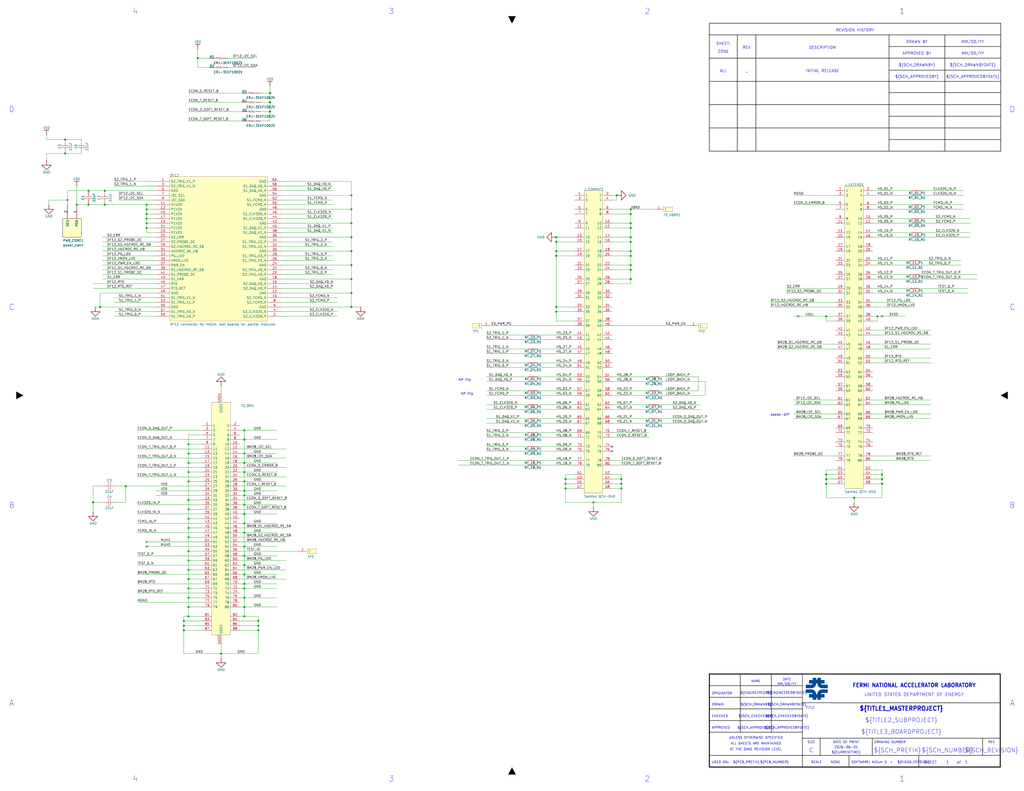
<source format=kicad_sch>
(kicad_sch (version 20250114) (generator "eeschema") (generator_version "9.0")
  (paper "User" 558.8 431.8)
  (title_block (title "HGC_pCM_test_brd") (date "20-Dec-24"))
  (rectangle (start 214.122 3.81) (end 209.042 8.89) (stroke (width 0.0254) (color 255 255 255 1)) (fill (type color) (color 255 255 255 1)))
  (rectangle (start 214.122 422.91) (end 209.042 427.99) (stroke (width 0.0254) (color 255 255 255 1)) (fill (type color) (color 255 255 255 1)))
  (polyline (pts (xy 279.4 419.1) (xy 277.368 422.91) (xy 281.432 422.91) (xy 279.4 419.1)) (stroke (width 0.0254) (type solid) (color 0 0 0 1)) (fill (type color) (color 0 0 0 1)))
  (rectangle (start 554.99 377.952) (end 549.91 383.032) (stroke (width 0.0254) (color 255 255 255 1)) (fill (type color) (color 255 255 255 1)))
  (rectangle (start 554.99 270.256) (end 549.91 275.336) (stroke (width 0.0254) (color 255 255 255 1)) (fill (type color) (color 255 255 255 1)))
  (rectangle (start 8.89 270.256) (end 3.81 275.336) (stroke (width 0.0254) (color 255 255 255 1)) (fill (type color) (color 255 255 255 1)))
  (rectangle (start 8.89 54.356) (end 3.81 59.436) (stroke (width 0.0254) (color 255 255 255 1)) (fill (type color) (color 255 255 255 1)))
  (rectangle (start 74.422 423.164) (end 69.342 428.244) (stroke (width 0.0254) (color 255 255 255 1)) (fill (type color) (color 255 255 255 1)))
  (polyline (pts (xy 8.89 217.932) (xy 8.89 213.868) (xy 12.7 215.9) (xy 8.89 217.932)) (stroke (width 0.0254) (type solid) (color 0 0 0 1)) (fill (type color) (color 0 0 0 1)))
  (rectangle (start 554.99 162.306) (end 549.91 167.386) (stroke (width 0.0254) (color 255 255 255 1)) (fill (type color) (color 255 255 255 1)))
  (polyline (pts (xy 546.1 215.9) (xy 549.91 213.868) (xy 549.91 217.932) (xy 546.1 215.9)) (stroke (width 0.0254) (type solid) (color 0 0 0 1)) (fill (type color) (color 0 0 0 1)))
  (rectangle (start 493.522 3.556) (end 488.442 8.636) (stroke (width 0.0254) (color 255 255 255 1)) (fill (type color) (color 255 255 255 1)))
  (rectangle (start 74.422 4.064) (end 69.342 9.144) (stroke (width 0.0254) (color 255 255 255 1)) (fill (type color) (color 255 255 255 1)))
  (rectangle (start 353.822 423.164) (end 348.742 428.244) (stroke (width 0.0254) (color 255 255 255 1)) (fill (type color) (color 255 255 255 1)))
  (rectangle (start 8.89 377.952) (end 3.81 383.032) (stroke (width 0.0254) (color 255 255 255 1)) (fill (type color) (color 255 255 255 1)))
  (rectangle (start 493.522 422.656) (end 488.442 427.736) (stroke (width 0.0254) (color 255 255 255 1)) (fill (type color) (color 255 255 255 1)))
  (rectangle (start 8.89 162.306) (end 3.81 167.386) (stroke (width 0.0254) (color 255 255 255 1)) (fill (type color) (color 255 255 255 1)))
  (polyline (pts (xy 279.4 12.7) (xy 277.368 8.89) (xy 281.432 8.89) (xy 279.4 12.7)) (stroke (width 0.0254) (type solid) (color 0 0 0 1)) (fill (type color) (color 0 0 0 1)))
  (rectangle (start 353.822 4.064) (end 348.742 9.144) (stroke (width 0.0254) (color 255 255 255 1)) (fill (type color) (color 255 255 255 1)))
  (rectangle (start 554.99 54.356) (end 549.91 59.436) (stroke (width 0.0254) (color 255 255 255 1)) (fill (type color) (color 255 255 255 1)))
  (text "SHEET" (at 504.19 417.322 0) (effects (font (size 1.524 1.524)) (justify left bottom)))
  (text "MM/DD/YY" (at 530.86 30.226 0) (effects (font (size 1.524 1.524)) (justify bottom)))
  (text "DESCRIPTION" (at 448.818 27.051 0) (effects (font (size 1.524 1.524)) (justify bottom)))
  (text "C" (at 6.35 167.894 0) (effects (font (size 3.048 3.048))))
  (text "${PCB_NUMBER}" (at 414.782 417.068 0) (effects (font (size 1.27 1.27)) (justify left bottom)))
  (text "${SCH_REVISION}" (at 541.02 411.226 0) (effects (font (size 2.286 2.286)) (justify bottom)))
  (text "CHECKED" (at 388.366 391.922 0) (effects (font (size 1.27 1.27)) (justify left bottom)))
  (text "${SCH_APPROVEDBY}" (at 500.38 42.926 0) (effects (font (size 1.524 1.524)) (justify bottom)))
  (text "DRAWN BY" (at 500.38 23.876 0) (effects (font (size 1.524 1.524)) (justify bottom)))
  (text "C" (at 442.722 411.226 0) (effects (font (size 2.286 2.286)) (justify bottom)))
  (text "ALL SHEETS ARE MAINTAINED" (at 412.496 406.146 0) (effects (font (size 1.27 1.27))))
  (text "D" (at 6.35 59.944 0) (effects (font (size 3.048 3.048))))
  (text "INITIAL RELEASE" (at 448.818 39.751 0) (effects (font (size 1.524 1.524)) (justify bottom)))
  (text "B" (at 6.35 276.098 0) (effects (font (size 3.048 3.048))))
  (text "DATE OF PRINT" (at 461.772 406.146 0) (effects (font (size 1.27 1.27)) (justify bottom)))
  (text "${SCH_CHECKEDBYDATE}" (at 429.425 391.922 0) (effects (font (size 1.27 1.27)) (justify bottom)))
  (text "${SCH_APPROVEDBYDATE}" (at 530.86 42.926 0) (effects (font (size 1.524 1.524)) (justify bottom)))
  (text "3" (at 213.614 6.35 0) (effects (font (size 3.048 3.048))))
  (text "${KICAD_VERSION}" (at 489.712 417.068 0) (effects (font (size 1.27 1.27)) (justify left bottom)))
  (text "A" (at 6.35 384.048 0) (effects (font (size 3.048 3.048))))
  (text "UNLESS OTHERWISE SPECIFIED" (at 412.496 402.971 0) (effects (font (size 1.27 1.27))))
  (text "SIZE" (at 442.722 406.146 0) (effects (font (size 1.27 1.27)) (justify bottom)))
  (text "${TITLE1_MASTERPROJECT}" (at 491.871 387.096 0) (effects (font (size 2.286 2.286) (thickness 0.4572) (bold yes))))
  (text "${SCH_DRAWNBYDATE}" (at 429.425 385.572 0) (effects (font (size 1.27 1.27)) (justify bottom)))
  (text "REVISION HISTORY" (at 466.598 17.526 0) (effects (font (size 1.524 1.524)) (justify bottom)))
  (text "${TITLE3_BOARDPROJECT}" (at 491.871 399.796 0) (effects (font (size 2.286 2.286))))
  (text "UNITED STATES DEPARTMENT OF ENERGY" (at 498.856 379.476 0) (effects (font (size 1.778 1.778))))
  (text "APPROVED" (at 388.366 398.272 0) (effects (font (size 1.27 1.27)) (justify left bottom)))
  (text "4" (at 73.914 6.35 0) (effects (font (size 3.048 3.048))))
  (text "${##}" (at 526.542 417.322 0) (effects (font (size 1.524 1.524)) (justify left bottom)))
  (text "${TITLE2_SUBPROJECT}" (at 491.871 393.446 0) (effects (font (size 2.286 2.286))))
  (text "ORIGINATOR" (at 388.366 379.476 0) (effects (font (size 1.27 1.27)) (justify left bottom)))
  (text "APPROVED BY" (at 500.38 30.226 0) (effects (font (size 1.524 1.524)) (justify bottom)))
  (text "FERMI NATIONAL ACCELERATOR LABORATORY" (at 498.856 374.396 0) (effects (font (size 2.032 2.032) (thickness 0.4064) (bold yes))))
  (text "SCALE     NONE" (at 450.596 417.068 0) (effects (font (size 1.27 1.27)) (justify bottom)))
  (text "ALL" (at 394.716 39.751 0) (effects (font (size 1.524 1.524)) (justify bottom)))
  (text "1" (at 492.252 425.45 0) (effects (font (size 3.048 3.048))))
  (text "A" (at 552.45 384.048 0) (effects (font (size 3.048 3.048))))
  (text "" (at 365.76 91.44 0) (effects (font (size 1.27 1.27)) (justify left bottom)))
  (text "${#}" (at 517.144 417.322 0) (effects (font (size 1.524 1.524)) (justify bottom)))
  (text "SOFTWARE: Altium D  v" (at 464.566 417.068 0) (effects (font (size 1.27 1.27)) (justify left bottom)))
  (text "DRAWING NUMBER" (at 477.012 406.146 0) (effects (font (size 1.27 1.27)) (justify left bottom)))
  (text "SHEET:" (at 394.716 24.892 0) (effects (font (size 1.524 1.524)) (justify bottom)))
  (text "C" (at 552.45 167.894 0) (effects (font (size 3.048 3.048))))
  (text "${SCH_DRAWNBYDATE}" (at 530.86 36.576 0) (effects (font (size 1.524 1.524)) (justify bottom)))
  (text "D" (at 552.45 59.944 0) (effects (font (size 3.048 3.048))))
  (text "NAME" (at 412.471 372.872 0) (effects (font (size 1.27 1.27)) (justify bottom)))
  (text "MM/DD/YY" (at 530.86 23.876 0) (effects (font (size 1.524 1.524)) (justify bottom)))
  (text "TITLE" (at 439.674 387.35 0) (effects (font (size 1.27 1.27)) (justify left bottom)))
  (text "${SCH_APPROVEDBYDATE}" (at 429.425 398.272 0) (effects (font (size 1.27 1.27)) (justify bottom)))
  (text "psedo-diff" (at 420.37 227.33 0) (effects (font (size 1.27 1.27)) (justify left bottom)))
  (text "${SCH_NUMBER}" (at 502.92 411.226 0) (effects (font (size 2.286 2.286)) (justify left bottom)))
  (text "B" (at 552.45 276.098 0) (effects (font (size 3.048 3.048))))
  (text "DRAWN" (at 388.366 385.572 0) (effects (font (size 1.27 1.27)) (justify left bottom)))
  (text "MM/DD/YY" (at 429.425 374.396 0) (effects (font (size 1.27 1.27)) (justify bottom)))
  (text "3" (at 213.614 425.45 0) (effects (font (size 3.048 3.048))))
  (text "${ENGINEEREDBY}" (at 412.471 379.222 0) (effects (font (size 1.27 1.27)) (justify bottom)))
  (text "AT THE SAME REVISION LEVEL" (at 412.496 409.321 0) (effects (font (size 1.27 1.27))))
  (text "REV" (at 541.02 406.146 0) (effects (font (size 1.27 1.27)) (justify bottom)))
  (text "${SCH_APPROVEDBY}" (at 412.471 398.272 0) (effects (font (size 1.27 1.27)) (justify bottom)))
  (text "${SCH_DRAWNBY}" (at 412.471 385.572 0) (effects (font (size 1.27 1.27)) (justify bottom)))
  (text "${CURRENT_DATE}" (at 461.772 408.94 0) (effects (font (size 1.27 1.27)) (justify bottom)))
  (text "DATE" (at 429.425 371.856 0) (effects (font (size 1.27 1.27)) (justify bottom)))
  (text "REV" (at 407.416 27.051 0) (effects (font (size 1.524 1.524)) (justify bottom)))
  (text "NP flip" (at 251.46 215.9 0) (effects (font (size 1.27 1.27)) (justify left bottom)))
  (text "_" (at 407.416 39.751 0) (effects (font (size 1.524 1.524)) (justify bottom)))
  (text "${SCH_PREFIX}" (at 502.666 411.226 0) (effects (font (size 2.286 2.286)) (justify right bottom)))
  (text "NP flip" (at 250.19 208.28 0) (effects (font (size 1.27 1.27)) (justify left bottom)))
  (text "2" (at 353.314 6.35 0) (effects (font (size 3.048 3.048))))
  (text "${CURRENTTIME}" (at 461.772 411.734 0) (effects (font (size 1.27 1.27)) (justify bottom)))
  (text "2" (at 353.314 425.45 0) (effects (font (size 3.048 3.048))))
  (text "${PCB_PREFIX}" (at 414.528 417.068 0) (effects (font (size 1.27 1.27)) (justify right bottom)))
  (text "${SCH_DRAWNBY}" (at 500.38 36.576 0) (effects (font (size 1.524 1.524)) (justify bottom)))
  (text "${SCH_CHECKEDBY}" (at 412.471 391.922 0) (effects (font (size 1.27 1.27)) (justify bottom)))
  (text "USED ON:" (at 388.366 417.068 0) (effects (font (size 1.27 1.27)) (justify left bottom)))
  (text "ZONE" (at 394.716 29.21 0) (effects (font (size 1.524 1.524)) (justify bottom)))
  (text "${ENGINEEREDBYDATE}" (at 429.425 379.222 0) (effects (font (size 1.27 1.27)) (justify bottom)))
  (text "4" (at 73.914 425.45 0) (effects (font (size 3.048 3.048))))
  (text "1" (at 492.252 6.35 0) (effects (font (size 3.048 3.048))))
  (text "of" (at 523.24 417.322 0) (effects (font (size 1.524 1.524)) (justify bottom)))
  (junction (at 450.85 261.62))
  (junction (at 102.87 311.15))
  (junction (at 80.01 119.38))
  (junction (at 308.61 261.62))
  (junction (at 191.77 106.68))
  (junction (at 344.17 132.08))
  (junction (at 133.35 331.47))
  (junction (at 344.17 137.16))
  (junction (at 48.26 104.14))
  (junction (at 100.33 339.09))
  (junction (at 57.15 104.14))
  (junction (at 100.33 344.17))
  (junction (at 102.87 247.65))
  (junction (at 133.35 252.73))
  (junction (at 102.87 321.31))
  (junction (at 450.85 172.72))
  (junction (at 133.35 303.53))
  (junction (at 102.87 300.99))
  (junction (at 339.09 266.7))
  (junction (at 102.87 316.23))
  (junction (at 344.17 144.78))
  (junction (at 102.87 293.37))
  (junction (at 450.85 264.16))
  (junction (at 478.79 172.72))
  (junction (at 140.97 341.63))
  (junction (at 120.65 356.87))
  (junction (at 102.87 306.07))
  (junction (at 323.85 274.32))
  (junction (at 191.77 167.64))
  (junction (at 102.87 262.89))
  (junction (at 147.32 50.8))
  (junction (at 133.35 321.31))
  (junction (at 133.35 262.89))
  (junction (at 133.35 285.75))
  (junction (at 35.56 76.2))
  (junction (at 80.01 111.76))
  (junction (at 102.87 242.57))
  (junction (at 191.77 160.02))
  (junction (at 191.77 129.54))
  (junction (at 339.09 264.16))
  (junction (at 133.35 257.81))
  (junction (at 48.26 111.76))
  (junction (at 339.09 261.62))
  (junction (at 107.95 31.75))
  (junction (at 102.87 336.55))
  (junction (at 133.35 298.45))
  (junction (at 147.32 55.88))
  (junction (at 344.17 147.32))
  (junction (at 147.32 60.96))
  (junction (at 191.77 152.4))
  (junction (at 344.17 124.46))
  (junction (at 344.17 139.7))
  (junction (at 344.17 114.3))
  (junction (at 191.77 137.16))
  (junction (at 303.53 139.7))
  (junction (at 80.01 114.3))
  (junction (at 133.35 290.83))
  (junction (at 140.97 344.17))
  (junction (at 133.35 234.95))
  (junction (at 102.87 273.05))
  (junction (at 191.77 144.78))
  (junction (at 100.33 341.63))
  (junction (at 80.01 116.84))
  (junction (at 102.87 278.13))
  (junction (at 35.56 83.82))
  (junction (at 102.87 326.39))
  (junction (at 36.83 109.22))
  (junction (at 344.17 129.54))
  (junction (at 133.35 240.03))
  (junction (at 133.35 336.55))
  (junction (at 54.61 167.64))
  (junction (at 133.35 318.77))
  (junction (at 102.87 331.47))
  (junction (at 57.15 111.76))
  (junction (at 133.35 308.61))
  (junction (at 80.01 121.92))
  (junction (at 102.87 283.21))
  (junction (at 303.53 167.64))
  (junction (at 336.55 106.68))
  (junction (at 308.61 266.7))
  (junction (at 303.53 129.54))
  (junction (at 133.35 270.51))
  (junction (at 303.53 170.18))
  (junction (at 344.17 121.92))
  (junction (at 303.53 137.16))
  (junction (at 41.91 111.76))
  (junction (at 191.77 114.3))
  (junction (at 80.01 124.46))
  (junction (at 133.35 326.39))
  (junction (at 50.8 274.32))
  (junction (at 133.35 275.59))
  (junction (at 191.77 121.92))
  (junction (at 102.87 257.81))
  (junction (at 133.35 267.97))
  (junction (at 303.53 132.08))
  (junction (at 344.17 116.84))
  (junction (at 466.09 271.78))
  (junction (at 481.33 259.08))
  (junction (at 133.35 313.69))
  (junction (at 481.33 261.62))
  (junction (at 68.58 265.43))
  (junction (at 102.87 252.73))
  (junction (at 344.17 152.4))
  (junction (at 308.61 264.16))
  (junction (at 102.87 288.29))
  (junction (at 481.33 264.16))
  (junction (at 140.97 339.09))
  (junction (at 133.35 247.65))
  (junction (at 133.35 280.67))
  (junction (at 450.85 259.08))
  (no_connect (at 481.33 172.72))
  (no_connect (at 334.01 246.38))
  (no_connect (at 435.61 172.72))
  (no_connect (at 80.01 298.45))
  (no_connect (at 80.01 295.91))
  (no_connect (at 334.01 243.84))
  (wire (pts (xy 153.67 114.3) (xy 191.77 114.3)))
  (wire (pts (xy 110.49 326.39) (xy 102.87 326.39)))
  (wire (pts (xy 133.35 313.69) (xy 133.35 318.77)))
  (wire (pts (xy 344.17 147.32) (xy 344.17 144.78)))
  (wire (pts (xy 110.49 331.47) (xy 102.87 331.47)))
  (wire (pts (xy 133.35 308.61) (xy 130.81 308.61)))
  (wire (pts (xy 110.49 303.53) (xy 74.93 303.53)))
  (polyline (pts (xy 485.14 76.2) (xy 546.1 76.2)) (stroke (width 0.254) (type solid) (color 0 0 0 1)))
  (wire (pts (xy 151.13 240.03) (xy 133.35 240.03)))
  (polyline (pts (xy 420.954 368.046) (xy 420.954 399.796)) (stroke (width 0.254) (type solid) (color 0 0 0 1)))
  (wire (pts (xy 288.29 238.76) (xy 265.43 238.76)))
  (wire (pts (xy 102.87 60.96) (xy 132.08 60.96)))
  (wire (pts (xy 153.67 106.68) (xy 191.77 106.68)))
  (polyline (pts (xy 387.096 368.046) (xy 545.846 368.046)) (stroke (width 0.508) (type solid) (color 0 0 0 1)))
  (wire (pts (xy 265.43 215.9) (xy 288.29 215.9)))
  (wire (pts (xy 529.59 127) (xy 502.92 127)))
  (wire (pts (xy 102.87 237.49) (xy 102.87 242.57)))
  (wire (pts (xy 455.93 175.26) (xy 450.85 175.26)))
  (wire (pts (xy 293.37 228.6) (xy 313.69 228.6)))
  (polyline (pts (xy 463.296 412.496) (xy 463.296 418.846)) (stroke (width 0.254) (type solid) (color 0 0 0 1)))
  (wire (pts (xy 85.09 129.54) (xy 55.88 129.54)))
  (wire (pts (xy 133.35 290.83) (xy 133.35 298.45)))
  (wire (pts (xy 35.56 83.82) (xy 44.45 83.82)))
  (wire (pts (xy 450.85 261.62) (xy 450.85 264.16)))
  (wire (pts (xy 110.49 257.81) (xy 102.87 257.81)))
  (wire (pts (xy 153.67 160.02) (xy 191.77 160.02)))
  (wire (pts (xy 191.77 129.54) (xy 191.77 121.92)))
  (wire (pts (xy 85.09 149.86) (xy 55.88 149.86)))
  (wire (pts (xy 293.37 208.28) (xy 313.69 208.28)))
  (wire (pts (xy 293.37 231.14) (xy 313.69 231.14)))
  (wire (pts (xy 481.33 256.54) (xy 476.25 256.54)))
  (wire (pts (xy 525.78 111.76) (xy 502.92 111.76)))
  (wire (pts (xy 133.35 303.53) (xy 130.81 303.53)))
  (wire (pts (xy 382.27 228.6) (xy 359.41 228.6)))
  (wire (pts (xy 151.13 247.65) (xy 133.35 247.65)))
  (wire (pts (xy 293.37 243.84) (xy 313.69 243.84)))
  (wire (pts (xy 120.65 214.63) (xy 120.65 210.82)))
  (wire (pts (xy 130.81 245.11) (xy 156.21 245.11)))
  (wire (pts (xy 478.79 172.72) (xy 494.03 172.72)))
  (wire (pts (xy 288.29 228.6) (xy 265.43 228.6)))
  (wire (pts (xy 288.29 236.22) (xy 265.43 236.22)))
  (wire (pts (xy 476.25 228.6) (xy 508 228.6)))
  (polyline (pts (xy 447.548 403.098) (xy 447.548 412.496)) (stroke (width 0.254) (type solid) (color 0 0 0 1)))
  (wire (pts (xy 481.33 261.62) (xy 481.33 259.08)))
  (wire (pts (xy 293.37 190.5) (xy 313.69 190.5)))
  (wire (pts (xy 153.67 149.86) (xy 181.61 149.86)))
  (wire (pts (xy 476.25 220.98) (xy 508 220.98)))
  (wire (pts (xy 110.49 316.23) (xy 102.87 316.23)))
  (wire (pts (xy 476.25 251.46) (xy 508 251.46)))
  (wire (pts (xy 334.01 254) (xy 354.33 254)))
  (wire (pts (xy 339.09 259.08) (xy 334.01 259.08)))
  (wire (pts (xy 110.49 273.05) (xy 102.87 273.05)))
  (wire (pts (xy 133.35 267.97) (xy 133.35 262.89)))
  (wire (pts (xy 110.49 250.19) (xy 74.93 250.19)))
  (wire (pts (xy 303.53 137.16) (xy 313.69 137.16)))
  (wire (pts (xy 334.01 231.14) (xy 354.33 231.14)))
  (wire (pts (xy 334.01 220.98) (xy 354.33 220.98)))
  (wire (pts (xy 525.78 106.68) (xy 502.92 106.68)))
  (wire (pts (xy 85.09 109.22) (xy 64.77 109.22)))
  (wire (pts (xy 334.01 251.46) (xy 354.33 251.46)))
  (wire (pts (xy 466.09 271.78) (xy 481.33 271.78)))
  (wire (pts (xy 133.35 313.69) (xy 130.81 313.69)))
  (wire (pts (xy -264.16 326.39) (xy -264.16 321.31)))
  (wire (pts (xy 334.01 152.4) (xy 344.17 152.4)))
  (wire (pts (xy 102.87 278.13) (xy 102.87 283.21)))
  (wire (pts (xy 151.13 318.77) (xy 133.35 318.77)))
  (wire (pts (xy 529.59 121.92) (xy 502.92 121.92)))
  (wire (pts (xy 303.53 170.18) (xy 303.53 175.26)))
  (wire (pts (xy 133.35 298.45) (xy 133.35 303.53)))
  (wire (pts (xy 142.24 66.04) (xy 147.32 66.04)))
  (wire (pts (xy 288.29 246.38) (xy 265.43 246.38)))
  (polyline (pts (xy 387.096 69.85) (xy 546.1 69.85)) (stroke (width 0.254) (type solid) (color 0 0 0 1)))
  (wire (pts (xy 85.09 132.08) (xy 55.88 132.08)))
  (wire (pts (xy 153.67 165.1) (xy 184.15 165.1)))
  (wire (pts (xy 142.24 50.8) (xy 147.32 50.8)))
  (wire (pts (xy 153.67 111.76) (xy 181.61 111.76)))
  (polyline (pts (xy 387.096 380.746) (xy 437.896 380.746)) (stroke (width 0.254) (type solid) (color 0 0 0 1)))
  (wire (pts (xy 288.29 200.66) (xy 265.43 200.66)))
  (wire (pts (xy 133.35 252.73) (xy 130.81 252.73)))
  (wire (pts (xy 191.77 106.68) (xy 191.77 99.06)))
  (wire (pts (xy 334.01 236.22) (xy 354.33 236.22)))
  (wire (pts (xy 130.81 260.35) (xy 156.21 260.35)))
  (wire (pts (xy 133.35 308.61) (xy 133.35 313.69)))
  (wire (pts (xy 147.32 66.04) (xy 147.32 60.96)))
  (wire (pts (xy 85.09 127) (xy 80.01 127)))
  (wire (pts (xy 50.8 265.43) (xy 50.8 274.32)))
  (wire (pts (xy 133.35 285.75) (xy 133.35 290.83)))
  (wire (pts (xy 334.01 238.76) (xy 354.33 238.76)))
  (wire (pts (xy 100.33 341.63) (xy 100.33 344.17)))
  (wire (pts (xy 424.18 187.96) (xy 455.93 187.96)))
  (wire (pts (xy 334.01 139.7) (xy 344.17 139.7)))
  (wire (pts (xy 110.49 242.57) (xy 102.87 242.57)))
  (wire (pts (xy 133.35 280.67) (xy 130.81 280.67)))
  (wire (pts (xy 153.67 167.64) (xy 191.77 167.64)))
  (wire (pts (xy 344.17 132.08) (xy 344.17 129.54)))
  (wire (pts (xy 85.09 165.1) (xy 62.23 165.1)))
  (wire (pts (xy 102.87 331.47) (xy 102.87 336.55)))
  (wire (pts (xy 334.01 144.78) (xy 344.17 144.78)))
  (wire (pts (xy 151.13 326.39) (xy 133.35 326.39)))
  (wire (pts (xy 344.17 121.92) (xy 344.17 116.84)))
  (wire (pts (xy 293.37 198.12) (xy 313.69 198.12)))
  (polyline (pts (xy 387.096 31.75) (xy 546.1 31.75)) (stroke (width 0.254) (type solid) (color 0 0 0 1)))
  (wire (pts (xy 100.33 336.55) (xy 100.33 339.09)))
  (polyline (pts (xy 485.14 63.5) (xy 546.1 63.5)) (stroke (width 0.254) (type solid) (color 0 0 0 1)))
  (polyline (pts (xy 387.096 368.046) (xy 387.096 418.846)) (stroke (width 0.508) (type solid) (color 0 0 0 1)))
  (wire (pts (xy 133.35 252.73) (xy 133.35 257.81)))
  (wire (pts (xy 80.01 116.84) (xy 80.01 114.3)))
  (wire (pts (xy 110.49 265.43) (xy 68.58 265.43)))
  (wire (pts (xy 382.27 220.98) (xy 359.41 220.98)))
  (polyline (pts (xy 387.096 399.796) (xy 437.896 399.796)) (stroke (width 0.254) (type solid) (color 0 0 0 1)))
  (wire (pts (xy 293.37 238.76) (xy 313.69 238.76)))
  (wire (pts (xy 433.07 172.72) (xy 450.85 172.72)))
  (wire (pts (xy 102.87 331.47) (xy 102.87 326.39)))
  (wire (pts (xy 293.37 236.22) (xy 313.69 236.22)))
  (wire (pts (xy 85.09 157.48) (xy 50.8 157.48)))
  (polyline (pts (xy 545.846 368.046) (xy 545.846 418.846)) (stroke (width 0.508) (type solid) (color 0 0 0 1)))
  (wire (pts (xy 334.01 154.94) (xy 344.17 154.94)))
  (wire (pts (xy 288.29 190.5) (xy 265.43 190.5)))
  (wire (pts (xy 303.53 175.26) (xy 313.69 175.26)))
  (wire (pts (xy 153.67 152.4) (xy 191.77 152.4)))
  (wire (pts (xy 130.81 295.91) (xy 156.21 295.91)))
  (wire (pts (xy 476.25 175.26) (xy 478.79 175.26)))
  (wire (pts (xy 455.93 218.44) (xy 433.07 218.44)))
  (polyline (pts (xy 387.096 393.446) (xy 437.896 393.446)) (stroke (width 0.254) (type solid) (color 0 0 0 1)))
  (wire (pts (xy 130.81 255.27) (xy 156.21 255.27)))
  (wire (pts (xy 153.67 157.48) (xy 181.61 157.48)))
  (wire (pts (xy 288.29 254) (xy 250.19 254)))
  (wire (pts (xy 476.25 248.92) (xy 508 248.92)))
  (wire (pts (xy 323.85 274.32) (xy 339.09 274.32)))
  (wire (pts (xy 55.88 265.43) (xy 50.8 265.43)))
  (wire (pts (xy 102.87 300.99) (xy 102.87 306.07)))
  (wire (pts (xy 293.37 200.66) (xy 313.69 200.66)))
  (wire (pts (xy 140.97 344.17) (xy 130.81 344.17)))
  (wire (pts (xy 120.65 356.87) (xy 120.65 351.79)))
  (wire (pts (xy 25.4 76.2) (xy 35.56 76.2)))
  (polyline (pts (xy 485.14 82.55) (xy 485.14 19.05)) (stroke (width 0.254) (type solid) (color 0 0 0 1)))
  (wire (pts (xy 525.78 104.14) (xy 502.92 104.14)))
  (wire (pts (xy 334.01 129.54) (xy 344.17 129.54)))
  (wire (pts (xy 476.25 119.38) (xy 497.84 119.38)))
  (wire (pts (xy 151.13 290.83) (xy 133.35 290.83)))
  (wire (pts (xy 481.33 259.08) (xy 476.25 259.08)))
  (wire (pts (xy 476.25 160.02) (xy 496.57 160.02)))
  (wire (pts (xy 529.59 129.54) (xy 502.92 129.54)))
  (wire (pts (xy 48.26 104.14) (xy 36.83 104.14)))
  (polyline (pts (xy 387.096 412.496) (xy 545.846 412.496)) (stroke (width 0.254) (type solid) (color 0 0 0 1)))
  (wire (pts (xy 191.77 121.92) (xy 191.77 114.3)))
  (wire (pts (xy 336.55 109.22) (xy 336.55 106.68)))
  (wire (pts (xy 524.51 144.78) (xy 501.65 144.78)))
  (wire (pts (xy 455.93 259.08) (xy 450.85 259.08)))
  (wire (pts (xy 133.35 321.31) (xy 130.81 321.31)))
  (polyline (pts (xy 475.996 403.098) (xy 475.996 412.496)) (stroke (width 0.254) (type solid) (color 0 0 0 1)))
  (wire (pts (xy 191.77 152.4) (xy 191.77 144.78)))
  (wire (pts (xy 476.25 111.76) (xy 497.84 111.76)))
  (wire (pts (xy 344.17 124.46) (xy 344.17 121.92)))
  (wire (pts (xy 85.09 106.68) (xy 64.77 106.68)))
  (wire (pts (xy 102.87 247.65) (xy 102.87 252.73)))
  (wire (pts (xy 110.49 308.61) (xy 74.93 308.61)))
  (wire (pts (xy 35.56 76.2) (xy 44.45 76.2)))
  (wire (pts (xy 85.09 147.32) (xy 55.88 147.32)))
  (wire (pts (xy 476.25 190.5) (xy 508 190.5)))
  (wire (pts (xy 476.25 127) (xy 497.84 127)))
  (wire (pts (xy 303.53 139.7) (xy 313.69 139.7)))
  (wire (pts (xy 130.81 316.23) (xy 156.21 316.23)))
  (wire (pts (xy 110.49 344.17) (xy 100.33 344.17)))
  (wire (pts (xy 85.09 160.02) (xy 54.61 160.02)))
  (wire (pts (xy 450.85 172.72) (xy 455.93 172.72)))
  (wire (pts (xy 336.55 106.68) (xy 334.01 106.68)))
  (polyline (pts (xy 437.896 368.046) (xy 437.896 418.592)) (stroke (width 0.254) (type solid) (color 0 0 0 1)))
  (wire (pts (xy 153.67 137.16) (xy 191.77 137.16)))
  (polyline (pts (xy 387.096 82.55) (xy 387.096 12.954)) (stroke (width 0.254) (type solid) (color 0 0 0 1)))
  (wire (pts (xy 424.18 190.5) (xy 455.93 190.5)))
  (polyline (pts (xy 412.496 82.55) (xy 412.496 19.05)) (stroke (width 0.254) (type solid) (color 0 0 0 1)))
  (wire (pts (xy 455.93 261.62) (xy 450.85 261.62)))
  (wire (pts (xy 85.09 99.06) (xy 62.23 99.06)))
  (wire (pts (xy 323.85 274.32) (xy 323.85 276.86)))
  (wire (pts (xy 303.53 132.08) (xy 303.53 137.16)))
  (wire (pts (xy 102.87 336.55) (xy 100.33 336.55)))
  (wire (pts (xy 36.83 104.14) (xy 36.83 109.22)))
  (wire (pts (xy 191.77 167.64) (xy 196.85 167.64)))
  (wire (pts (xy 102.87 288.29) (xy 102.87 293.37)))
  (wire (pts (xy 85.09 104.14) (xy 57.15 104.14)))
  (wire (pts (xy 476.25 182.88) (xy 508 182.88)))
  (wire (pts (xy 293.37 182.88) (xy 313.69 182.88)))
  (wire (pts (xy 110.49 311.15) (xy 102.87 311.15)))
  (wire (pts (xy 313.69 261.62) (xy 308.61 261.62)))
  (wire (pts (xy 293.37 254) (xy 313.69 254)))
  (wire (pts (xy 102.87 321.31) (xy 102.87 326.39)))
  (wire (pts (xy 153.67 134.62) (xy 181.61 134.62)))
  (wire (pts (xy 102.87 242.57) (xy 102.87 247.65)))
  (polyline (pts (xy 485.14 25.4) (xy 546.1 25.4)) (stroke (width 0.254) (type solid) (color 0 0 0 1)))
  (wire (pts (xy 133.35 326.39) (xy 133.35 331.47)))
  (wire (pts (xy 476.25 167.64) (xy 499.11 167.64)))
  (wire (pts (xy 140.97 336.55) (xy 133.35 336.55)))
  (wire (pts (xy 265.43 213.36) (xy 288.29 213.36)))
  (wire (pts (xy 476.25 104.14) (xy 497.84 104.14)))
  (wire (pts (xy 153.67 129.54) (xy 191.77 129.54)))
  (wire (pts (xy 133.35 247.65) (xy 133.35 252.73)))
  (wire (pts (xy 476.25 195.58) (xy 508 195.58)))
  (wire (pts (xy 293.37 246.38) (xy 313.69 246.38)))
  (wire (pts (xy 339.09 264.16) (xy 339.09 261.62)))
  (wire (pts (xy 80.01 124.46) (xy 80.01 121.92)))
  (wire (pts (xy 339.09 266.7) (xy 339.09 264.16)))
  (wire (pts (xy 533.4 152.4) (xy 501.65 152.4)))
  (wire (pts (xy 476.25 198.12) (xy 508 198.12)))
  (wire (pts (xy 110.49 255.27) (xy 74.93 255.27)))
  (wire (pts (xy 151.13 280.67) (xy 133.35 280.67)))
  (wire (pts (xy 476.25 157.48) (xy 496.57 157.48)))
  (wire (pts (xy 533.4 149.86) (xy 501.65 149.86)))
  (wire (pts (xy 344.17 152.4) (xy 344.17 147.32)))
  (wire (pts (xy 344.17 129.54) (xy 344.17 124.46)))
  (wire (pts (xy 476.25 149.86) (xy 496.57 149.86)))
  (wire (pts (xy 85.09 101.6) (xy 62.23 101.6)))
  (wire (pts (xy 133.35 240.03) (xy 133.35 247.65)))
  (wire (pts (xy 191.77 99.06) (xy 153.67 99.06)))
  (wire (pts (xy 102.87 66.04) (xy 132.08 66.04)))
  (wire (pts (xy 130.81 267.97) (xy 133.35 267.97)))
  (wire (pts (xy 85.09 144.78) (xy 55.88 144.78)))
  (wire (pts (xy 100.33 341.63) (xy 100.33 339.09)))
  (wire (pts (xy 80.01 119.38) (xy 80.01 116.84)))
  (wire (pts (xy 303.53 167.64) (xy 313.69 167.64)))
  (wire (pts (xy 110.49 260.35) (xy 74.93 260.35)))
  (wire (pts (xy 334.01 132.08) (xy 344.17 132.08)))
  (wire (pts (xy 481.33 259.08) (xy 481.33 256.54)))
  (wire (pts (xy 153.67 162.56) (xy 184.15 162.56)))
  (wire (pts (xy 138.43 31.75) (xy 124.46 31.75)))
  (wire (pts (xy 130.81 265.43) (xy 156.21 265.43)))
  (wire (pts (xy 110.49 262.89) (xy 102.87 262.89)))
  (wire (pts (xy 313.69 266.7) (xy 308.61 266.7)))
  (wire (pts (xy 293.37 215.9) (xy 313.69 215.9)))
  (wire (pts (xy 334.01 228.6) (xy 354.33 228.6)))
  (wire (pts (xy 110.49 341.63) (xy 100.33 341.63)))
  (wire (pts (xy 133.35 267.97) (xy 133.35 270.51)))
  (wire (pts (xy 130.81 311.15) (xy 156.21 311.15)))
  (wire (pts (xy 293.37 251.46) (xy 313.69 251.46)))
  (wire (pts (xy 339.09 274.32) (xy 339.09 266.7)))
  (wire (pts (xy 356.87 114.3) (xy 344.17 114.3)))
  (wire (pts (xy 478.79 175.26) (xy 478.79 172.72)))
  (polyline (pts (xy 387.096 44.45) (xy 546.1 44.45)) (stroke (width 0.254) (type solid) (color 0 0 0 1)))
  (wire (pts (xy 140.97 341.63) (xy 140.97 339.09)))
  (wire (pts (xy 334.01 137.16) (xy 344.17 137.16)))
  (wire (pts (xy 85.09 139.7) (xy 55.88 139.7)))
  (wire (pts (xy 133.35 318.77) (xy 133.35 321.31)))
  (wire (pts (xy 344.17 144.78) (xy 344.17 139.7)))
  (wire (pts (xy 153.67 119.38) (xy 181.61 119.38)))
  (wire (pts (xy 142.24 60.96) (xy 147.32 60.96)))
  (wire (pts (xy 339.09 266.7) (xy 334.01 266.7)))
  (wire (pts (xy 525.78 114.3) (xy 502.92 114.3)))
  (wire (pts (xy 303.53 129.54) (xy 313.69 129.54)))
  (wire (pts (xy 133.35 275.59) (xy 130.81 275.59)))
  (wire (pts (xy 133.35 267.97) (xy 151.13 267.97)))
  (wire (pts (xy 133.35 303.53) (xy 133.35 308.61)))
  (polyline (pts (xy 515.62 82.55) (xy 515.62 19.05)) (stroke (width 0.254) (type solid) (color 0 0 0 1)))
  (wire (pts (xy 313.69 132.08) (xy 303.53 132.08)))
  (wire (pts (xy 133.35 234.95) (xy 133.35 240.03)))
  (wire (pts (xy 344.17 114.3) (xy 334.01 114.3)))
  (wire (pts (xy 288.29 251.46) (xy 250.19 251.46)))
  (wire (pts (xy 120.65 356.87) (xy 140.97 356.87)))
  (polyline (pts (xy 387.096 19.05) (xy 546.1 19.05)) (stroke (width 0.254) (type solid) (color 0 0 0 1)))
  (wire (pts (xy 153.67 172.72) (xy 184.15 172.72)))
  (wire (pts (xy 308.61 259.08) (xy 308.61 261.62)))
  (wire (pts (xy 151.13 313.69) (xy 133.35 313.69)))
  (wire (pts (xy 80.01 121.92) (xy 80.01 119.38)))
  (wire (pts (xy 133.35 270.51) (xy 133.35 275.59)))
  (wire (pts (xy 102.87 55.88) (xy 132.08 55.88)))
  (wire (pts (xy 133.35 290.83) (xy 130.81 290.83)))
  (polyline (pts (xy 546.1 82.55) (xy 546.1 12.7)) (stroke (width 0.254) (type solid) (color 0 0 0 1)))
  (wire (pts (xy 85.09 152.4) (xy 55.88 152.4)))
  (wire (pts (xy 303.53 132.08) (xy 303.53 129.54)))
  (wire (pts (xy 107.95 31.75) (xy 107.95 26.67)))
  (wire (pts (xy 455.93 264.16) (xy 450.85 264.16)))
  (wire (pts (xy 25.4 83.82) (xy 35.56 83.82)))
  (wire (pts (xy 110.49 295.91) (xy 80.01 295.91)))
  (wire (pts (xy 313.69 264.16) (xy 308.61 264.16)))
  (polyline (pts (xy 485.14 50.546) (xy 546.1 50.546)) (stroke (width 0.254) (type solid) (color 0 0 0 1)))
  (wire (pts (xy 140.97 339.09) (xy 140.97 336.55)))
  (wire (pts (xy 133.35 240.03) (xy 130.81 240.03)))
  (wire (pts (xy 455.93 226.06) (xy 433.07 226.06)))
  (wire (pts (xy 85.09 137.16) (xy 55.88 137.16)))
  (wire (pts (xy 130.81 288.29) (xy 156.21 288.29)))
  (wire (pts (xy 110.49 290.83) (xy 74.93 290.83)))
  (wire (pts (xy 476.25 226.06) (xy 508 226.06)))
  (wire (pts (xy 85.09 142.24) (xy 55.88 142.24)))
  (wire (pts (xy 476.25 114.3) (xy 497.84 114.3)))
  (wire (pts (xy 288.29 185.42) (xy 265.43 185.42)))
  (wire (pts (xy 110.49 252.73) (xy 102.87 252.73)))
  (wire (pts (xy 151.13 331.47) (xy 133.35 331.47)))
  (wire (pts (xy 130.81 250.19) (xy 156.21 250.19)))
  (wire (pts (xy 303.53 137.16) (xy 303.53 139.7)))
  (wire (pts (xy 481.33 264.16) (xy 476.25 264.16)))
  (wire (pts (xy 450.85 256.54) (xy 450.85 259.08)))
  (wire (pts (xy 133.35 331.47) (xy 130.81 331.47)))
  (wire (pts (xy 110.49 306.07) (xy 102.87 306.07)))
  (wire (pts (xy 293.37 193.04) (xy 313.69 193.04)))
  (wire (pts (xy 110.49 293.37) (xy 102.87 293.37)))
  (wire (pts (xy 85.09 114.3) (xy 80.01 114.3)))
  (polyline (pts (xy 437.896 403.098) (xy 545.846 403.098)) (stroke (width 0.254) (type solid) (color 0 0 0 1)))
  (wire (pts (xy 455.93 228.6) (xy 433.07 228.6)))
  (wire (pts (xy 476.25 165.1) (xy 499.11 165.1)))
  (wire (pts (xy 293.37 223.52) (xy 313.69 223.52)))
  (wire (pts (xy 334.01 223.52) (xy 354.33 223.52)))
  (wire (pts (xy 191.77 114.3) (xy 191.77 106.68)))
  (wire (pts (xy 313.69 259.08) (xy 308.61 259.08)))
  (wire (pts (xy 100.33 344.17) (xy 100.33 356.87)))
  (wire (pts (xy 50.8 274.32) (xy 55.88 274.32)))
  (wire (pts (xy 455.93 160.02) (xy 429.26 160.02)))
  (wire (pts (xy 191.77 137.16) (xy 191.77 129.54)))
  (wire (pts (xy 153.67 109.22) (xy 181.61 109.22)))
  (wire (pts (xy 265.43 220.98) (xy 288.29 220.98)))
  (wire (pts (xy 142.24 55.88) (xy 147.32 55.88)))
  (wire (pts (xy 102.87 283.21) (xy 102.87 288.29)))
  (wire (pts (xy 110.49 247.65) (xy 102.87 247.65)))
  (wire (pts (xy 476.25 180.34) (xy 508 180.34)))
  (wire (pts (xy 151.13 321.31) (xy 133.35 321.31)))
  (wire (pts (xy 133.35 247.65) (xy 130.81 247.65)))
  (wire (pts (xy 191.77 160.02) (xy 191.77 152.4)))
  (wire (pts (xy 102.87 293.37) (xy 102.87 300.99)))
  (wire (pts (xy 381 205.74) (xy 381 213.36)))
  (wire (pts (xy 476.25 187.96) (xy 508 187.96)))
  (wire (pts (xy 313.69 170.18) (xy 303.53 170.18)))
  (wire (pts (xy 107.95 36.83) (xy 107.95 31.75)))
  (polyline (pts (xy 501.396 412.496) (xy 501.396 418.846)) (stroke (width 0.254) (type solid) (color 0 0 0 1)))
  (wire (pts (xy 450.85 264.16) (xy 450.85 271.78)))
  (wire (pts (xy 191.77 144.78) (xy 191.77 137.16)))
  (wire (pts (xy 334.01 121.92) (xy 344.17 121.92)))
  (wire (pts (xy 524.51 142.24) (xy 501.65 142.24)))
  (wire (pts (xy 153.67 104.14) (xy 181.61 104.14)))
  (wire (pts (xy 450.85 175.26) (xy 450.85 172.72)))
  (polyline (pts (xy 387.096 374.396) (xy 437.896 374.396)) (stroke (width 0.254) (type solid) (color 0 0 0 1)))
  (wire (pts (xy 48.26 111.76) (xy 41.91 111.76)))
  (wire (pts (xy 151.13 308.61) (xy 133.35 308.61)))
  (wire (pts (xy 133.35 234.95) (xy 130.81 234.95)))
  (wire (pts (xy 102.87 311.15) (xy 102.87 316.23)))
  (wire (pts (xy 481.33 261.62) (xy 476.25 261.62)))
  (polyline (pts (xy 387.096 57.15) (xy 546.1 57.15)) (stroke (width 0.254) (type solid) (color 0 0 0 1)))
  (wire (pts (xy 85.09 134.62) (xy 55.88 134.62)))
  (wire (pts (xy 102.87 316.23) (xy 102.87 321.31)))
  (wire (pts (xy 25.4 73.66) (xy 25.4 76.2)))
  (wire (pts (xy 85.09 116.84) (xy 80.01 116.84)))
  (wire (pts (xy 57.15 111.76) (xy 48.26 111.76)))
  (wire (pts (xy 450.85 271.78) (xy 466.09 271.78)))
  (wire (pts (xy 102.87 252.73) (xy 102.87 257.81)))
  (wire (pts (xy 110.49 245.11) (xy 74.93 245.11)))
  (wire (pts (xy 381 213.36) (xy 359.41 213.36)))
  (wire (pts (xy 334.01 124.46) (xy 344.17 124.46)))
  (wire (pts (xy 359.41 215.9) (xy 384.81 215.9)))
  (wire (pts (xy 433.07 248.92) (xy 455.93 248.92)))
  (wire (pts (xy 85.09 111.76) (xy 80.01 111.76)))
  (wire (pts (xy 130.81 300.99) (xy 162.56 300.99)))
  (wire (pts (xy 153.67 144.78) (xy 191.77 144.78)))
  (wire (pts (xy 133.35 331.47) (xy 133.35 336.55)))
  (wire (pts (xy 133.35 280.67) (xy 133.35 285.75)))
  (wire (pts (xy 293.37 220.98) (xy 313.69 220.98)))
  (wire (pts (xy 102.87 50.8) (xy 132.08 50.8)))
  (wire (pts (xy 140.97 341.63) (xy 130.81 341.63)))
  (wire (pts (xy 288.29 231.14) (xy 265.43 231.14)))
  (wire (pts (xy 140.97 339.09) (xy 130.81 339.09)))
  (wire (pts (xy 80.01 111.76) (xy 57.15 111.76)))
  (wire (pts (xy 130.81 306.07) (xy 156.21 306.07)))
  (wire (pts (xy 433.07 111.76) (xy 455.93 111.76)))
  (wire (pts (xy 334.01 215.9) (xy 354.33 215.9)))
  (wire (pts (xy 147.32 50.8) (xy 147.32 46.99)))
  (wire (pts (xy 476.25 144.78) (xy 496.57 144.78)))
  (wire (pts (xy 130.81 278.13) (xy 156.21 278.13)))
  (wire (pts (xy 25.4 87.63) (xy 25.4 83.82)))
  (wire (pts (xy 50.8 274.32) (xy 50.8 279.4)))
  (wire (pts (xy 191.77 167.64) (xy 191.77 160.02)))
  (wire (pts (xy 54.61 167.64) (xy 85.09 167.64)))
  (polyline (pts (xy 387.096 82.55) (xy 546.1 82.55)) (stroke (width 0.254) (type solid) (color 0 0 0 1)))
  (wire (pts (xy 151.13 252.73) (xy 133.35 252.73)))
  (wire (pts (xy 80.01 127) (xy 80.01 124.46)))
  (wire (pts (xy 68.58 274.32) (xy 68.58 265.43)))
  (wire (pts (xy 308.61 266.7) (xy 308.61 274.32)))
  (wire (pts (xy 382.27 223.52) (xy 359.41 223.52)))
  (wire (pts (xy 110.49 270.51) (xy 85.09 270.51)))
  (wire (pts (xy 151.13 234.95) (xy 133.35 234.95)))
  (wire (pts (xy 153.67 101.6) (xy 181.61 101.6)))
  (wire (pts (xy 54.61 160.02) (xy 54.61 167.64)))
  (wire (pts (xy 308.61 261.62) (xy 308.61 264.16)))
  (wire (pts (xy 110.49 328.93) (xy 74.93 328.93)))
  (wire (pts (xy 265.43 223.52) (xy 288.29 223.52)))
  (wire (pts (xy 334.01 205.74) (xy 354.33 205.74)))
  (wire (pts (xy 120.65 356.87) (xy 120.65 359.41)))
  (wire (pts (xy 308.61 274.32) (xy 323.85 274.32)))
  (wire (pts (xy 110.49 280.67) (xy 74.93 280.67)))
  (wire (pts (xy 303.53 139.7) (xy 303.53 167.64)))
  (wire (pts (xy 26.67 109.22) (xy 26.67 111.76)))
  (wire (pts (xy 288.29 193.04) (xy 265.43 193.04)))
  (wire (pts (xy 151.13 298.45) (xy 133.35 298.45)))
  (wire (pts (xy 455.93 165.1) (xy 420.37 165.1)))
  (wire (pts (xy 288.29 243.84) (xy 265.43 243.84)))
  (wire (pts (xy 110.49 237.49) (xy 102.87 237.49)))
  (wire (pts (xy 455.93 157.48) (xy 429.26 157.48)))
  (polyline (pts (xy 387.096 418.846) (xy 545.846 418.846)) (stroke (width 0.508) (type solid) (color 0 0 0 1)))
  (wire (pts (xy 153.67 116.84) (xy 181.61 116.84)))
  (wire (pts (xy 133.35 262.89) (xy 130.81 262.89)))
  (wire (pts (xy 110.49 298.45) (xy 80.01 298.45)))
  (wire (pts (xy 481.33 264.16) (xy 481.33 261.62)))
  (wire (pts (xy 476.25 121.92) (xy 497.84 121.92)))
  (wire (pts (xy 339.09 261.62) (xy 334.01 261.62)))
  (wire (pts (xy 151.13 285.75) (xy 133.35 285.75)))
  (wire (pts (xy 110.49 285.75) (xy 74.93 285.75)))
  (wire (pts (xy 102.87 306.07) (xy 102.87 311.15)))
  (wire (pts (xy 528.32 160.02) (xy 501.65 160.02)))
  (wire (pts (xy 339.09 264.16) (xy 334.01 264.16)))
  (wire (pts (xy 102.87 262.89) (xy 102.87 273.05)))
  (polyline (pts (xy 403.987 368.046) (xy 403.987 399.796)) (stroke (width 0.254) (type solid) (color 0 0 0 1)))
  (wire (pts (xy 100.33 356.87) (xy 120.65 356.87)))
  (wire (pts (xy 110.49 336.55) (xy 102.87 336.55)))
  (wire (pts (xy 147.32 60.96) (xy 147.32 55.88)))
  (wire (pts (xy 334.01 116.84) (xy 344.17 116.84)))
  (wire (pts (xy 133.35 318.77) (xy 130.81 318.77)))
  (wire (pts (xy 85.09 172.72) (xy 62.23 172.72)))
  (wire (pts (xy 156.21 293.37) (xy 130.81 293.37)))
  (wire (pts (xy 153.67 154.94) (xy 181.61 154.94)))
  (wire (pts (xy 85.09 124.46) (xy 80.01 124.46)))
  (wire (pts (xy 455.93 167.64) (xy 420.37 167.64)))
  (wire (pts (xy 476.25 142.24) (xy 496.57 142.24)))
  (wire (pts (xy 139.7 36.83) (xy 124.46 36.83)))
  (wire (pts (xy 476.25 152.4) (xy 496.57 152.4)))
  (wire (pts (xy 344.17 116.84) (xy 344.17 114.3)))
  (wire (pts (xy 288.29 208.28) (xy 265.43 208.28)))
  (wire (pts (xy 102.87 257.81) (xy 102.87 262.89)))
  (wire (pts (xy 85.09 154.94) (xy 50.8 154.94)))
  (wire (pts (xy 450.85 259.08) (xy 450.85 261.62)))
  (wire (pts (xy 85.09 121.92) (xy 80.01 121.92)))
  (wire (pts (xy 151.13 257.81) (xy 133.35 257.81)))
  (wire (pts (xy 153.67 124.46) (xy 181.61 124.46)))
  (wire (pts (xy 80.01 114.3) (xy 80.01 111.76)))
  (wire (pts (xy 334.01 109.22) (xy 336.55 109.22)))
  (wire (pts (xy 153.67 142.24) (xy 181.61 142.24)))
  (wire (pts (xy 114.3 31.75) (xy 107.95 31.75)))
  (wire (pts (xy 288.29 205.74) (xy 265.43 205.74)))
  (wire (pts (xy 153.67 170.18) (xy 184.15 170.18)))
  (wire (pts (xy 153.67 121.92) (xy 191.77 121.92)))
  (polyline (pts (xy 437.896 383.794) (xy 545.846 383.794)) (stroke (width 0.254) (type solid) (color 0 0 0 1)))
  (wire (pts (xy 384.81 215.9) (xy 384.81 208.28)))
  (wire (pts (xy 110.49 313.69) (xy 74.93 313.69)))
  (wire (pts (xy 133.35 270.51) (xy 130.81 270.51)))
  (wire (pts (xy 133.35 275.59) (xy 133.35 280.67)))
  (wire (pts (xy 36.83 109.22) (xy 26.67 109.22)))
  (wire (pts (xy -264.16 321.31) (xy -267.97 321.31)))
  (wire (pts (xy 68.58 265.43) (xy 63.5 265.43)))
  (wire (pts (xy 140.97 344.17) (xy 140.97 341.63)))
  (wire (pts (xy 334.01 147.32) (xy 344.17 147.32)))
  (polyline (pts (xy 402.336 82.55) (xy 402.336 19.05)) (stroke (width 0.254) (type solid) (color 0 0 0 1)))
  (wire (pts (xy 85.09 119.38) (xy 80.01 119.38)))
  (wire (pts (xy 481.33 271.78) (xy 481.33 264.16)))
  (wire (pts (xy 110.49 318.77) (xy 74.93 318.77)))
  (wire (pts (xy 478.79 172.72) (xy 476.25 172.72)))
  (wire (pts (xy 151.13 303.53) (xy 133.35 303.53)))
  (wire (pts (xy 455.93 256.54) (xy 450.85 256.54)))
  (wire (pts (xy 476.25 218.44) (xy 508 218.44)))
  (wire (pts (xy 110.49 275.59) (xy 74.93 275.59)))
  (wire (pts (xy 528.32 157.48) (xy 501.65 157.48)))
  (wire (pts (xy 63.5 274.32) (xy 68.58 274.32)))
  (wire (pts (xy 133.35 321.31) (xy 133.35 326.39)))
  (wire (pts (xy 110.49 267.97) (xy 85.09 267.97)))
  (wire (pts (xy 529.59 119.38) (xy 502.92 119.38)))
  (wire (pts (xy 153.67 147.32) (xy 181.61 147.32)))
  (wire (pts (xy 110.49 321.31) (xy 102.87 321.31)))
  (wire (pts (xy 267.97 177.8) (xy 313.69 177.8)))
  (wire (pts (xy 41.91 111.76) (xy 41.91 101.6)))
  (wire (pts (xy 308.61 264.16) (xy 308.61 266.7)))
  (wire (pts (xy 375.92 177.8) (xy 334.01 177.8)))
  (polyline (pts (xy 536.194 403.098) (xy 536.194 412.496)) (stroke (width 0.254) (type solid) (color 0 0 0 1)))
  (wire (pts (xy 151.13 262.89) (xy 133.35 262.89)))
  (wire (pts (xy 36.83 111.76) (xy 36.83 109.22)))
  (wire (pts (xy 359.41 205.74) (xy 381 205.74)))
  (wire (pts (xy 133.35 336.55) (xy 130.81 336.55)))
  (wire (pts (xy 344.17 154.94) (xy 344.17 152.4)))
  (wire (pts (xy 110.49 323.85) (xy 74.93 323.85)))
  (wire (pts (xy 110.49 278.13) (xy 102.87 278.13)))
  (wire (pts (xy 130.81 273.05) (xy 156.21 273.05)))
  (wire (pts (xy 466.09 271.78) (xy 466.09 274.32)))
  (wire (pts (xy 85.09 162.56) (xy 62.23 162.56)))
  (wire (pts (xy 303.53 170.18) (xy 303.53 167.64)))
  (wire (pts (xy 344.17 139.7) (xy 344.17 137.16)))
  (wire (pts (xy 288.29 182.88) (xy 265.43 182.88)))
  (wire (pts (xy 151.13 275.59) (xy 133.35 275.59)))
  (wire (pts (xy 52.07 167.64) (xy 54.61 167.64)))
  (wire (pts (xy 57.15 104.14) (xy 48.26 104.14)))
  (wire (pts (xy 288.29 198.12) (xy 265.43 198.12)))
  (wire (pts (xy 293.37 213.36) (xy 313.69 213.36)))
  (wire (pts (xy 133.35 257.81) (xy 133.35 262.89)))
  (wire (pts (xy 384.81 208.28) (xy 359.41 208.28)))
  (wire (pts (xy 140.97 356.87) (xy 140.97 344.17)))
  (wire (pts (xy 334.01 213.36) (xy 354.33 213.36)))
  (wire (pts (xy 133.35 298.45) (xy 130.81 298.45)))
  (wire (pts (xy 334.01 208.28) (xy 354.33 208.28)))
  (wire (pts (xy 455.93 220.98) (xy 433.07 220.98)))
  (wire (pts (xy 133.35 285.75) (xy 130.81 285.75)))
  (wire (pts (xy 293.37 205.74) (xy 313.69 205.74)))
  (wire (pts (xy 153.67 139.7) (xy 181.61 139.7)))
  (wire (pts (xy 476.25 129.54) (xy 497.84 129.54)))
  (wire (pts (xy 133.35 257.81) (xy 130.81 257.81)))
  (wire (pts (xy 85.09 170.18) (xy 62.23 170.18)))
  (wire (pts (xy 153.67 132.08) (xy 181.61 132.08)))
  (wire (pts (xy 344.17 137.16) (xy 344.17 132.08)))
  (wire (pts (xy 433.07 106.68) (xy 455.93 106.68)))
  (wire (pts (xy 293.37 185.42) (xy 313.69 185.42)))
  (polyline (pts (xy 485.14 38.354) (xy 546.1 38.354)) (stroke (width 0.254) (type solid) (color 0 0 0 1)))
  (wire (pts (xy 339.09 261.62) (xy 339.09 259.08)))
  (wire (pts (xy 100.33 339.09) (xy 110.49 339.09)))
  (wire (pts (xy 151.13 270.51) (xy 133.35 270.51)))
  (polyline (pts (xy 387.096 12.7) (xy 546.1 12.7)) (stroke (width 0.254) (type solid) (color 0 0 0 1)))
  (wire (pts (xy 153.67 127) (xy 181.61 127)))
  (wire (pts (xy 110.49 300.99) (xy 102.87 300.99)))
  (wire (pts (xy 114.3 36.83) (xy 107.95 36.83)))
  (wire (pts (xy 110.49 288.29) (xy 102.87 288.29)))
  (wire (pts (xy 133.35 326.39) (xy 130.81 326.39)))
  (wire (pts (xy 110.49 234.95) (xy 74.93 234.95)))
  (wire (pts (xy 476.25 106.68) (xy 497.84 106.68)))
  (wire (pts (xy 147.32 55.88) (xy 147.32 50.8)))
  (polyline (pts (xy 387.096 387.096) (xy 437.896 387.096)) (stroke (width 0.254) (type solid) (color 0 0 0 1)))
  (wire (pts (xy 110.49 283.21) (xy 102.87 283.21)))
  (wire (pts (xy 110.49 240.03) (xy 74.93 240.03)))
  (wire (pts (xy 102.87 273.05) (xy 102.87 278.13)))
  (wire (pts (xy 382.27 231.14) (xy 359.41 231.14)))
  (image (at 445.77 376.174) (scale 0.216791))
  (label "BM28_I2C_SCL" (at 434.34 226.06 0))
  (label "VDD" (at 87.63 267.97 0))
  (label "ECON_T_TRIG_OUT_0_P" (at 502.92 149.86 0))
  (label "S1_TRIG_2_N" (at 166.37 134.62 0))
  (label "HS_23_P" (at 303.53 182.88 0))
  (label "HS_02_P" (at 478.79 111.76 0))
  (label "DF12_HGCROC_RE_HB" (at 420.37 167.64 0))
  (label "HS_10_P" (at 478.79 127 0))
  (label "S1_ERR" (at 482.6 190.5 0))
  (label "S1_TRIG_2_N" (at 265.43 238.76 0))
  (label "S1_ERR" (at 58.42 152.4 0))
  (label "ECON_T_TRIG_OUT_1_N" (at 74.93 260.35 0))
  (label "HS_06_P" (at 303.53 220.98 0))
  (label "ECON_T_TRIG_OUT_0_N" (at 502.92 152.4 0))
  (label "S1_CLK320_N" (at 269.24 220.98 0))
  (label "S1_FCMD_P" (at 266.7 215.9 0))
  (label "DF12_S2_PROBE_DC" (at 429.26 160.02 0))
  (label "GND" (at 138.43 303.53 0))
  (label "HS_10_N" (at 478.79 129.54 0))
  (label "LOOP_BACK_P" (at 363.22 205.74 0))
  (label "S2_DAQ_X0_P" (at 168.91 157.48 0))
  (label "S1_TRIG_2_P" (at 166.37 132.08 0))
  (label "HS_14_P" (at 478.79 157.48 0))
  (label "HS_12_N" (at 478.79 152.4 0))
  (label "DF12_PG_LDO" (at 58.42 139.7 0))
  (label "DF12_S1_HGCROC_RE_SB" (at 482.6 182.88 0))
  (label "HS_22_N" (at 336.55 215.9 0))
  (label "S1_TRIG_0_P" (at 265.43 200.66 0))
  (label "S2_TRIG_1_P" (at 265.43 182.88 0))
  (label "HS_11_N" (at 478.79 144.78 0))
  (label "ECON_D_RESET_B" (at 102.87 50.8 0))
  (label "HS_03_N" (at 303.53 215.9 0))
  (label "ECON_D_SOFT_RESET_B" (at 102.87 60.96 0))
  (label "DF12_I2C_SDA" (at 64.77 109.22 0))
  (label "HS_07_N" (at 336.55 223.52 0))
  (label "ECON_D_RESET_B" (at 336.55 238.76 0))
  (label "GND" (at 138.43 298.45 0))
  (label "ECON_T_RESET_B" (at 336.55 236.22 0))
  (label "DF12_I2C_SDA" (at 127 36.83 0))
  (label "GND" (at 138.43 257.81 0))
  (label "HS_21_N" (at 336.55 231.14 0))
  (label "S2_FCMD_N" (at 168.91 162.56 0))
  (label "MUX0" (at 87.63 298.45 0))
  (label "S1_TRIG_0_N" (at 64.77 170.18 0))
  (label "S2_TRIG_1_N" (at 62.23 101.6 0))
  (label "ECON_T_RESET_B" (at 134.62 265.43 0))
  (label "S2_TRIG_0_N" (at 506.73 142.24 0))
  (label "DF12_RTD" (at 482.6 195.58 0))
  (label "HS_11_P" (at 478.79 142.24 0))
  (label "DF12_PWR_EN_LDO" (at 58.42 144.78 0))
  (label "GND" (at 138.43 234.95 0))
  (label "HS_24_N" (at 303.53 200.66 0))
  (label "BM28_S1_HGCROC_RE_SB" (at 134.62 288.29 0))
  (label "S1_TRIG_1_P" (at 64.77 165.1 0))
  (label "S1_DAQ_X1_N" (at 270.51 231.14 0))
  (label "VADJ" (at 439.42 172.72 0))
  (label "BM28_PWR_EN_LDO" (at 134.62 311.15 0))
  (label "DF12_S1_PROBE_DC" (at 58.42 149.86 0))
  (label "S1_DAQ_X1_P" (at 167.64 124.46 0))
  (label "ECON_T_TRIG_OUT_1_P" (at 74.93 255.27 0))
  (label "S1_CLK320_P" (at 167.64 119.38 0))
  (label "HS_09_P" (at 303.53 243.84 0))
  (label "HS_05_P" (at 478.79 119.38 0))
  (label "ECON_D_DAQ_OUT_P" (at 74.93 234.95 0))
  (label "3V3D" (at 485.14 172.72 0))
  (label "LOOP_BACK_P" (at 363.22 213.36 0))
  (label "DF12_S2_HGCROC_RE_SB" (at 420.37 165.1 0))
  (label "HS_23_N" (at 303.53 185.42 0))
  (label "TEST_0_P" (at 511.81 157.48 0))
  (label "HS_27_P" (at 303.53 190.5 0))
  (label "ECON_D_DAQ_OUT_N" (at 367.03 231.14 0))
  (label "DF12_RTD_REF" (at 482.6 198.12 0))
  (label "TEST_0_N" (at 74.93 308.61 0))
  (label "FCMD_IN_P" (at 74.93 285.75 0))
  (label "S2_DAQ_X0_N" (at 367.03 220.98 0))
  (label "S3_PWR_PG" (at 267.97 177.8 0))
  (label "S1_DAQ_X0_P" (at 167.64 104.14 0))
  (label "BM28_S2_HGCROC_RE_SB" (at 134.62 293.37 0))
  (label "DF12_PWR_EN_LDO" (at 482.6 180.34 0))
  (label "ECON_T_SOFT_RESET_B" (at 339.09 254 0))
  (label "HS_08_N" (at 303.53 238.76 0))
  (label "S2_CLK320_N" (at 168.91 170.18 0))
  (label "CLK320_IN_N" (at 74.93 280.67 0))
  (label "TEST_IO" (at 134.62 300.99 0))
  (label "CLK320_IN_P" (at 509.27 104.14 0))
  (label "BM28_I2C_SCL" (at 134.62 245.11 0))
  (label "MGND" (at 433.07 106.68 0))
  (label "ECON_D_DAQ_OUT_N" (at 74.93 240.03 0))
  (label "ECON_D_SOFT_RESET_B" (at 134.62 273.05 0))
  (label "S2_TRIG_0_P" (at 506.73 144.78 0))
  (label "HS_04_N" (at 303.53 208.28 0))
  (label "S2_TRIG_0_P" (at 166.37 149.86 0))
  (label "S1_TRIG_3_N" (at 265.43 246.38 0))
  (label "HS_20_N" (at 303.53 231.14 0))
  (label "DF12_PG_LDO" (at 483.87 165.1 0))
  (label "HS_03_P" (at 303.53 213.36 0))
  (label "HS_28_P" (at 336.55 205.74 0))
  (label "ECON_D_ERROR_B" (at 134.62 255.27 0))
  (label "GND" (at 138.43 321.31 0))
  (label "ECON_D_ERROR_B" (at 433.07 111.76 0))
  (label "S2_CLK320_N" (at 510.54 127 0))
  (label "GND" (at 138.43 285.75 0))
  (label "DF12_I2C_SCL" (at 64.77 106.68 0))
  (label "BM28_RTD_REF" (at 74.93 323.85 0))
  (label "LOOP_BACK_N" (at 363.22 208.28 0))
  (label "GND" (at 138.43 308.61 0))
  (label "BM28_PG_LDO" (at 482.6 220.98 0))
  (label "HS_18_N" (at 303.53 254 0))
  (label "HS_20_P" (at 303.53 228.6 0))
  (label "FCMD_IN_N" (at 74.93 290.83 0))
  (label "TEST_0_P" (at 74.93 303.53 0))
  (label "CLK320_IN_N" (at 509.27 106.68 0))
  (label "S1_DAQ_X1_N" (at 167.64 127 0))
  (label "BM28_RTD_REF" (at 488.95 248.92 0))
  (label "S2_TRIG_1_P" (at 62.23 99.06 0))
  (label "S1_TRIG_3_N" (at 166.37 142.24 0))
  (label "ECON_T_TRIG_OUT_0_N" (at 74.93 250.19 0))
  (label "DF12_RTD" (at 58.42 154.94 0))
  (label "MGND" (at 74.93 328.93 0))
  (label "ECON_D_SOFT_RESET_B" (at 339.09 251.46 0))
  (label "GND" (at 138.43 318.77 0))
  (label "S2_DAQ_X0_P" (at 367.03 223.52 0))
  (label "BM28_HGCROC_RE_HB" (at 482.6 218.44 0))
  (label "HS_07_P" (at 336.55 220.98 0))
  (label "GND" (at 138.43 280.67 0))
  (label "FCMD_IN_P" (at 509.27 111.76 0))
  (label "S1_TRIG_1_N" (at 64.77 162.56 0))
  (label "HS_27_N" (at 303.53 193.04 0))
  (label "HS_18_P" (at 303.53 251.46 0))
  (label "DF12_I2C_SDA" (at 434.34 220.98 0))
  (label "BM28_VMON_LVS" (at 482.6 228.6 0))
  (label "S1_TRIG_1_N" (at 265.43 190.5 0))
  (label "BM28_S1_HGCROC_RE_SB" (at 424.18 187.96 0))
  (label "S1_TRIG_3_P" (at 265.43 243.84 0))
  (label "S1_TRIG_2_P" (at 265.43 236.22 0))
  (label "TEST_0_N" (at 511.81 160.02 0))
  (label "BM28_PWR_EN_LDO" (at 482.6 226.06 0))
  (label "HS_05_N" (at 478.79 121.92 0))
  (label "S1_FCMD_P" (at 167.64 111.76 0))
  (label "S1_CLK320_N" (at 167.64 116.84 0))
  (label "S1_CLK320_P" (at 269.24 223.52 0))
  (label "GND" (at 106.68 356.87 0))
  (label "VBRD" (at 344.17 114.3 0))
  (label "GND" (at 138.43 240.03 0))
  (label "S1_DAQ_X0_N" (at 266.7 205.74 0))
  (label "LOOP_BACK_N" (at 363.22 215.9 0))
  (label "S1_TRIG_3_P" (at 166.37 139.7 0))
  (label "GND" (at 138.43 331.47 0))
  (label "GND" (at 138.43 267.97 0))
  (label "DF12_VMON_LVS" (at 58.42 142.24 0))
  (label "S1_FCMD_N" (at 167.64 109.22 0))
  (label "CLK320_IN_P" (at 74.93 275.59 0))
  (label "GND" (at 138.43 313.69 0))
  (label "HS_02_N" (at 478.79 114.3 0))
  (label "HS_01_N" (at 478.79 106.68 0))
  (label "S1_TRIG_1_P" (at 265.43 193.04 0))
  (label "HS_04_P" (at 303.53 205.74 0))
  (label "S2_FCMD_N" (at 510.54 119.38 0))
  (label "ECON_T_TRIG_OUT_1_P" (at 256.54 251.46 0))
  (label "HS_22_P" (at 336.55 213.36 0))
  (label "HS_28_N" (at 336.55 208.28 0))
  (label "BM28_I2C_SDA" (at 134.62 250.19 0))
  (label "ECON_T_SOFT_RESET_B" (at 134.62 278.13 0))
  (label "HS_06_N" (at 303.53 223.52 0))
  (label "S2_CLK320_P" (at 168.91 172.72 0))
  (label "BM28_I2C_SDA" (at 434.34 228.6 0))
  (label "HS_24_P" (at 303.53 198.12 0))
  (label "BM28_S2_HGCROC_RE_SB" (at 424.18 190.5 0))
  (label "HS_01_P" (at 478.79 104.14 0))
  (label "S1_DAQ_X0_N" (at 167.64 101.6 0))
  (label "BM28_RTD" (at 74.93 318.77 0))
  (label "S2_TRIG_0_N" (at 166.37 147.32 0))
  (label "ECON_T_RESET_B" (at 102.87 55.88 0))
  (label "S1_TRIG_0_P" (at 64.77 172.72 0))
  (label "S2_CLK320_P" (at 510.54 129.54 0))
  (label "HS_08_P" (at 303.53 236.22 0))
  (label "HS_09_N" (at 303.53 246.38 0))
  (label "S1_FCMD_N" (at 266.7 213.36 0))
  (label "GND" (at 138.43 270.51 0))
  (label "S2_TRIG_1_N" (at 265.43 185.42 0))
  (label "GND" (at 138.43 262.89 0))
  (label "GND" (at 129.54 356.87 0))
  (label "HS_21_P" (at 336.55 228.6 0))
  (label "S1_DAQ_X0_P" (at 266.7 208.28 0))
  (label "DF12_HGCROC_RE_HB" (at 58.42 137.16 0))
  (label "S2_DAQ_X0_N" (at 168.91 154.94 0))
  (label "HS_12_P" (at 478.79 149.86 0))
  (label "ECON_T_TRIG_OUT_0_P" (at 74.93 245.11 0))
  (label "BM28_RTD" (at 488.95 251.46 0))
  (label "S3_PWR_EN" (at 363.22 177.8 0))
  (label "DF12_RTD_REF" (at 58.42 157.48 0))
  (label "VDD" (at 87.63 265.43 0))
  (label "S1_DAQ_X1_P" (at 270.51 228.6 0))
  (label "BM28_HGCROC_RE_HB" (at 134.62 295.91 0))
  (label "BM28_VMON_LVS" (at 134.62 316.23 0))
  (label "MUX1" (at 87.63 295.91 0))
  (label "FCMD_IN_N" (at 509.27 114.3 0))
  (label "BM28_PG_LDO" (at 134.62 306.07 0))
  (label "GND" (at 138.43 326.39 0))
  (label "DF12_S1_PROBE_DC" (at 482.6 187.96 0))
  (label "GND" (at 138.43 290.83 0))
  (label "ECON_D_DAQ_OUT_P" (at 367.03 228.6 0))
  (label "GND" (at 138.43 247.65 0))
  (label "DF12_S2_PROBE_DC" (at 58.42 132.08 0))
  (label "GND" (at 138.43 275.59 0))
  (label "BM28_PROBE_DC" (at 74.93 313.69 0))
  (label "DF12_S2_HGCROC_RE_SB" (at 58.42 134.62 0))
  (label "BM28_PROBE_DC" (at 433.07 248.92 0))
  (label "ECON_D_RESET_B" (at 134.62 260.35 0))
  (label "DF12_I2C_SCL" (at 127 31.75 0))
  (label "HS_14_N" (at 478.79 160.02 0))
  (label "S2_FCMD_P" (at 168.91 165.1 0))
  (label "ECON_T_SOFT_RESET_B" (at 102.87 66.04 0))
  (label "DF12_VMON_LVS" (at 483.87 167.64 0))
  (label "ECON_T_TRIG_OUT_1_N" (at 256.54 254 0))
  (label "S1_TRIG_0_N" (at 265.43 198.12 0))
  (label "GND" (at 138.43 252.73 0))
  (label "DF12_S1_HGCROC_RE_SB" (at 58.42 147.32 0))
  (label "S2_ERR" (at 429.26 157.48 0))
  (label "DF12_I2C_SCL" (at 434.34 218.44 0))
  (label "VDD" (at 87.63 270.51 0))
  (label "S2_FCMD_P" (at 510.54 121.92 0))
  (label "S2_ERR" (at 58.42 129.54 0))
  (symbol (lib_id "PCMTestBoard-altium-import:GND_SIGNAL_GROUND") (at 25.4 87.63 0) (unit 1)
    (property "Reference" "#PWR0113" (effects (hide yes)))
    (property "Value" "GND" (at 25.4 93.98 0))
  )
  (symbol (lib_id "pCM_test:root_0_Net Tie 2_pCM_test.SCHLIB_0") (at 497.84 127 0) (unit 1)
    (property "Reference" "NT_10_P1" (at 500.38 128.27 0))
    (property "Value" "${FAMILY}" (effects (hide yes)))
    (property "Footprint" "Net_Tie1" (effects (hide yes)))
    (property "Description" "Net Tie" (effects (hide yes)))
    (property "PART NUMBER" "Net Tie 2" (effects (hide yes)))
    (property "COMPONENT KIND" "Net Tie" (effects (hide yes)))
    (property "COMPONENT TYPE" "Net Tie" (effects (hide yes)))
    (property "FOOTPRINT" "Net Tie 2" (effects (hide yes)))
    (property "PIN COUNT" "2" (effects (hide yes)))
    (property "FAMILY" "Net Tie" (effects (hide yes)))
    (property "MOUNTED" "No" (effects (hide yes)))
    (property "SOCKET" "No" (effects (hide yes)))
    (property "SMD" "No" (effects (hide yes)))
    (property "SENSE" "No" (effects (hide yes)))
    (property "STATUS" "None" (effects (hide yes)))
    (property "PART DESCRIPTION" "Net Tie (2 Nets)" (effects (hide yes)))
    (property "COMPONENTHEIGHT" "0mm" (effects (hide yes)))
    (property "HELPURL" "Undefined" (effects (hide yes)))
    (property "AUTHOR" "CERN DEM BC" (effects (hide yes)))
    (property "CREATEDATE" "08/10/2015" (effects (hide yes)))
    (property "LATESTREVISIONDATE" "08/10/2015" (effects (hide yes)))
    (property "PACKAGEDESCRIPTION" "2 Plated Through Hole For Coaxial Cable Link: Hole Dia.=1.4mm Pad Dia.=2.5mm" (effects (hide yes)))
  )
  (symbol (lib_id "PCMTestBoard-altium-import:GND_SIGNAL_GROUND") (at 50.8 279.4 0) (unit 1)
    (property "Reference" "#PWR0102" (effects (hide yes)))
    (property "Value" "GND" (at 50.8 285.75 0))
  )
  (symbol (lib_id "pCM_test:root_0_CC0805_22UF_16V_10%_X5R_pCM_test.SCHLIB") (at 55.88 274.32 0) (unit 1)
    (property "Reference" "C4" (at 59.69 271.272 0))
    (property "Value" "${ALTIUM_VALUE}" (at 59.69 277.368 0))
    (property "Footprint" "CAPC2012X135N" (effects (hide yes)))
    (property "Description" "Non-polarised capacitor" (effects (hide yes)))
    (property "PART NUMBER" "CC0805_22UF_16V_10%_X5R" (effects (hide yes)))
    (property "COMPONENT KIND" "Standard" (effects (hide yes)))
    (property "COMPONENT TYPE" "Standard" (effects (hide yes)))
    (property "FOOTPRINT" "CAPC2012X135N" (effects (hide yes)))
    (property "PIN COUNT" "2" (effects (hide yes)))
    (property "ALTIUM_VALUE" "22uF" (effects (hide yes)))
    (property "STATUS" "Preferred" (effects (hide yes)))
    (property "VOLTAGE" "16V" (effects (hide yes)))
    (property "TC" "X5R" (effects (hide yes)))
    (property "TOLERANCE" "±10%" (effects (hide yes)))
    (property "PART DESCRIPTION" "SMD Multilayer Chip Ceramic Capacitor" (effects (hide yes)))
    (property "MANUFACTURER" "GENERIC" (effects (hide yes)))
    (property "MANUFACTURER PART NUMBER" "CC0805_22UF_16V_10%_X5R" (effects (hide yes)))
    (property "CASE" "0805" (effects (hide yes)))
    (property "MOUNTED" "Yes" (effects (hide yes)))
    (property "SOCKET" "No" (effects (hide yes)))
    (property "SMD" "Yes" (effects (hide yes)))
    (property "SENSE" "No" (effects (hide yes)))
    (property "MANUFACTURER1 EXAMPLE" "TDK" (effects (hide yes)))
    (property "MANUFACTURER1 PART NUMBER" "C2012X5R1C226KT" (effects (hide yes)))
    (property "MANUFACTURER1 COMPONENTHEIGHT" "1.35mm" (effects (hide yes)))
    (property "HELPURL" "cern.c~{h}df~{s}Application~{s}Altiu~{m}Datasheet~{s}CC0805_X5R_TDK_C.pdf" (effects (hide yes)))
    (property "AUTHOR" "CERN DEM JLC" (effects (hide yes)))
    (property "CREATEDATE" "25/10/2012" (effects (hide yes)))
    (property "LATESTREVISIONDATE" "25/10/2012" (effects (hide yes)))
  )
  (symbol (lib_id "pCM_test:root_0_Net Tie 2_pCM_test.SCHLIB_0") (at 288.29 231.14 0) (unit 1)
    (property "Reference" "NT_20_N1" (at 290.83 232.41 0))
    (property "Value" "${FAMILY}" (effects (hide yes)))
    (property "Footprint" "Net_Tie1" (effects (hide yes)))
    (property "Description" "Net Tie" (effects (hide yes)))
    (property "PART NUMBER" "Net Tie 2" (effects (hide yes)))
    (property "COMPONENT KIND" "Net Tie" (effects (hide yes)))
    (property "COMPONENT TYPE" "Net Tie" (effects (hide yes)))
    (property "FOOTPRINT" "Net Tie 2" (effects (hide yes)))
    (property "PIN COUNT" "2" (effects (hide yes)))
    (property "FAMILY" "Net Tie" (effects (hide yes)))
    (property "MOUNTED" "No" (effects (hide yes)))
    (property "SOCKET" "No" (effects (hide yes)))
    (property "SMD" "No" (effects (hide yes)))
    (property "SENSE" "No" (effects (hide yes)))
    (property "STATUS" "None" (effects (hide yes)))
    (property "PART DESCRIPTION" "Net Tie (2 Nets)" (effects (hide yes)))
    (property "COMPONENTHEIGHT" "0mm" (effects (hide yes)))
    (property "HELPURL" "Undefined" (effects (hide yes)))
    (property "AUTHOR" "CERN DEM BC" (effects (hide yes)))
    (property "CREATEDATE" "08/10/2015" (effects (hide yes)))
    (property "LATESTREVISIONDATE" "08/10/2015" (effects (hide yes)))
    (property "PACKAGEDESCRIPTION" "2 Plated Through Hole For Coaxial Cable Link: Hole Dia.=1.4mm Pad Dia.=2.5mm" (effects (hide yes)))
  )
  (symbol (lib_id "Fermilab Vault:root_0_RES_Fermilab Vault_0") (at 134.62 58.42 0) (unit 1)
    (property "Reference" "R5" (at 132.08 60.96 0) (effects (justify left bottom)))
    (property "Value" "ERJ-3EKF1002V" (at 134.366 64.262 0) (effects (justify left bottom)))
    (property "Footprint" "RESC1608X55X30LL15T15" (effects (hide yes)))
    (property "Description" "Res Thick Film 0603 10K Ohm 1% 0.1W(1/10W) ±100ppm/C Molded SMD Automotive T/R" (effects (hide yes)))
    (property "CASE/PACKAGE" "0603" (effects (hide yes)))
    (property "MOUNT" "Surface Mount" (effects (hide yes)))
    (property "ROHS" "Yes" (effects (hide yes)))
    (property "TOLERANCE" "1%" (effects (hide yes)))
    (property "ALTIUM_VALUE" "10k" (effects (hide yes)))
    (property "NUMBER OF PINS" "2" (effects (hide yes)))
    (property "CASE CODE (METRIC)" "1608" (effects (hide yes)))
    (property "CASE CODE (IMPERIAL)" "0603" (effects (hide yes)))
    (property "CONTACT PLATING" "Tin" (effects (hide yes)))
    (property "MIN OPERATING TEMPERATURE" "-55°C" (effects (hide yes)))
    (property "MAX OPERATING TEMPERATURE" "155°C" (effects (hide yes)))
    (property "RESISTANCE" "10kR" (effects (hide yes)))
    (property "POWER RATING" "100mW" (effects (hide yes)))
    (property "PACKAGING" "Tape and Reel" (effects (hide yes)))
    (property "PACKAGE QUANTITY" "1" (effects (hide yes)))
    (property "VOLTAGE RATING" "75V" (effects (hide yes)))
    (property "COMPOSITION" "Thick Film" (effects (hide yes)))
    (property "NUMBER OF TERMINATIONS" "2" (effects (hide yes)))
    (property "TERMINATION" "SMD/SMT" (effects (hide yes)))
    (property "TEMPERATURE COEFFICIENT" "100ppm/°C" (effects (hide yes)))
    (property "MILITARY STANDARD" "Not" (effects (hide yes)))
    (property "MAX POWER DISSIPATION" "100mW" (effects (hide yes)))
    (property "VOLTAGE RATING (DC)" "75V" (effects (hide yes)))
    (property "FEATURES" "Automotive AEC-Q200" (effects (hide yes)))
    (property "LENGTH" "1.6mm" (effects (hide yes)))
    (property "HEIGHT" "0.45mm" (effects (hide yes)))
    (property "WIDTH" "0.031inch" (effects (hide yes)))
    (property "DEPTH" "0.8mm" (effects (hide yes)))
    (property "RADIATION HARDENING" "No" (effects (hide yes)))
    (property "REACH SVHC" "No SVHC" (effects (hide yes)))
    (property "LEAD FREE" "Lead Free" (effects (hide yes)))
  )
  (symbol (lib_id "PCMTestBoard-altium-import:GND_SIGNAL_GROUND") (at 303.53 129.54 270) (unit 1)
    (property "Reference" "#PWR0103" (effects (hide yes)))
    (property "Value" "GND" (at 297.18 129.54 90) (effects (justify right)))
  )
  (symbol (lib_id "pCM_test:root_0_Net Tie 2_pCM_test.SCHLIB_0") (at 496.57 144.78 0) (unit 1)
    (property "Reference" "NT_11_N1" (at 499.11 146.05 0))
    (property "Value" "${FAMILY}" (effects (hide yes)))
    (property "Footprint" "Net_Tie1" (effects (hide yes)))
    (property "Description" "Net Tie" (effects (hide yes)))
    (property "PART NUMBER" "Net Tie 2" (effects (hide yes)))
    (property "COMPONENT KIND" "Net Tie" (effects (hide yes)))
    (property "COMPONENT TYPE" "Net Tie" (effects (hide yes)))
    (property "FOOTPRINT" "Net Tie 2" (effects (hide yes)))
    (property "PIN COUNT" "2" (effects (hide yes)))
    (property "FAMILY" "Net Tie" (effects (hide yes)))
    (property "MOUNTED" "No" (effects (hide yes)))
    (property "SOCKET" "No" (effects (hide yes)))
    (property "SMD" "No" (effects (hide yes)))
    (property "SENSE" "No" (effects (hide yes)))
    (property "STATUS" "None" (effects (hide yes)))
    (property "PART DESCRIPTION" "Net Tie (2 Nets)" (effects (hide yes)))
    (property "COMPONENTHEIGHT" "0mm" (effects (hide yes)))
    (property "HELPURL" "Undefined" (effects (hide yes)))
    (property "AUTHOR" "CERN DEM BC" (effects (hide yes)))
    (property "CREATEDATE" "08/10/2015" (effects (hide yes)))
    (property "LATESTREVISIONDATE" "08/10/2015" (effects (hide yes)))
    (property "PACKAGEDESCRIPTION" "2 Plated Through Hole For Coaxial Cable Link: Hole Dia.=1.4mm Pad Dia.=2.5mm" (effects (hide yes)))
  )
  (symbol (lib_id "pCM_test:root_0_Net Tie 2_pCM_test.SCHLIB_0") (at 288.29 205.74 0) (unit 1)
    (property "Reference" "NT_04_P1" (at 290.83 207.01 0))
    (property "Value" "${FAMILY}" (effects (hide yes)))
    (property "Footprint" "Net_Tie1" (effects (hide yes)))
    (property "Description" "Net Tie" (effects (hide yes)))
    (property "PART NUMBER" "Net Tie 2" (effects (hide yes)))
    (property "COMPONENT KIND" "Net Tie" (effects (hide yes)))
    (property "COMPONENT TYPE" "Net Tie" (effects (hide yes)))
    (property "FOOTPRINT" "Net Tie 2" (effects (hide yes)))
    (property "PIN COUNT" "2" (effects (hide yes)))
    (property "FAMILY" "Net Tie" (effects (hide yes)))
    (property "MOUNTED" "No" (effects (hide yes)))
    (property "SOCKET" "No" (effects (hide yes)))
    (property "SMD" "No" (effects (hide yes)))
    (property "SENSE" "No" (effects (hide yes)))
    (property "STATUS" "None" (effects (hide yes)))
    (property "PART DESCRIPTION" "Net Tie (2 Nets)" (effects (hide yes)))
    (property "COMPONENTHEIGHT" "0mm" (effects (hide yes)))
    (property "HELPURL" "Undefined" (effects (hide yes)))
    (property "AUTHOR" "CERN DEM BC" (effects (hide yes)))
    (property "CREATEDATE" "08/10/2015" (effects (hide yes)))
    (property "LATESTREVISIONDATE" "08/10/2015" (effects (hide yes)))
    (property "PACKAGEDESCRIPTION" "2 Plated Through Hole For Coaxial Cable Link: Hole Dia.=1.4mm Pad Dia.=2.5mm" (effects (hide yes)))
  )
  (symbol (lib_id "pCM_test:root_0_Net Tie 2_pCM_test.SCHLIB_0") (at 288.29 193.04 0) (unit 1)
    (property "Reference" "NT_27_N1" (at 290.83 194.31 0))
    (property "Value" "${FAMILY}" (effects (hide yes)))
    (property "Footprint" "Net_Tie1" (effects (hide yes)))
    (property "Description" "Net Tie" (effects (hide yes)))
    (property "PART NUMBER" "Net Tie 2" (effects (hide yes)))
    (property "COMPONENT KIND" "Net Tie" (effects (hide yes)))
    (property "COMPONENT TYPE" "Net Tie" (effects (hide yes)))
    (property "FOOTPRINT" "Net Tie 2" (effects (hide yes)))
    (property "PIN COUNT" "2" (effects (hide yes)))
    (property "FAMILY" "Net Tie" (effects (hide yes)))
    (property "MOUNTED" "No" (effects (hide yes)))
    (property "SOCKET" "No" (effects (hide yes)))
    (property "SMD" "No" (effects (hide yes)))
    (property "SENSE" "No" (effects (hide yes)))
    (property "STATUS" "None" (effects (hide yes)))
    (property "PART DESCRIPTION" "Net Tie (2 Nets)" (effects (hide yes)))
    (property "COMPONENTHEIGHT" "0mm" (effects (hide yes)))
    (property "HELPURL" "Undefined" (effects (hide yes)))
    (property "AUTHOR" "CERN DEM BC" (effects (hide yes)))
    (property "CREATEDATE" "08/10/2015" (effects (hide yes)))
    (property "LATESTREVISIONDATE" "08/10/2015" (effects (hide yes)))
    (property "PACKAGEDESCRIPTION" "2 Plated Through Hole For Coaxial Cable Link: Hole Dia.=1.4mm Pad Dia.=2.5mm" (effects (hide yes)))
  )
  (symbol (lib_id "pCM_test:root_0_CC0805_22UF_16V_10%_X5R_pCM_test.SCHLIB") (at 55.88 265.43 0) (unit 1)
    (property "Reference" "C3" (at 59.69 262.382 0))
    (property "Value" "${ALTIUM_VALUE}" (at 59.69 268.478 0))
    (property "Footprint" "CAPC2012X135N" (effects (hide yes)))
    (property "Description" "Non-polarised capacitor" (effects (hide yes)))
    (property "PART NUMBER" "CC0805_22UF_16V_10%_X5R" (effects (hide yes)))
    (property "COMPONENT KIND" "Standard" (effects (hide yes)))
    (property "COMPONENT TYPE" "Standard" (effects (hide yes)))
    (property "FOOTPRINT" "CAPC2012X135N" (effects (hide yes)))
    (property "PIN COUNT" "2" (effects (hide yes)))
    (property "ALTIUM_VALUE" "22uF" (effects (hide yes)))
    (property "STATUS" "Preferred" (effects (hide yes)))
    (property "VOLTAGE" "16V" (effects (hide yes)))
    (property "TC" "X5R" (effects (hide yes)))
    (property "TOLERANCE" "±10%" (effects (hide yes)))
    (property "PART DESCRIPTION" "SMD Multilayer Chip Ceramic Capacitor" (effects (hide yes)))
    (property "MANUFACTURER" "GENERIC" (effects (hide yes)))
    (property "MANUFACTURER PART NUMBER" "CC0805_22UF_16V_10%_X5R" (effects (hide yes)))
    (property "CASE" "0805" (effects (hide yes)))
    (property "MOUNTED" "Yes" (effects (hide yes)))
    (property "SOCKET" "No" (effects (hide yes)))
    (property "SMD" "Yes" (effects (hide yes)))
    (property "SENSE" "No" (effects (hide yes)))
    (property "MANUFACTURER1 EXAMPLE" "TDK" (effects (hide yes)))
    (property "MANUFACTURER1 PART NUMBER" "C2012X5R1C226KT" (effects (hide yes)))
    (property "MANUFACTURER1 COMPONENTHEIGHT" "1.35mm" (effects (hide yes)))
    (property "HELPURL" "cern.c~{h}df~{s}Application~{s}Altiu~{m}Datasheet~{s}CC0805_X5R_TDK_C.pdf" (effects (hide yes)))
    (property "AUTHOR" "CERN DEM JLC" (effects (hide yes)))
    (property "CREATEDATE" "25/10/2012" (effects (hide yes)))
    (property "LATESTREVISIONDATE" "25/10/2012" (effects (hide yes)))
  )
  (symbol (lib_id "PCMTestBoard-altium-import:GND_SIGNAL_GROUND") (at 52.07 167.64 0) (unit 1)
    (property "Reference" "#PWR0115" (effects (hide yes)))
    (property "Value" "GND" (at 52.07 173.99 0))
  )
  (symbol (lib_id "Fermilab Vault:root_0_RES_Fermilab Vault_0") (at 116.84 29.21 0) (unit 1)
    (property "Reference" "R1" (at 114.3 31.75 0) (effects (justify left bottom)))
    (property "Value" "ERJ-3EKF1002V" (at 116.586 35.052 0) (effects (justify left bottom)))
    (property "Footprint" "RESC1608X55X30LL15T15" (effects (hide yes)))
    (property "Description" "Res Thick Film 0603 10K Ohm 1% 0.1W(1/10W) ±100ppm/C Molded SMD Automotive T/R" (effects (hide yes)))
    (property "CASE/PACKAGE" "0603" (effects (hide yes)))
    (property "MOUNT" "Surface Mount" (effects (hide yes)))
    (property "ROHS" "Yes" (effects (hide yes)))
    (property "TOLERANCE" "1%" (effects (hide yes)))
    (property "ALTIUM_VALUE" "10k" (effects (hide yes)))
    (property "NUMBER OF PINS" "2" (effects (hide yes)))
    (property "CASE CODE (METRIC)" "1608" (effects (hide yes)))
    (property "CASE CODE (IMPERIAL)" "0603" (effects (hide yes)))
    (property "CONTACT PLATING" "Tin" (effects (hide yes)))
    (property "MIN OPERATING TEMPERATURE" "-55°C" (effects (hide yes)))
    (property "MAX OPERATING TEMPERATURE" "155°C" (effects (hide yes)))
    (property "RESISTANCE" "10kR" (effects (hide yes)))
    (property "POWER RATING" "100mW" (effects (hide yes)))
    (property "PACKAGING" "Tape and Reel" (effects (hide yes)))
    (property "PACKAGE QUANTITY" "1" (effects (hide yes)))
    (property "VOLTAGE RATING" "75V" (effects (hide yes)))
    (property "COMPOSITION" "Thick Film" (effects (hide yes)))
    (property "NUMBER OF TERMINATIONS" "2" (effects (hide yes)))
    (property "TERMINATION" "SMD/SMT" (effects (hide yes)))
    (property "TEMPERATURE COEFFICIENT" "100ppm/°C" (effects (hide yes)))
    (property "MILITARY STANDARD" "Not" (effects (hide yes)))
    (property "MAX POWER DISSIPATION" "100mW" (effects (hide yes)))
    (property "VOLTAGE RATING (DC)" "75V" (effects (hide yes)))
    (property "FEATURES" "Automotive AEC-Q200" (effects (hide yes)))
    (property "LENGTH" "1.6mm" (effects (hide yes)))
    (property "HEIGHT" "0.45mm" (effects (hide yes)))
    (property "WIDTH" "0.031inch" (effects (hide yes)))
    (property "DEPTH" "0.8mm" (effects (hide yes)))
    (property "RADIATION HARDENING" "No" (effects (hide yes)))
    (property "REACH SVHC" "No SVHC" (effects (hide yes)))
    (property "LEAD FREE" "Lead Free" (effects (hide yes)))
  )
  (symbol (lib_id "pCM_test:root_0_Net Tie 2_pCM_test.SCHLIB_0") (at 354.33 213.36 0) (unit 1)
    (property "Reference" "NT_22_P1" (at 356.87 214.63 0))
    (property "Value" "${FAMILY}" (effects (hide yes)))
    (property "Footprint" "Net_Tie1" (effects (hide yes)))
    (property "Description" "Net Tie" (effects (hide yes)))
    (property "PART NUMBER" "Net Tie 2" (effects (hide yes)))
    (property "COMPONENT KIND" "Net Tie" (effects (hide yes)))
    (property "COMPONENT TYPE" "Net Tie" (effects (hide yes)))
    (property "FOOTPRINT" "Net Tie 2" (effects (hide yes)))
    (property "PIN COUNT" "2" (effects (hide yes)))
    (property "FAMILY" "Net Tie" (effects (hide yes)))
    (property "MOUNTED" "No" (effects (hide yes)))
    (property "SOCKET" "No" (effects (hide yes)))
    (property "SMD" "No" (effects (hide yes)))
    (property "SENSE" "No" (effects (hide yes)))
    (property "STATUS" "None" (effects (hide yes)))
    (property "PART DESCRIPTION" "Net Tie (2 Nets)" (effects (hide yes)))
    (property "COMPONENTHEIGHT" "0mm" (effects (hide yes)))
    (property "HELPURL" "Undefined" (effects (hide yes)))
    (property "AUTHOR" "CERN DEM BC" (effects (hide yes)))
    (property "CREATEDATE" "08/10/2015" (effects (hide yes)))
    (property "LATESTREVISIONDATE" "08/10/2015" (effects (hide yes)))
    (property "PACKAGEDESCRIPTION" "2 Plated Through Hole For Coaxial Cable Link: Hole Dia.=1.4mm Pad Dia.=2.5mm" (effects (hide yes)))
  )
  (symbol (lib_id "pCM_test:root_0_Net Tie 2_pCM_test.SCHLIB_0") (at 496.57 157.48 0) (unit 1)
    (property "Reference" "NT_14_P1" (at 499.11 158.75 0))
    (property "Value" "${FAMILY}" (effects (hide yes)))
    (property "Footprint" "Net_Tie1" (effects (hide yes)))
    (property "Description" "Net Tie" (effects (hide yes)))
    (property "PART NUMBER" "Net Tie 2" (effects (hide yes)))
    (property "COMPONENT KIND" "Net Tie" (effects (hide yes)))
    (property "COMPONENT TYPE" "Net Tie" (effects (hide yes)))
    (property "FOOTPRINT" "Net Tie 2" (effects (hide yes)))
    (property "PIN COUNT" "2" (effects (hide yes)))
    (property "FAMILY" "Net Tie" (effects (hide yes)))
    (property "MOUNTED" "No" (effects (hide yes)))
    (property "SOCKET" "No" (effects (hide yes)))
    (property "SMD" "No" (effects (hide yes)))
    (property "SENSE" "No" (effects (hide yes)))
    (property "STATUS" "None" (effects (hide yes)))
    (property "PART DESCRIPTION" "Net Tie (2 Nets)" (effects (hide yes)))
    (property "COMPONENTHEIGHT" "0mm" (effects (hide yes)))
    (property "HELPURL" "Undefined" (effects (hide yes)))
    (property "AUTHOR" "CERN DEM BC" (effects (hide yes)))
    (property "CREATEDATE" "08/10/2015" (effects (hide yes)))
    (property "LATESTREVISIONDATE" "08/10/2015" (effects (hide yes)))
    (property "PACKAGEDESCRIPTION" "2 Plated Through Hole For Coaxial Cable Link: Hole Dia.=1.4mm Pad Dia.=2.5mm" (effects (hide yes)))
  )
  (symbol (lib_id "pCM_test:root_0_Net Tie 2_pCM_test.SCHLIB_0") (at 497.84 111.76 0) (unit 1)
    (property "Reference" "NT_02_P1" (at 500.38 113.03 0))
    (property "Value" "${FAMILY}" (effects (hide yes)))
    (property "Footprint" "Net_Tie1" (effects (hide yes)))
    (property "Description" "Net Tie" (effects (hide yes)))
    (property "PART NUMBER" "Net Tie 2" (effects (hide yes)))
    (property "COMPONENT KIND" "Net Tie" (effects (hide yes)))
    (property "COMPONENT TYPE" "Net Tie" (effects (hide yes)))
    (property "FOOTPRINT" "Net Tie 2" (effects (hide yes)))
    (property "PIN COUNT" "2" (effects (hide yes)))
    (property "FAMILY" "Net Tie" (effects (hide yes)))
    (property "MOUNTED" "No" (effects (hide yes)))
    (property "SOCKET" "No" (effects (hide yes)))
    (property "SMD" "No" (effects (hide yes)))
    (property "SENSE" "No" (effects (hide yes)))
    (property "STATUS" "None" (effects (hide yes)))
    (property "PART DESCRIPTION" "Net Tie (2 Nets)" (effects (hide yes)))
    (property "COMPONENTHEIGHT" "0mm" (effects (hide yes)))
    (property "HELPURL" "Undefined" (effects (hide yes)))
    (property "AUTHOR" "CERN DEM BC" (effects (hide yes)))
    (property "CREATEDATE" "08/10/2015" (effects (hide yes)))
    (property "LATESTREVISIONDATE" "08/10/2015" (effects (hide yes)))
    (property "PACKAGEDESCRIPTION" "2 Plated Through Hole For Coaxial Cable Link: Hole Dia.=1.4mm Pad Dia.=2.5mm" (effects (hide yes)))
  )
  (symbol (lib_id "Fermilab Vault:root_0_RES_Fermilab Vault_0") (at 134.62 48.26 0) (unit 1)
    (property "Reference" "R3" (at 132.08 50.8 0) (effects (justify left bottom)))
    (property "Value" "ERJ-3EKF1002V" (at 134.366 54.102 0) (effects (justify left bottom)))
    (property "Footprint" "RESC1608X55X30LL15T15" (effects (hide yes)))
    (property "Description" "Res Thick Film 0603 10K Ohm 1% 0.1W(1/10W) ±100ppm/C Molded SMD Automotive T/R" (effects (hide yes)))
    (property "CASE/PACKAGE" "0603" (effects (hide yes)))
    (property "MOUNT" "Surface Mount" (effects (hide yes)))
    (property "ROHS" "Yes" (effects (hide yes)))
    (property "TOLERANCE" "1%" (effects (hide yes)))
    (property "ALTIUM_VALUE" "10k" (effects (hide yes)))
    (property "NUMBER OF PINS" "2" (effects (hide yes)))
    (property "CASE CODE (METRIC)" "1608" (effects (hide yes)))
    (property "CASE CODE (IMPERIAL)" "0603" (effects (hide yes)))
    (property "CONTACT PLATING" "Tin" (effects (hide yes)))
    (property "MIN OPERATING TEMPERATURE" "-55°C" (effects (hide yes)))
    (property "MAX OPERATING TEMPERATURE" "155°C" (effects (hide yes)))
    (property "RESISTANCE" "10kR" (effects (hide yes)))
    (property "POWER RATING" "100mW" (effects (hide yes)))
    (property "PACKAGING" "Tape and Reel" (effects (hide yes)))
    (property "PACKAGE QUANTITY" "1" (effects (hide yes)))
    (property "VOLTAGE RATING" "75V" (effects (hide yes)))
    (property "COMPOSITION" "Thick Film" (effects (hide yes)))
    (property "NUMBER OF TERMINATIONS" "2" (effects (hide yes)))
    (property "TERMINATION" "SMD/SMT" (effects (hide yes)))
    (property "TEMPERATURE COEFFICIENT" "100ppm/°C" (effects (hide yes)))
    (property "MILITARY STANDARD" "Not" (effects (hide yes)))
    (property "MAX POWER DISSIPATION" "100mW" (effects (hide yes)))
    (property "VOLTAGE RATING (DC)" "75V" (effects (hide yes)))
    (property "FEATURES" "Automotive AEC-Q200" (effects (hide yes)))
    (property "LENGTH" "1.6mm" (effects (hide yes)))
    (property "HEIGHT" "0.45mm" (effects (hide yes)))
    (property "WIDTH" "0.031inch" (effects (hide yes)))
    (property "DEPTH" "0.8mm" (effects (hide yes)))
    (property "RADIATION HARDENING" "No" (effects (hide yes)))
    (property "REACH SVHC" "No SVHC" (effects (hide yes)))
    (property "LEAD FREE" "Lead Free" (effects (hide yes)))
  )
  (symbol (lib_id "pCM_test:root_0_DF12NB-60DS-0.5V_pCM_test.SCHLIB") (at 85.09 99.06 0) (unit 1)
    (property "Reference" "DF12" (at 92.71 96.52 0) (effects (justify left bottom)))
    (property "Value" "DF12 connector for HGCAL test boards for partial modules" (at 92.71 177.8 0) (effects (justify left bottom)))
    (property "Footprint" "HRS_DF12NB-60DS-0.5V(51)" (effects (hide yes)))
    (property "Description" "DF12 connector for HGCAL test boards for partial modules" (effects (hide yes)))
    (property "COMPONENT TYPE" "Standard" (effects (hide yes)))
    (property "MANUFACTURER" "HIROSE" (effects (hide yes)))
    (property "MANUFACTURER PART NUMBER" "DF12NB(3.5)-60DP-0.5V" (effects (hide yes)))
    (property "MOUNTED" "Yes" (effects (hide yes)))
    (property "PART DESCRIPTION" "60 Contacts, Pitch 0.5mm, Surface Mount Board to Board Plug, DF12N Series" (effects (hide yes)))
    (property "PRESSFIT" "No" (effects (hide yes)))
    (property "SMD" "Yes" (effects (hide yes)))
    (property "PART NUMBER" "DF12NB(3.5)-60DP-0.5V" (effects (hide yes)))
  )
  (symbol (lib_id "pCM_test:root_0_Net Tie 2_pCM_test.SCHLIB_0") (at 496.57 142.24 0) (unit 1)
    (property "Reference" "NT_11_P1" (at 499.11 143.51 0))
    (property "Value" "${FAMILY}" (effects (hide yes)))
    (property "Footprint" "Net_Tie1" (effects (hide yes)))
    (property "Description" "Net Tie" (effects (hide yes)))
    (property "PART NUMBER" "Net Tie 2" (effects (hide yes)))
    (property "COMPONENT KIND" "Net Tie" (effects (hide yes)))
    (property "COMPONENT TYPE" "Net Tie" (effects (hide yes)))
    (property "FOOTPRINT" "Net Tie 2" (effects (hide yes)))
    (property "PIN COUNT" "2" (effects (hide yes)))
    (property "FAMILY" "Net Tie" (effects (hide yes)))
    (property "MOUNTED" "No" (effects (hide yes)))
    (property "SOCKET" "No" (effects (hide yes)))
    (property "SMD" "No" (effects (hide yes)))
    (property "SENSE" "No" (effects (hide yes)))
    (property "STATUS" "None" (effects (hide yes)))
    (property "PART DESCRIPTION" "Net Tie (2 Nets)" (effects (hide yes)))
    (property "COMPONENTHEIGHT" "0mm" (effects (hide yes)))
    (property "HELPURL" "Undefined" (effects (hide yes)))
    (property "AUTHOR" "CERN DEM BC" (effects (hide yes)))
    (property "CREATEDATE" "08/10/2015" (effects (hide yes)))
    (property "LATESTREVISIONDATE" "08/10/2015" (effects (hide yes)))
    (property "PACKAGEDESCRIPTION" "2 Plated Through Hole For Coaxial Cable Link: Hole Dia.=1.4mm Pad Dia.=2.5mm" (effects (hide yes)))
  )
  (symbol (lib_id "pCM_test:root_0_Net Tie 2_pCM_test.SCHLIB_0") (at 497.84 121.92 0) (unit 1)
    (property "Reference" "NT_05_N1" (at 500.38 123.19 0))
    (property "Value" "${FAMILY}" (effects (hide yes)))
    (property "Footprint" "Net_Tie1" (effects (hide yes)))
    (property "Description" "Net Tie" (effects (hide yes)))
    (property "PART NUMBER" "Net Tie 2" (effects (hide yes)))
    (property "COMPONENT KIND" "Net Tie" (effects (hide yes)))
    (property "COMPONENT TYPE" "Net Tie" (effects (hide yes)))
    (property "FOOTPRINT" "Net Tie 2" (effects (hide yes)))
    (property "PIN COUNT" "2" (effects (hide yes)))
    (property "FAMILY" "Net Tie" (effects (hide yes)))
    (property "MOUNTED" "No" (effects (hide yes)))
    (property "SOCKET" "No" (effects (hide yes)))
    (property "SMD" "No" (effects (hide yes)))
    (property "SENSE" "No" (effects (hide yes)))
    (property "STATUS" "None" (effects (hide yes)))
    (property "PART DESCRIPTION" "Net Tie (2 Nets)" (effects (hide yes)))
    (property "COMPONENTHEIGHT" "0mm" (effects (hide yes)))
    (property "HELPURL" "Undefined" (effects (hide yes)))
    (property "AUTHOR" "CERN DEM BC" (effects (hide yes)))
    (property "CREATEDATE" "08/10/2015" (effects (hide yes)))
    (property "LATESTREVISIONDATE" "08/10/2015" (effects (hide yes)))
    (property "PACKAGEDESCRIPTION" "2 Plated Through Hole For Coaxial Cable Link: Hole Dia.=1.4mm Pad Dia.=2.5mm" (effects (hide yes)))
  )
  (symbol (lib_id "pCM_test:root_0_Net Tie 2_pCM_test.SCHLIB_0") (at 288.29 251.46 0) (unit 1)
    (property "Reference" "NT_18_P1" (at 290.83 252.73 0))
    (property "Value" "${FAMILY}" (effects (hide yes)))
    (property "Footprint" "Net_Tie1" (effects (hide yes)))
    (property "Description" "Net Tie" (effects (hide yes)))
    (property "PART NUMBER" "Net Tie 2" (effects (hide yes)))
    (property "COMPONENT KIND" "Net Tie" (effects (hide yes)))
    (property "COMPONENT TYPE" "Net Tie" (effects (hide yes)))
    (property "FOOTPRINT" "Net Tie 2" (effects (hide yes)))
    (property "PIN COUNT" "2" (effects (hide yes)))
    (property "FAMILY" "Net Tie" (effects (hide yes)))
    (property "MOUNTED" "No" (effects (hide yes)))
    (property "SOCKET" "No" (effects (hide yes)))
    (property "SMD" "No" (effects (hide yes)))
    (property "SENSE" "No" (effects (hide yes)))
    (property "STATUS" "None" (effects (hide yes)))
    (property "PART DESCRIPTION" "Net Tie (2 Nets)" (effects (hide yes)))
    (property "COMPONENTHEIGHT" "0mm" (effects (hide yes)))
    (property "HELPURL" "Undefined" (effects (hide yes)))
    (property "AUTHOR" "CERN DEM BC" (effects (hide yes)))
    (property "CREATEDATE" "08/10/2015" (effects (hide yes)))
    (property "LATESTREVISIONDATE" "08/10/2015" (effects (hide yes)))
    (property "PACKAGEDESCRIPTION" "2 Plated Through Hole For Coaxial Cable Link: Hole Dia.=1.4mm Pad Dia.=2.5mm" (effects (hide yes)))
  )
  (symbol (lib_id "pCM_test:root_0_Net Tie 2_pCM_test.SCHLIB_0") (at 288.29 200.66 0) (unit 1)
    (property "Reference" "NT_24_N1" (at 290.83 201.93 0))
    (property "Value" "${FAMILY}" (effects (hide yes)))
    (property "Footprint" "Net_Tie1" (effects (hide yes)))
    (property "Description" "Net Tie" (effects (hide yes)))
    (property "PART NUMBER" "Net Tie 2" (effects (hide yes)))
    (property "COMPONENT KIND" "Net Tie" (effects (hide yes)))
    (property "COMPONENT TYPE" "Net Tie" (effects (hide yes)))
    (property "FOOTPRINT" "Net Tie 2" (effects (hide yes)))
    (property "PIN COUNT" "2" (effects (hide yes)))
    (property "FAMILY" "Net Tie" (effects (hide yes)))
    (property "MOUNTED" "No" (effects (hide yes)))
    (property "SOCKET" "No" (effects (hide yes)))
    (property "SMD" "No" (effects (hide yes)))
    (property "SENSE" "No" (effects (hide yes)))
    (property "STATUS" "None" (effects (hide yes)))
    (property "PART DESCRIPTION" "Net Tie (2 Nets)" (effects (hide yes)))
    (property "COMPONENTHEIGHT" "0mm" (effects (hide yes)))
    (property "HELPURL" "Undefined" (effects (hide yes)))
    (property "AUTHOR" "CERN DEM BC" (effects (hide yes)))
    (property "CREATEDATE" "08/10/2015" (effects (hide yes)))
    (property "LATESTREVISIONDATE" "08/10/2015" (effects (hide yes)))
    (property "PACKAGEDESCRIPTION" "2 Plated Through Hole For Coaxial Cable Link: Hole Dia.=1.4mm Pad Dia.=2.5mm" (effects (hide yes)))
  )
  (symbol (lib_id "PCMTestBoard-altium-import:GND_SIGNAL_GROUND") (at 26.67 111.76 0) (unit 1)
    (property "Reference" "#PWR0110" (effects (hide yes)))
    (property "Value" "GND" (at 26.67 118.11 0))
  )
  (symbol (lib_id "pCM_test:root_0_Net Tie 2_pCM_test.SCHLIB_0") (at 497.84 114.3 0) (unit 1)
    (property "Reference" "NT_02_N1" (at 500.38 115.57 0))
    (property "Value" "${FAMILY}" (effects (hide yes)))
    (property "Footprint" "Net_Tie1" (effects (hide yes)))
    (property "Description" "Net Tie" (effects (hide yes)))
    (property "PART NUMBER" "Net Tie 2" (effects (hide yes)))
    (property "COMPONENT KIND" "Net Tie" (effects (hide yes)))
    (property "COMPONENT TYPE" "Net Tie" (effects (hide yes)))
    (property "FOOTPRINT" "Net Tie 2" (effects (hide yes)))
    (property "PIN COUNT" "2" (effects (hide yes)))
    (property "FAMILY" "Net Tie" (effects (hide yes)))
    (property "MOUNTED" "No" (effects (hide yes)))
    (property "SOCKET" "No" (effects (hide yes)))
    (property "SMD" "No" (effects (hide yes)))
    (property "SENSE" "No" (effects (hide yes)))
    (property "STATUS" "None" (effects (hide yes)))
    (property "PART DESCRIPTION" "Net Tie (2 Nets)" (effects (hide yes)))
    (property "COMPONENTHEIGHT" "0mm" (effects (hide yes)))
    (property "HELPURL" "Undefined" (effects (hide yes)))
    (property "AUTHOR" "CERN DEM BC" (effects (hide yes)))
    (property "CREATEDATE" "08/10/2015" (effects (hide yes)))
    (property "LATESTREVISIONDATE" "08/10/2015" (effects (hide yes)))
    (property "PACKAGEDESCRIPTION" "2 Plated Through Hole For Coaxial Cable Link: Hole Dia.=1.4mm Pad Dia.=2.5mm" (effects (hide yes)))
  )
  (symbol (lib_id "Fermilab Vault:root_0_CONN 1POS_Fermilab Vault") (at 375.92 177.8 0) (unit 1)
    (property "Reference" "TP2" (at 381 181.61 0) (effects (justify left bottom)))
    (property "Value" "Samtec TSW-101-07-G-S" (effects (hide yes)))
    (property "Footprint" "CONN HEADER 1POS .100{dblquote}" (effects (hide yes)))
    (property "Description" "CONN HEADER VERT 1POS" (effects (hide yes)))
    (property "MOUNT" "Through Hole" (effects (hide yes)))
    (property "CONTACT PLATING" "Nickel, Gold" (effects (hide yes)))
    (property "CONTACT MATERIAL" "Bronze" (effects (hide yes)))
    (property "COLOUR" "Black" (effects (hide yes)))
    (property "HOUSING COLOUR" "Black" (effects (hide yes)))
    (property "HOUSING MATERIAL" "Polyester" (effects (hide yes)))
    (property "MIN OPERATING TEMPERATURE" "-55°C" (effects (hide yes)))
    (property "MAX OPERATING TEMPERATURE" "125°C" (effects (hide yes)))
    (property "PACKAGING" "Bulk" (effects (hide yes)))
    (property "MAX CURRENT RATING" "7.6A" (effects (hide yes)))
    (property "NUMBER OF ROWS" "1" (effects (hide yes)))
    (property "PACKAGE QUANTITY" "1" (effects (hide yes)))
    (property "NUMBER OF POSITIONS" "1" (effects (hide yes)))
    (property "TERMINATION" "Solder" (effects (hide yes)))
    (property "MAX VOLTAGE RATING (AC)" "550V" (effects (hide yes)))
    (property "NUMBER OF CONTACTS" "1" (effects (hide yes)))
    (property "ORIENTATION" "Straight" (effects (hide yes)))
    (property "GENDER" "Male" (effects (hide yes)))
    (property "CONNECTOR TYPE" "Male Pin" (effects (hide yes)))
    (property "LENGTH" "2.54mm" (effects (hide yes)))
    (property "CONTACT MATING LENGTH" "0.23inch" (effects (hide yes)))
    (property "DEPTH" "2.54mm" (effects (hide yes)))
    (property "WIDTH" "2.54mm" (effects (hide yes)))
    (property "RADIATION HARDENING" "No" (effects (hide yes)))
    (property "REACH SVHC" "No SVHC" (effects (hide yes)))
    (property "LEAD FREE" "Lead Free" (effects (hide yes)))
  )
  (symbol (lib_id "pCM_test:root_0_Net Tie 2_pCM_test.SCHLIB_0") (at 288.29 185.42 0) (unit 1)
    (property "Reference" "NT_23_N1" (at 290.83 186.69 0))
    (property "Value" "${FAMILY}" (effects (hide yes)))
    (property "Footprint" "Net_Tie1" (effects (hide yes)))
    (property "Description" "Net Tie" (effects (hide yes)))
    (property "PART NUMBER" "Net Tie 2" (effects (hide yes)))
    (property "COMPONENT KIND" "Net Tie" (effects (hide yes)))
    (property "COMPONENT TYPE" "Net Tie" (effects (hide yes)))
    (property "FOOTPRINT" "Net Tie 2" (effects (hide yes)))
    (property "PIN COUNT" "2" (effects (hide yes)))
    (property "FAMILY" "Net Tie" (effects (hide yes)))
    (property "MOUNTED" "No" (effects (hide yes)))
    (property "SOCKET" "No" (effects (hide yes)))
    (property "SMD" "No" (effects (hide yes)))
    (property "SENSE" "No" (effects (hide yes)))
    (property "STATUS" "None" (effects (hide yes)))
    (property "PART DESCRIPTION" "Net Tie (2 Nets)" (effects (hide yes)))
    (property "COMPONENTHEIGHT" "0mm" (effects (hide yes)))
    (property "HELPURL" "Undefined" (effects (hide yes)))
    (property "AUTHOR" "CERN DEM BC" (effects (hide yes)))
    (property "CREATEDATE" "08/10/2015" (effects (hide yes)))
    (property "LATESTREVISIONDATE" "08/10/2015" (effects (hide yes)))
    (property "PACKAGEDESCRIPTION" "2 Plated Through Hole For Coaxial Cable Link: Hole Dia.=1.4mm Pad Dia.=2.5mm" (effects (hide yes)))
  )
  (symbol (lib_id "pCM_test:root_0_Net Tie 2_pCM_test.SCHLIB_0") (at 354.33 205.74 0) (unit 1)
    (property "Reference" "NT_28_P1" (at 356.87 207.01 0))
    (property "Value" "${FAMILY}" (effects (hide yes)))
    (property "Footprint" "Net_Tie1" (effects (hide yes)))
    (property "Description" "Net Tie" (effects (hide yes)))
    (property "PART NUMBER" "Net Tie 2" (effects (hide yes)))
    (property "COMPONENT KIND" "Net Tie" (effects (hide yes)))
    (property "COMPONENT TYPE" "Net Tie" (effects (hide yes)))
    (property "FOOTPRINT" "Net Tie 2" (effects (hide yes)))
    (property "PIN COUNT" "2" (effects (hide yes)))
    (property "FAMILY" "Net Tie" (effects (hide yes)))
    (property "MOUNTED" "No" (effects (hide yes)))
    (property "SOCKET" "No" (effects (hide yes)))
    (property "SMD" "No" (effects (hide yes)))
    (property "SENSE" "No" (effects (hide yes)))
    (property "STATUS" "None" (effects (hide yes)))
    (property "PART DESCRIPTION" "Net Tie (2 Nets)" (effects (hide yes)))
    (property "COMPONENTHEIGHT" "0mm" (effects (hide yes)))
    (property "HELPURL" "Undefined" (effects (hide yes)))
    (property "AUTHOR" "CERN DEM BC" (effects (hide yes)))
    (property "CREATEDATE" "08/10/2015" (effects (hide yes)))
    (property "LATESTREVISIONDATE" "08/10/2015" (effects (hide yes)))
    (property "PACKAGEDESCRIPTION" "2 Plated Through Hole For Coaxial Cable Link: Hole Dia.=1.4mm Pad Dia.=2.5mm" (effects (hide yes)))
  )
  (symbol (lib_id "pCM_test:root_0_Net Tie 2_pCM_test.SCHLIB_0") (at 354.33 231.14 0) (unit 1)
    (property "Reference" "NT_21_N1" (at 356.87 232.41 0))
    (property "Value" "${FAMILY}" (effects (hide yes)))
    (property "Footprint" "Net_Tie1" (effects (hide yes)))
    (property "Description" "Net Tie" (effects (hide yes)))
    (property "PART NUMBER" "Net Tie 2" (effects (hide yes)))
    (property "COMPONENT KIND" "Net Tie" (effects (hide yes)))
    (property "COMPONENT TYPE" "Net Tie" (effects (hide yes)))
    (property "FOOTPRINT" "Net Tie 2" (effects (hide yes)))
    (property "PIN COUNT" "2" (effects (hide yes)))
    (property "FAMILY" "Net Tie" (effects (hide yes)))
    (property "MOUNTED" "No" (effects (hide yes)))
    (property "SOCKET" "No" (effects (hide yes)))
    (property "SMD" "No" (effects (hide yes)))
    (property "SENSE" "No" (effects (hide yes)))
    (property "STATUS" "None" (effects (hide yes)))
    (property "PART DESCRIPTION" "Net Tie (2 Nets)" (effects (hide yes)))
    (property "COMPONENTHEIGHT" "0mm" (effects (hide yes)))
    (property "HELPURL" "Undefined" (effects (hide yes)))
    (property "AUTHOR" "CERN DEM BC" (effects (hide yes)))
    (property "CREATEDATE" "08/10/2015" (effects (hide yes)))
    (property "LATESTREVISIONDATE" "08/10/2015" (effects (hide yes)))
    (property "PACKAGEDESCRIPTION" "2 Plated Through Hole For Coaxial Cable Link: Hole Dia.=1.4mm Pad Dia.=2.5mm" (effects (hide yes)))
  )
  (symbol (lib_id "Fermilab Vault:root_0_RES_Fermilab Vault_0") (at 116.84 34.29 0) (unit 1)
    (property "Reference" "R2" (at 114.3 36.83 0) (effects (justify left bottom)))
    (property "Value" "ERJ-3EKF1002V" (at 116.586 40.132 0) (effects (justify left bottom)))
    (property "Footprint" "RESC1608X55X30LL15T15" (effects (hide yes)))
    (property "Description" "Res Thick Film 0603 10K Ohm 1% 0.1W(1/10W) ±100ppm/C Molded SMD Automotive T/R" (effects (hide yes)))
    (property "CASE/PACKAGE" "0603" (effects (hide yes)))
    (property "MOUNT" "Surface Mount" (effects (hide yes)))
    (property "ROHS" "Yes" (effects (hide yes)))
    (property "TOLERANCE" "1%" (effects (hide yes)))
    (property "ALTIUM_VALUE" "10k" (effects (hide yes)))
    (property "NUMBER OF PINS" "2" (effects (hide yes)))
    (property "CASE CODE (METRIC)" "1608" (effects (hide yes)))
    (property "CASE CODE (IMPERIAL)" "0603" (effects (hide yes)))
    (property "CONTACT PLATING" "Tin" (effects (hide yes)))
    (property "MIN OPERATING TEMPERATURE" "-55°C" (effects (hide yes)))
    (property "MAX OPERATING TEMPERATURE" "155°C" (effects (hide yes)))
    (property "RESISTANCE" "10kR" (effects (hide yes)))
    (property "POWER RATING" "100mW" (effects (hide yes)))
    (property "PACKAGING" "Tape and Reel" (effects (hide yes)))
    (property "PACKAGE QUANTITY" "1" (effects (hide yes)))
    (property "VOLTAGE RATING" "75V" (effects (hide yes)))
    (property "COMPOSITION" "Thick Film" (effects (hide yes)))
    (property "NUMBER OF TERMINATIONS" "2" (effects (hide yes)))
    (property "TERMINATION" "SMD/SMT" (effects (hide yes)))
    (property "TEMPERATURE COEFFICIENT" "100ppm/°C" (effects (hide yes)))
    (property "MILITARY STANDARD" "Not" (effects (hide yes)))
    (property "MAX POWER DISSIPATION" "100mW" (effects (hide yes)))
    (property "VOLTAGE RATING (DC)" "75V" (effects (hide yes)))
    (property "FEATURES" "Automotive AEC-Q200" (effects (hide yes)))
    (property "LENGTH" "1.6mm" (effects (hide yes)))
    (property "HEIGHT" "0.45mm" (effects (hide yes)))
    (property "WIDTH" "0.031inch" (effects (hide yes)))
    (property "DEPTH" "0.8mm" (effects (hide yes)))
    (property "RADIATION HARDENING" "No" (effects (hide yes)))
    (property "REACH SVHC" "No SVHC" (effects (hide yes)))
    (property "LEAD FREE" "Lead Free" (effects (hide yes)))
  )
  (symbol (lib_id "pCM_test:root_1_CC0805_22UF_16V_10%_X5R_pCM_test.SCHLIB") (at 35.56 83.82 0) (unit 1)
    (property "Reference" "C5" (at 32.512 80.01 90))
    (property "Value" "${ALTIUM_VALUE}" (at 38.608 80.01 90))
    (property "Footprint" "CAPC2012X135N" (effects (hide yes)))
    (property "Description" "Non-polarised capacitor" (effects (hide yes)))
    (property "PART NUMBER" "CC0805_22UF_16V_10%_X5R" (effects (hide yes)))
    (property "COMPONENT KIND" "Standard" (effects (hide yes)))
    (property "COMPONENT TYPE" "Standard" (effects (hide yes)))
    (property "FOOTPRINT" "CAPC2012X135N" (effects (hide yes)))
    (property "PIN COUNT" "2" (effects (hide yes)))
    (property "ALTIUM_VALUE" "22uF" (effects (hide yes)))
    (property "STATUS" "Preferred" (effects (hide yes)))
    (property "VOLTAGE" "16V" (effects (hide yes)))
    (property "TC" "X5R" (effects (hide yes)))
    (property "TOLERANCE" "±10%" (effects (hide yes)))
    (property "PART DESCRIPTION" "SMD Multilayer Chip Ceramic Capacitor" (effects (hide yes)))
    (property "MANUFACTURER" "GENERIC" (effects (hide yes)))
    (property "MANUFACTURER PART NUMBER" "CC0805_22UF_16V_10%_X5R" (effects (hide yes)))
    (property "CASE" "0805" (effects (hide yes)))
    (property "MOUNTED" "Yes" (effects (hide yes)))
    (property "SOCKET" "No" (effects (hide yes)))
    (property "SMD" "Yes" (effects (hide yes)))
    (property "SENSE" "No" (effects (hide yes)))
    (property "MANUFACTURER1 EXAMPLE" "TDK" (effects (hide yes)))
    (property "MANUFACTURER1 PART NUMBER" "C2012X5R1C226KT" (effects (hide yes)))
    (property "MANUFACTURER1 COMPONENTHEIGHT" "1.35mm" (effects (hide yes)))
    (property "HELPURL" "cern.c~{h}df~{s}Application~{s}Altiu~{m}Datasheet~{s}CC0805_X5R_TDK_C.pdf" (effects (hide yes)))
    (property "AUTHOR" "CERN DEM JLC" (effects (hide yes)))
    (property "CREATEDATE" "25/10/2012" (effects (hide yes)))
    (property "LATESTREVISIONDATE" "25/10/2012" (effects (hide yes)))
  )
  (symbol (lib_id "pCM_test:root_0_Net Tie 2_pCM_test.SCHLIB_0") (at 288.29 228.6 0) (unit 1)
    (property "Reference" "NT_20_P1" (at 290.83 229.87 0))
    (property "Value" "${FAMILY}" (effects (hide yes)))
    (property "Footprint" "Net_Tie1" (effects (hide yes)))
    (property "Description" "Net Tie" (effects (hide yes)))
    (property "PART NUMBER" "Net Tie 2" (effects (hide yes)))
    (property "COMPONENT KIND" "Net Tie" (effects (hide yes)))
    (property "COMPONENT TYPE" "Net Tie" (effects (hide yes)))
    (property "FOOTPRINT" "Net Tie 2" (effects (hide yes)))
    (property "PIN COUNT" "2" (effects (hide yes)))
    (property "FAMILY" "Net Tie" (effects (hide yes)))
    (property "MOUNTED" "No" (effects (hide yes)))
    (property "SOCKET" "No" (effects (hide yes)))
    (property "SMD" "No" (effects (hide yes)))
    (property "SENSE" "No" (effects (hide yes)))
    (property "STATUS" "None" (effects (hide yes)))
    (property "PART DESCRIPTION" "Net Tie (2 Nets)" (effects (hide yes)))
    (property "COMPONENTHEIGHT" "0mm" (effects (hide yes)))
    (property "HELPURL" "Undefined" (effects (hide yes)))
    (property "AUTHOR" "CERN DEM BC" (effects (hide yes)))
    (property "CREATEDATE" "08/10/2015" (effects (hide yes)))
    (property "LATESTREVISIONDATE" "08/10/2015" (effects (hide yes)))
    (property "PACKAGEDESCRIPTION" "2 Plated Through Hole For Coaxial Cable Link: Hole Dia.=1.4mm Pad Dia.=2.5mm" (effects (hide yes)))
  )
  (symbol (lib_id "PCMTestBoard-altium-import:GND_SIGNAL_GROUND") (at 120.65 210.82 180) (unit 1)
    (property "Reference" "#PWR0114" (effects (hide yes)))
    (property "Value" "GND" (at 120.65 204.47 0))
  )
  (symbol (lib_id "pCM_test:root_0_Net Tie 2_pCM_test.SCHLIB_0") (at 288.29 238.76 0) (unit 1)
    (property "Reference" "NT_08_N1" (at 290.83 240.03 0))
    (property "Value" "${FAMILY}" (effects (hide yes)))
    (property "Footprint" "Net_Tie1" (effects (hide yes)))
    (property "Description" "Net Tie" (effects (hide yes)))
    (property "PART NUMBER" "Net Tie 2" (effects (hide yes)))
    (property "COMPONENT KIND" "Net Tie" (effects (hide yes)))
    (property "COMPONENT TYPE" "Net Tie" (effects (hide yes)))
    (property "FOOTPRINT" "Net Tie 2" (effects (hide yes)))
    (property "PIN COUNT" "2" (effects (hide yes)))
    (property "FAMILY" "Net Tie" (effects (hide yes)))
    (property "MOUNTED" "No" (effects (hide yes)))
    (property "SOCKET" "No" (effects (hide yes)))
    (property "SMD" "No" (effects (hide yes)))
    (property "SENSE" "No" (effects (hide yes)))
    (property "STATUS" "None" (effects (hide yes)))
    (property "PART DESCRIPTION" "Net Tie (2 Nets)" (effects (hide yes)))
    (property "COMPONENTHEIGHT" "0mm" (effects (hide yes)))
    (property "HELPURL" "Undefined" (effects (hide yes)))
    (property "AUTHOR" "CERN DEM BC" (effects (hide yes)))
    (property "CREATEDATE" "08/10/2015" (effects (hide yes)))
    (property "LATESTREVISIONDATE" "08/10/2015" (effects (hide yes)))
    (property "PACKAGEDESCRIPTION" "2 Plated Through Hole For Coaxial Cable Link: Hole Dia.=1.4mm Pad Dia.=2.5mm" (effects (hide yes)))
  )
  (symbol (lib_id "pCM_test:root_0_Net Tie 2_pCM_test.SCHLIB_0") (at 496.57 160.02 0) (unit 1)
    (property "Reference" "NT_14_N1" (at 499.11 161.29 0))
    (property "Value" "${FAMILY}" (effects (hide yes)))
    (property "Footprint" "Net_Tie1" (effects (hide yes)))
    (property "Description" "Net Tie" (effects (hide yes)))
    (property "PART NUMBER" "Net Tie 2" (effects (hide yes)))
    (property "COMPONENT KIND" "Net Tie" (effects (hide yes)))
    (property "COMPONENT TYPE" "Net Tie" (effects (hide yes)))
    (property "FOOTPRINT" "Net Tie 2" (effects (hide yes)))
    (property "PIN COUNT" "2" (effects (hide yes)))
    (property "FAMILY" "Net Tie" (effects (hide yes)))
    (property "MOUNTED" "No" (effects (hide yes)))
    (property "SOCKET" "No" (effects (hide yes)))
    (property "SMD" "No" (effects (hide yes)))
    (property "SENSE" "No" (effects (hide yes)))
    (property "STATUS" "None" (effects (hide yes)))
    (property "PART DESCRIPTION" "Net Tie (2 Nets)" (effects (hide yes)))
    (property "COMPONENTHEIGHT" "0mm" (effects (hide yes)))
    (property "HELPURL" "Undefined" (effects (hide yes)))
    (property "AUTHOR" "CERN DEM BC" (effects (hide yes)))
    (property "CREATEDATE" "08/10/2015" (effects (hide yes)))
    (property "LATESTREVISIONDATE" "08/10/2015" (effects (hide yes)))
    (property "PACKAGEDESCRIPTION" "2 Plated Through Hole For Coaxial Cable Link: Hole Dia.=1.4mm Pad Dia.=2.5mm" (effects (hide yes)))
  )
  (symbol (lib_id "pCM_test:root_0_Net Tie 2_pCM_test.SCHLIB_0") (at 288.29 246.38 0) (unit 1)
    (property "Reference" "NT_09_N1" (at 290.83 247.65 0))
    (property "Value" "${FAMILY}" (effects (hide yes)))
    (property "Footprint" "Net_Tie1" (effects (hide yes)))
    (property "Description" "Net Tie" (effects (hide yes)))
    (property "PART NUMBER" "Net Tie 2" (effects (hide yes)))
    (property "COMPONENT KIND" "Net Tie" (effects (hide yes)))
    (property "COMPONENT TYPE" "Net Tie" (effects (hide yes)))
    (property "FOOTPRINT" "Net Tie 2" (effects (hide yes)))
    (property "PIN COUNT" "2" (effects (hide yes)))
    (property "FAMILY" "Net Tie" (effects (hide yes)))
    (property "MOUNTED" "No" (effects (hide yes)))
    (property "SOCKET" "No" (effects (hide yes)))
    (property "SMD" "No" (effects (hide yes)))
    (property "SENSE" "No" (effects (hide yes)))
    (property "STATUS" "None" (effects (hide yes)))
    (property "PART DESCRIPTION" "Net Tie (2 Nets)" (effects (hide yes)))
    (property "COMPONENTHEIGHT" "0mm" (effects (hide yes)))
    (property "HELPURL" "Undefined" (effects (hide yes)))
    (property "AUTHOR" "CERN DEM BC" (effects (hide yes)))
    (property "CREATEDATE" "08/10/2015" (effects (hide yes)))
    (property "LATESTREVISIONDATE" "08/10/2015" (effects (hide yes)))
    (property "PACKAGEDESCRIPTION" "2 Plated Through Hole For Coaxial Cable Link: Hole Dia.=1.4mm Pad Dia.=2.5mm" (effects (hide yes)))
  )
  (symbol (lib_id "pCM_test:root_0_Net Tie 2_pCM_test.SCHLIB_0") (at 288.29 243.84 0) (unit 1)
    (property "Reference" "NT_09_P1" (at 290.83 245.11 0))
    (property "Value" "${FAMILY}" (effects (hide yes)))
    (property "Footprint" "Net_Tie1" (effects (hide yes)))
    (property "Description" "Net Tie" (effects (hide yes)))
    (property "PART NUMBER" "Net Tie 2" (effects (hide yes)))
    (property "COMPONENT KIND" "Net Tie" (effects (hide yes)))
    (property "COMPONENT TYPE" "Net Tie" (effects (hide yes)))
    (property "FOOTPRINT" "Net Tie 2" (effects (hide yes)))
    (property "PIN COUNT" "2" (effects (hide yes)))
    (property "FAMILY" "Net Tie" (effects (hide yes)))
    (property "MOUNTED" "No" (effects (hide yes)))
    (property "SOCKET" "No" (effects (hide yes)))
    (property "SMD" "No" (effects (hide yes)))
    (property "SENSE" "No" (effects (hide yes)))
    (property "STATUS" "None" (effects (hide yes)))
    (property "PART DESCRIPTION" "Net Tie (2 Nets)" (effects (hide yes)))
    (property "COMPONENTHEIGHT" "0mm" (effects (hide yes)))
    (property "HELPURL" "Undefined" (effects (hide yes)))
    (property "AUTHOR" "CERN DEM BC" (effects (hide yes)))
    (property "CREATEDATE" "08/10/2015" (effects (hide yes)))
    (property "LATESTREVISIONDATE" "08/10/2015" (effects (hide yes)))
    (property "PACKAGEDESCRIPTION" "2 Plated Through Hole For Coaxial Cable Link: Hole Dia.=1.4mm Pad Dia.=2.5mm" (effects (hide yes)))
  )
  (symbol (lib_id "PCMTestBoard-altium-import:GND_SIGNAL_GROUND") (at 323.85 276.86 0) (unit 1)
    (property "Reference" "#PWR0107" (effects (hide yes)))
    (property "Value" "GND" (at 323.85 283.21 0))
  )
  (symbol (lib_id "PCMTestBoard-altium-import:GND_SIGNAL_GROUND") (at 196.85 167.64 0) (unit 1)
    (property "Reference" "#PWR0108" (effects (hide yes)))
    (property "Value" "GND" (at 196.85 173.99 0))
  )
  (symbol (lib_id "Fermilab Vault:root_2_CONN 1POS_Fermilab Vault") (at 267.97 177.8 0) (unit 1)
    (property "Reference" "TP1" (at 257.81 181.61 0) (effects (justify left bottom)))
    (property "Value" "Samtec TSW-101-07-G-S" (effects (hide yes)))
    (property "Footprint" "CONN HEADER 1POS .100{dblquote}" (effects (hide yes)))
    (property "Description" "CONN HEADER VERT 1POS" (effects (hide yes)))
    (property "MOUNT" "Through Hole" (effects (hide yes)))
    (property "CONTACT PLATING" "Nickel, Gold" (effects (hide yes)))
    (property "CONTACT MATERIAL" "Bronze" (effects (hide yes)))
    (property "COLOUR" "Black" (effects (hide yes)))
    (property "HOUSING COLOUR" "Black" (effects (hide yes)))
    (property "HOUSING MATERIAL" "Polyester" (effects (hide yes)))
    (property "MIN OPERATING TEMPERATURE" "-55°C" (effects (hide yes)))
    (property "MAX OPERATING TEMPERATURE" "125°C" (effects (hide yes)))
    (property "PACKAGING" "Bulk" (effects (hide yes)))
    (property "MAX CURRENT RATING" "7.6A" (effects (hide yes)))
    (property "NUMBER OF ROWS" "1" (effects (hide yes)))
    (property "PACKAGE QUANTITY" "1" (effects (hide yes)))
    (property "NUMBER OF POSITIONS" "1" (effects (hide yes)))
    (property "TERMINATION" "Solder" (effects (hide yes)))
    (property "MAX VOLTAGE RATING (AC)" "550V" (effects (hide yes)))
    (property "NUMBER OF CONTACTS" "1" (effects (hide yes)))
    (property "ORIENTATION" "Straight" (effects (hide yes)))
    (property "GENDER" "Male" (effects (hide yes)))
    (property "CONNECTOR TYPE" "Male Pin" (effects (hide yes)))
    (property "LENGTH" "2.54mm" (effects (hide yes)))
    (property "CONTACT MATING LENGTH" "0.23inch" (effects (hide yes)))
    (property "DEPTH" "2.54mm" (effects (hide yes)))
    (property "WIDTH" "2.54mm" (effects (hide yes)))
    (property "RADIATION HARDENING" "No" (effects (hide yes)))
    (property "REACH SVHC" "No SVHC" (effects (hide yes)))
    (property "LEAD FREE" "Lead Free" (effects (hide yes)))
  )
  (symbol (lib_id "pCM_test:root_0_Net Tie 2_pCM_test.SCHLIB_0") (at 288.29 215.9 0) (unit 1)
    (property "Reference" "NT_03_N1" (at 290.83 217.17 0))
    (property "Value" "${FAMILY}" (effects (hide yes)))
    (property "Footprint" "Net_Tie1" (effects (hide yes)))
    (property "Description" "Net Tie" (effects (hide yes)))
    (property "PART NUMBER" "Net Tie 2" (effects (hide yes)))
    (property "COMPONENT KIND" "Net Tie" (effects (hide yes)))
    (property "COMPONENT TYPE" "Net Tie" (effects (hide yes)))
    (property "FOOTPRINT" "Net Tie 2" (effects (hide yes)))
    (property "PIN COUNT" "2" (effects (hide yes)))
    (property "FAMILY" "Net Tie" (effects (hide yes)))
    (property "MOUNTED" "No" (effects (hide yes)))
    (property "SOCKET" "No" (effects (hide yes)))
    (property "SMD" "No" (effects (hide yes)))
    (property "SENSE" "No" (effects (hide yes)))
    (property "STATUS" "None" (effects (hide yes)))
    (property "PART DESCRIPTION" "Net Tie (2 Nets)" (effects (hide yes)))
    (property "COMPONENTHEIGHT" "0mm" (effects (hide yes)))
    (property "HELPURL" "Undefined" (effects (hide yes)))
    (property "AUTHOR" "CERN DEM BC" (effects (hide yes)))
    (property "CREATEDATE" "08/10/2015" (effects (hide yes)))
    (property "LATESTREVISIONDATE" "08/10/2015" (effects (hide yes)))
    (property "PACKAGEDESCRIPTION" "2 Plated Through Hole For Coaxial Cable Link: Hole Dia.=1.4mm Pad Dia.=2.5mm" (effects (hide yes)))
  )
  (symbol (lib_id "Interposer:root_0_QTH-040_Interposer.SchLib") (at 455.93 104.14 0) (unit 1)
    (property "Reference" "J_EXTEND1" (at 461.01 101.6 0) (effects (justify left bottom)))
    (property "Value" "Samtec QTH-040" (at 461.01 269.24 0) (effects (justify left bottom)))
    (property "Footprint" "SAMTEC_QTH-040-01-L-D-DP-A" (effects (hide yes)))
    (property "Description" "Samtec QTH-040, high speed pairs, 80pin" (effects (hide yes)))
  )
  (symbol (lib_id "PCMTestBoard-altium-import:VDD_BAR") (at 25.4 73.66 180) (unit 1)
    (property "Reference" "#PWR0112" (effects (hide yes)))
    (property "Value" "VDD" (at 25.4 69.85 0))
  )
  (symbol (lib_id "pCM_test:root_0_Net Tie 2_pCM_test.SCHLIB_0") (at 354.33 223.52 0) (unit 1)
    (property "Reference" "NT_07_N1" (at 356.87 224.79 0))
    (property "Value" "${FAMILY}" (effects (hide yes)))
    (property "Footprint" "Net_Tie1" (effects (hide yes)))
    (property "Description" "Net Tie" (effects (hide yes)))
    (property "PART NUMBER" "Net Tie 2" (effects (hide yes)))
    (property "COMPONENT KIND" "Net Tie" (effects (hide yes)))
    (property "COMPONENT TYPE" "Net Tie" (effects (hide yes)))
    (property "FOOTPRINT" "Net Tie 2" (effects (hide yes)))
    (property "PIN COUNT" "2" (effects (hide yes)))
    (property "FAMILY" "Net Tie" (effects (hide yes)))
    (property "MOUNTED" "No" (effects (hide yes)))
    (property "SOCKET" "No" (effects (hide yes)))
    (property "SMD" "No" (effects (hide yes)))
    (property "SENSE" "No" (effects (hide yes)))
    (property "STATUS" "None" (effects (hide yes)))
    (property "PART DESCRIPTION" "Net Tie (2 Nets)" (effects (hide yes)))
    (property "COMPONENTHEIGHT" "0mm" (effects (hide yes)))
    (property "HELPURL" "Undefined" (effects (hide yes)))
    (property "AUTHOR" "CERN DEM BC" (effects (hide yes)))
    (property "CREATEDATE" "08/10/2015" (effects (hide yes)))
    (property "LATESTREVISIONDATE" "08/10/2015" (effects (hide yes)))
    (property "PACKAGEDESCRIPTION" "2 Plated Through Hole For Coaxial Cable Link: Hole Dia.=1.4mm Pad Dia.=2.5mm" (effects (hide yes)))
  )
  (symbol (lib_id "pCM_test:root_0_Net Tie 2_pCM_test.SCHLIB_0") (at 354.33 228.6 0) (unit 1)
    (property "Reference" "NT_21_P1" (at 356.87 229.87 0))
    (property "Value" "${FAMILY}" (effects (hide yes)))
    (property "Footprint" "Net_Tie1" (effects (hide yes)))
    (property "Description" "Net Tie" (effects (hide yes)))
    (property "PART NUMBER" "Net Tie 2" (effects (hide yes)))
    (property "COMPONENT KIND" "Net Tie" (effects (hide yes)))
    (property "COMPONENT TYPE" "Net Tie" (effects (hide yes)))
    (property "FOOTPRINT" "Net Tie 2" (effects (hide yes)))
    (property "PIN COUNT" "2" (effects (hide yes)))
    (property "FAMILY" "Net Tie" (effects (hide yes)))
    (property "MOUNTED" "No" (effects (hide yes)))
    (property "SOCKET" "No" (effects (hide yes)))
    (property "SMD" "No" (effects (hide yes)))
    (property "SENSE" "No" (effects (hide yes)))
    (property "STATUS" "None" (effects (hide yes)))
    (property "PART DESCRIPTION" "Net Tie (2 Nets)" (effects (hide yes)))
    (property "COMPONENTHEIGHT" "0mm" (effects (hide yes)))
    (property "HELPURL" "Undefined" (effects (hide yes)))
    (property "AUTHOR" "CERN DEM BC" (effects (hide yes)))
    (property "CREATEDATE" "08/10/2015" (effects (hide yes)))
    (property "LATESTREVISIONDATE" "08/10/2015" (effects (hide yes)))
    (property "PACKAGEDESCRIPTION" "2 Plated Through Hole For Coaxial Cable Link: Hole Dia.=1.4mm Pad Dia.=2.5mm" (effects (hide yes)))
  )
  (symbol (lib_id "pCM_test:root_0_Net Tie 2_pCM_test.SCHLIB_0") (at 288.29 236.22 0) (unit 1)
    (property "Reference" "NT_08_P1" (at 290.83 237.49 0))
    (property "Value" "${FAMILY}" (effects (hide yes)))
    (property "Footprint" "Net_Tie1" (effects (hide yes)))
    (property "Description" "Net Tie" (effects (hide yes)))
    (property "PART NUMBER" "Net Tie 2" (effects (hide yes)))
    (property "COMPONENT KIND" "Net Tie" (effects (hide yes)))
    (property "COMPONENT TYPE" "Net Tie" (effects (hide yes)))
    (property "FOOTPRINT" "Net Tie 2" (effects (hide yes)))
    (property "PIN COUNT" "2" (effects (hide yes)))
    (property "FAMILY" "Net Tie" (effects (hide yes)))
    (property "MOUNTED" "No" (effects (hide yes)))
    (property "SOCKET" "No" (effects (hide yes)))
    (property "SMD" "No" (effects (hide yes)))
    (property "SENSE" "No" (effects (hide yes)))
    (property "STATUS" "None" (effects (hide yes)))
    (property "PART DESCRIPTION" "Net Tie (2 Nets)" (effects (hide yes)))
    (property "COMPONENTHEIGHT" "0mm" (effects (hide yes)))
    (property "HELPURL" "Undefined" (effects (hide yes)))
    (property "AUTHOR" "CERN DEM BC" (effects (hide yes)))
    (property "CREATEDATE" "08/10/2015" (effects (hide yes)))
    (property "LATESTREVISIONDATE" "08/10/2015" (effects (hide yes)))
    (property "PACKAGEDESCRIPTION" "2 Plated Through Hole For Coaxial Cable Link: Hole Dia.=1.4mm Pad Dia.=2.5mm" (effects (hide yes)))
  )
  (symbol (lib_id "PCMTestBoard-altium-import:GND_SIGNAL_GROUND") (at 336.55 106.68 90) (unit 1)
    (property "Reference" "#PWR0104" (effects (hide yes)))
    (property "Value" "GND" (at 342.9 106.68 90) (effects (justify right)))
  )
  (symbol (lib_id "pCM_test:root_1_CC0805_22UF_16V_10%_X5R_pCM_test.SCHLIB") (at 48.26 111.76 0) (unit 1)
    (property "Reference" "C1" (at 45.212 107.95 90))
    (property "Value" "${ALTIUM_VALUE}" (at 51.308 107.95 90))
    (property "Footprint" "CAPC2012X135N" (effects (hide yes)))
    (property "Description" "Non-polarised capacitor" (effects (hide yes)))
    (property "PART NUMBER" "CC0805_22UF_16V_10%_X5R" (effects (hide yes)))
    (property "COMPONENT KIND" "Standard" (effects (hide yes)))
    (property "COMPONENT TYPE" "Standard" (effects (hide yes)))
    (property "FOOTPRINT" "CAPC2012X135N" (effects (hide yes)))
    (property "PIN COUNT" "2" (effects (hide yes)))
    (property "ALTIUM_VALUE" "22uF" (effects (hide yes)))
    (property "STATUS" "Preferred" (effects (hide yes)))
    (property "VOLTAGE" "16V" (effects (hide yes)))
    (property "TC" "X5R" (effects (hide yes)))
    (property "TOLERANCE" "±10%" (effects (hide yes)))
    (property "PART DESCRIPTION" "SMD Multilayer Chip Ceramic Capacitor" (effects (hide yes)))
    (property "MANUFACTURER" "GENERIC" (effects (hide yes)))
    (property "MANUFACTURER PART NUMBER" "CC0805_22UF_16V_10%_X5R" (effects (hide yes)))
    (property "CASE" "0805" (effects (hide yes)))
    (property "MOUNTED" "Yes" (effects (hide yes)))
    (property "SOCKET" "No" (effects (hide yes)))
    (property "SMD" "Yes" (effects (hide yes)))
    (property "SENSE" "No" (effects (hide yes)))
    (property "MANUFACTURER1 EXAMPLE" "TDK" (effects (hide yes)))
    (property "MANUFACTURER1 PART NUMBER" "C2012X5R1C226KT" (effects (hide yes)))
    (property "MANUFACTURER1 COMPONENTHEIGHT" "1.35mm" (effects (hide yes)))
    (property "HELPURL" "cern.c~{h}df~{s}Application~{s}Altiu~{m}Datasheet~{s}CC0805_X5R_TDK_C.pdf" (effects (hide yes)))
    (property "AUTHOR" "CERN DEM JLC" (effects (hide yes)))
    (property "CREATEDATE" "25/10/2012" (effects (hide yes)))
    (property "LATESTREVISIONDATE" "25/10/2012" (effects (hide yes)))
  )
  (symbol (lib_id "PCMTestBoard-altium-import:VDD_BAR") (at 41.91 101.6 180) (unit 1)
    (property "Reference" "#PWR0111" (effects (hide yes)))
    (property "Value" "VDD" (at 41.91 97.79 0))
  )
  (symbol (lib_id "pCM_test:root_0_Net Tie 2_pCM_test.SCHLIB_0") (at 497.84 129.54 0) (unit 1)
    (property "Reference" "NT_10_N1" (at 500.38 130.81 0))
    (property "Value" "${FAMILY}" (effects (hide yes)))
    (property "Footprint" "Net_Tie1" (effects (hide yes)))
    (property "Description" "Net Tie" (effects (hide yes)))
    (property "PART NUMBER" "Net Tie 2" (effects (hide yes)))
    (property "COMPONENT KIND" "Net Tie" (effects (hide yes)))
    (property "COMPONENT TYPE" "Net Tie" (effects (hide yes)))
    (property "FOOTPRINT" "Net Tie 2" (effects (hide yes)))
    (property "PIN COUNT" "2" (effects (hide yes)))
    (property "FAMILY" "Net Tie" (effects (hide yes)))
    (property "MOUNTED" "No" (effects (hide yes)))
    (property "SOCKET" "No" (effects (hide yes)))
    (property "SMD" "No" (effects (hide yes)))
    (property "SENSE" "No" (effects (hide yes)))
    (property "STATUS" "None" (effects (hide yes)))
    (property "PART DESCRIPTION" "Net Tie (2 Nets)" (effects (hide yes)))
    (property "COMPONENTHEIGHT" "0mm" (effects (hide yes)))
    (property "HELPURL" "Undefined" (effects (hide yes)))
    (property "AUTHOR" "CERN DEM BC" (effects (hide yes)))
    (property "CREATEDATE" "08/10/2015" (effects (hide yes)))
    (property "LATESTREVISIONDATE" "08/10/2015" (effects (hide yes)))
    (property "PACKAGEDESCRIPTION" "2 Plated Through Hole For Coaxial Cable Link: Hole Dia.=1.4mm Pad Dia.=2.5mm" (effects (hide yes)))
  )
  (symbol (lib_id "PCMTestBoard-altium-import:GND_SIGNAL_GROUND") (at 466.09 274.32 0) (unit 1)
    (property "Reference" "#PWR0106" (effects (hide yes)))
    (property "Value" "GND" (at 466.09 280.67 0))
  )
  (symbol (lib_id "pCM_test:root_0_Net Tie 2_pCM_test.SCHLIB_0") (at 288.29 190.5 0) (unit 1)
    (property "Reference" "NT_27_P1" (at 290.83 191.77 0))
    (property "Value" "${FAMILY}" (effects (hide yes)))
    (property "Footprint" "Net_Tie1" (effects (hide yes)))
    (property "Description" "Net Tie" (effects (hide yes)))
    (property "PART NUMBER" "Net Tie 2" (effects (hide yes)))
    (property "COMPONENT KIND" "Net Tie" (effects (hide yes)))
    (property "COMPONENT TYPE" "Net Tie" (effects (hide yes)))
    (property "FOOTPRINT" "Net Tie 2" (effects (hide yes)))
    (property "PIN COUNT" "2" (effects (hide yes)))
    (property "FAMILY" "Net Tie" (effects (hide yes)))
    (property "MOUNTED" "No" (effects (hide yes)))
    (property "SOCKET" "No" (effects (hide yes)))
    (property "SMD" "No" (effects (hide yes)))
    (property "SENSE" "No" (effects (hide yes)))
    (property "STATUS" "None" (effects (hide yes)))
    (property "PART DESCRIPTION" "Net Tie (2 Nets)" (effects (hide yes)))
    (property "COMPONENTHEIGHT" "0mm" (effects (hide yes)))
    (property "HELPURL" "Undefined" (effects (hide yes)))
    (property "AUTHOR" "CERN DEM BC" (effects (hide yes)))
    (property "CREATEDATE" "08/10/2015" (effects (hide yes)))
    (property "LATESTREVISIONDATE" "08/10/2015" (effects (hide yes)))
    (property "PACKAGEDESCRIPTION" "2 Plated Through Hole For Coaxial Cable Link: Hole Dia.=1.4mm Pad Dia.=2.5mm" (effects (hide yes)))
  )
  (symbol (lib_id "pCM_test:root_0_Net Tie 2_pCM_test.SCHLIB_0") (at 354.33 208.28 0) (unit 1)
    (property "Reference" "NT_28_N1" (at 356.87 209.55 0))
    (property "Value" "${FAMILY}" (effects (hide yes)))
    (property "Footprint" "Net_Tie1" (effects (hide yes)))
    (property "Description" "Net Tie" (effects (hide yes)))
    (property "PART NUMBER" "Net Tie 2" (effects (hide yes)))
    (property "COMPONENT KIND" "Net Tie" (effects (hide yes)))
    (property "COMPONENT TYPE" "Net Tie" (effects (hide yes)))
    (property "FOOTPRINT" "Net Tie 2" (effects (hide yes)))
    (property "PIN COUNT" "2" (effects (hide yes)))
    (property "FAMILY" "Net Tie" (effects (hide yes)))
    (property "MOUNTED" "No" (effects (hide yes)))
    (property "SOCKET" "No" (effects (hide yes)))
    (property "SMD" "No" (effects (hide yes)))
    (property "SENSE" "No" (effects (hide yes)))
    (property "STATUS" "None" (effects (hide yes)))
    (property "PART DESCRIPTION" "Net Tie (2 Nets)" (effects (hide yes)))
    (property "COMPONENTHEIGHT" "0mm" (effects (hide yes)))
    (property "HELPURL" "Undefined" (effects (hide yes)))
    (property "AUTHOR" "CERN DEM BC" (effects (hide yes)))
    (property "CREATEDATE" "08/10/2015" (effects (hide yes)))
    (property "LATESTREVISIONDATE" "08/10/2015" (effects (hide yes)))
    (property "PACKAGEDESCRIPTION" "2 Plated Through Hole For Coaxial Cable Link: Hole Dia.=1.4mm Pad Dia.=2.5mm" (effects (hide yes)))
  )
  (symbol (lib_id "pCM_test:root_0_Net Tie 2_pCM_test.SCHLIB_0") (at 496.57 149.86 0) (unit 1)
    (property "Reference" "NT_12_P1" (at 499.11 151.13 0))
    (property "Value" "${FAMILY}" (effects (hide yes)))
    (property "Footprint" "Net_Tie1" (effects (hide yes)))
    (property "Description" "Net Tie" (effects (hide yes)))
    (property "PART NUMBER" "Net Tie 2" (effects (hide yes)))
    (property "COMPONENT KIND" "Net Tie" (effects (hide yes)))
    (property "COMPONENT TYPE" "Net Tie" (effects (hide yes)))
    (property "FOOTPRINT" "Net Tie 2" (effects (hide yes)))
    (property "PIN COUNT" "2" (effects (hide yes)))
    (property "FAMILY" "Net Tie" (effects (hide yes)))
    (property "MOUNTED" "No" (effects (hide yes)))
    (property "SOCKET" "No" (effects (hide yes)))
    (property "SMD" "No" (effects (hide yes)))
    (property "SENSE" "No" (effects (hide yes)))
    (property "STATUS" "None" (effects (hide yes)))
    (property "PART DESCRIPTION" "Net Tie (2 Nets)" (effects (hide yes)))
    (property "COMPONENTHEIGHT" "0mm" (effects (hide yes)))
    (property "HELPURL" "Undefined" (effects (hide yes)))
    (property "AUTHOR" "CERN DEM BC" (effects (hide yes)))
    (property "CREATEDATE" "08/10/2015" (effects (hide yes)))
    (property "LATESTREVISIONDATE" "08/10/2015" (effects (hide yes)))
    (property "PACKAGEDESCRIPTION" "2 Plated Through Hole For Coaxial Cable Link: Hole Dia.=1.4mm Pad Dia.=2.5mm" (effects (hide yes)))
  )
  (symbol (lib_id "pCM_test:root_1_CC0805_22UF_16V_10%_X5R_pCM_test.SCHLIB") (at 57.15 111.76 0) (unit 1)
    (property "Reference" "C2" (at 54.102 107.95 90))
    (property "Value" "${ALTIUM_VALUE}" (at 60.198 107.95 90))
    (property "Footprint" "CAPC2012X135N" (effects (hide yes)))
    (property "Description" "Non-polarised capacitor" (effects (hide yes)))
    (property "PART NUMBER" "CC0805_22UF_16V_10%_X5R" (effects (hide yes)))
    (property "COMPONENT KIND" "Standard" (effects (hide yes)))
    (property "COMPONENT TYPE" "Standard" (effects (hide yes)))
    (property "FOOTPRINT" "CAPC2012X135N" (effects (hide yes)))
    (property "PIN COUNT" "2" (effects (hide yes)))
    (property "ALTIUM_VALUE" "22uF" (effects (hide yes)))
    (property "STATUS" "Preferred" (effects (hide yes)))
    (property "VOLTAGE" "16V" (effects (hide yes)))
    (property "TC" "X5R" (effects (hide yes)))
    (property "TOLERANCE" "±10%" (effects (hide yes)))
    (property "PART DESCRIPTION" "SMD Multilayer Chip Ceramic Capacitor" (effects (hide yes)))
    (property "MANUFACTURER" "GENERIC" (effects (hide yes)))
    (property "MANUFACTURER PART NUMBER" "CC0805_22UF_16V_10%_X5R" (effects (hide yes)))
    (property "CASE" "0805" (effects (hide yes)))
    (property "MOUNTED" "Yes" (effects (hide yes)))
    (property "SOCKET" "No" (effects (hide yes)))
    (property "SMD" "Yes" (effects (hide yes)))
    (property "SENSE" "No" (effects (hide yes)))
    (property "MANUFACTURER1 EXAMPLE" "TDK" (effects (hide yes)))
    (property "MANUFACTURER1 PART NUMBER" "C2012X5R1C226KT" (effects (hide yes)))
    (property "MANUFACTURER1 COMPONENTHEIGHT" "1.35mm" (effects (hide yes)))
    (property "HELPURL" "cern.c~{h}df~{s}Application~{s}Altiu~{m}Datasheet~{s}CC0805_X5R_TDK_C.pdf" (effects (hide yes)))
    (property "AUTHOR" "CERN DEM JLC" (effects (hide yes)))
    (property "CREATEDATE" "25/10/2012" (effects (hide yes)))
    (property "LATESTREVISIONDATE" "25/10/2012" (effects (hide yes)))
  )
  (symbol (lib_id "pCM_test:root_0_Net Tie 2_pCM_test.SCHLIB_0") (at 496.57 152.4 0) (unit 1)
    (property "Reference" "NT_12_N1" (at 499.11 153.67 0))
    (property "Value" "${FAMILY}" (effects (hide yes)))
    (property "Footprint" "Net_Tie1" (effects (hide yes)))
    (property "Description" "Net Tie" (effects (hide yes)))
    (property "PART NUMBER" "Net Tie 2" (effects (hide yes)))
    (property "COMPONENT KIND" "Net Tie" (effects (hide yes)))
    (property "COMPONENT TYPE" "Net Tie" (effects (hide yes)))
    (property "FOOTPRINT" "Net Tie 2" (effects (hide yes)))
    (property "PIN COUNT" "2" (effects (hide yes)))
    (property "FAMILY" "Net Tie" (effects (hide yes)))
    (property "MOUNTED" "No" (effects (hide yes)))
    (property "SOCKET" "No" (effects (hide yes)))
    (property "SMD" "No" (effects (hide yes)))
    (property "SENSE" "No" (effects (hide yes)))
    (property "STATUS" "None" (effects (hide yes)))
    (property "PART DESCRIPTION" "Net Tie (2 Nets)" (effects (hide yes)))
    (property "COMPONENTHEIGHT" "0mm" (effects (hide yes)))
    (property "HELPURL" "Undefined" (effects (hide yes)))
    (property "AUTHOR" "CERN DEM BC" (effects (hide yes)))
    (property "CREATEDATE" "08/10/2015" (effects (hide yes)))
    (property "LATESTREVISIONDATE" "08/10/2015" (effects (hide yes)))
    (property "PACKAGEDESCRIPTION" "2 Plated Through Hole For Coaxial Cable Link: Hole Dia.=1.4mm Pad Dia.=2.5mm" (effects (hide yes)))
  )
  (symbol (lib_id "ECON:root_0_FX11A-80P8_ECON.SchLib") (at 110.49 232.41 0) (unit 1)
    (property "Reference" "TO_BM1" (at 131.318 222.25 0) (effects (justify left bottom)))
    (property "Value" "FX11A-80P8" (effects (hide yes)))
    (property "Footprint" "HIROSE_FX11A-80P-8-SV" (effects (hide yes)))
    (property "Description" "FX11(L)A plug, 80p, 8gnd (goes on HB)" (effects (hide yes)))
    (property "MANUFACTURER" "Hirose" (effects (hide yes)))
    (property "SERIES" "FX11(L)A" (effects (hide yes)))
    (property "PART NUMBER" "FX11(L)A-80P8-SV(71)" (effects (hide yes)))
  )
  (symbol (lib_id "pCM_test:root_0_Net Tie 2_pCM_test.SCHLIB_0") (at 288.29 182.88 0) (unit 1)
    (property "Reference" "NT_23_P1" (at 290.83 184.15 0))
    (property "Value" "${FAMILY}" (effects (hide yes)))
    (property "Footprint" "Net_Tie1" (effects (hide yes)))
    (property "Description" "Net Tie" (effects (hide yes)))
    (property "PART NUMBER" "Net Tie 2" (effects (hide yes)))
    (property "COMPONENT KIND" "Net Tie" (effects (hide yes)))
    (property "COMPONENT TYPE" "Net Tie" (effects (hide yes)))
    (property "FOOTPRINT" "Net Tie 2" (effects (hide yes)))
    (property "PIN COUNT" "2" (effects (hide yes)))
    (property "FAMILY" "Net Tie" (effects (hide yes)))
    (property "MOUNTED" "No" (effects (hide yes)))
    (property "SOCKET" "No" (effects (hide yes)))
    (property "SMD" "No" (effects (hide yes)))
    (property "SENSE" "No" (effects (hide yes)))
    (property "STATUS" "None" (effects (hide yes)))
    (property "PART DESCRIPTION" "Net Tie (2 Nets)" (effects (hide yes)))
    (property "COMPONENTHEIGHT" "0mm" (effects (hide yes)))
    (property "HELPURL" "Undefined" (effects (hide yes)))
    (property "AUTHOR" "CERN DEM BC" (effects (hide yes)))
    (property "CREATEDATE" "08/10/2015" (effects (hide yes)))
    (property "LATESTREVISIONDATE" "08/10/2015" (effects (hide yes)))
    (property "PACKAGEDESCRIPTION" "2 Plated Through Hole For Coaxial Cable Link: Hole Dia.=1.4mm Pad Dia.=2.5mm" (effects (hide yes)))
  )
  (symbol (lib_id "pCM_test:root_0_Net Tie 2_pCM_test.SCHLIB_0") (at 497.84 106.68 0) (unit 1)
    (property "Reference" "NT_01_N1" (at 500.38 107.95 0))
    (property "Value" "${FAMILY}" (effects (hide yes)))
    (property "Footprint" "Net_Tie1" (effects (hide yes)))
    (property "Description" "Net Tie" (effects (hide yes)))
    (property "PART NUMBER" "Net Tie 2" (effects (hide yes)))
    (property "COMPONENT KIND" "Net Tie" (effects (hide yes)))
    (property "COMPONENT TYPE" "Net Tie" (effects (hide yes)))
    (property "FOOTPRINT" "Net Tie 2" (effects (hide yes)))
    (property "PIN COUNT" "2" (effects (hide yes)))
    (property "FAMILY" "Net Tie" (effects (hide yes)))
    (property "MOUNTED" "No" (effects (hide yes)))
    (property "SOCKET" "No" (effects (hide yes)))
    (property "SMD" "No" (effects (hide yes)))
    (property "SENSE" "No" (effects (hide yes)))
    (property "STATUS" "None" (effects (hide yes)))
    (property "PART DESCRIPTION" "Net Tie (2 Nets)" (effects (hide yes)))
    (property "COMPONENTHEIGHT" "0mm" (effects (hide yes)))
    (property "HELPURL" "Undefined" (effects (hide yes)))
    (property "AUTHOR" "CERN DEM BC" (effects (hide yes)))
    (property "CREATEDATE" "08/10/2015" (effects (hide yes)))
    (property "LATESTREVISIONDATE" "08/10/2015" (effects (hide yes)))
    (property "PACKAGEDESCRIPTION" "2 Plated Through Hole For Coaxial Cable Link: Hole Dia.=1.4mm Pad Dia.=2.5mm" (effects (hide yes)))
  )
  (symbol (lib_id "pCM_test:root_0_Net Tie 2_pCM_test.SCHLIB_0") (at 354.33 215.9 0) (unit 1)
    (property "Reference" "NT_22_N1" (at 356.87 217.17 0))
    (property "Value" "${FAMILY}" (effects (hide yes)))
    (property "Footprint" "Net_Tie1" (effects (hide yes)))
    (property "Description" "Net Tie" (effects (hide yes)))
    (property "PART NUMBER" "Net Tie 2" (effects (hide yes)))
    (property "COMPONENT KIND" "Net Tie" (effects (hide yes)))
    (property "COMPONENT TYPE" "Net Tie" (effects (hide yes)))
    (property "FOOTPRINT" "Net Tie 2" (effects (hide yes)))
    (property "PIN COUNT" "2" (effects (hide yes)))
    (property "FAMILY" "Net Tie" (effects (hide yes)))
    (property "MOUNTED" "No" (effects (hide yes)))
    (property "SOCKET" "No" (effects (hide yes)))
    (property "SMD" "No" (effects (hide yes)))
    (property "SENSE" "No" (effects (hide yes)))
    (property "STATUS" "None" (effects (hide yes)))
    (property "PART DESCRIPTION" "Net Tie (2 Nets)" (effects (hide yes)))
    (property "COMPONENTHEIGHT" "0mm" (effects (hide yes)))
    (property "HELPURL" "Undefined" (effects (hide yes)))
    (property "AUTHOR" "CERN DEM BC" (effects (hide yes)))
    (property "CREATEDATE" "08/10/2015" (effects (hide yes)))
    (property "LATESTREVISIONDATE" "08/10/2015" (effects (hide yes)))
    (property "PACKAGEDESCRIPTION" "2 Plated Through Hole For Coaxial Cable Link: Hole Dia.=1.4mm Pad Dia.=2.5mm" (effects (hide yes)))
  )
  (symbol (lib_id "PCMTestBoard-altium-import:GND_SIGNAL_GROUND") (at 120.65 359.41 0) (unit 1)
    (property "Reference" "#PWR0101" (effects (hide yes)))
    (property "Value" "GND" (at 120.65 365.76 0))
  )
  (symbol (lib_id "pCM_test:root_0_Net Tie 2_pCM_test.SCHLIB_0") (at 288.29 220.98 0) (unit 1)
    (property "Reference" "NT_06_P1" (at 290.83 222.25 0))
    (property "Value" "${FAMILY}" (effects (hide yes)))
    (property "Footprint" "Net_Tie1" (effects (hide yes)))
    (property "Description" "Net Tie" (effects (hide yes)))
    (property "PART NUMBER" "Net Tie 2" (effects (hide yes)))
    (property "COMPONENT KIND" "Net Tie" (effects (hide yes)))
    (property "COMPONENT TYPE" "Net Tie" (effects (hide yes)))
    (property "FOOTPRINT" "Net Tie 2" (effects (hide yes)))
    (property "PIN COUNT" "2" (effects (hide yes)))
    (property "FAMILY" "Net Tie" (effects (hide yes)))
    (property "MOUNTED" "No" (effects (hide yes)))
    (property "SOCKET" "No" (effects (hide yes)))
    (property "SMD" "No" (effects (hide yes)))
    (property "SENSE" "No" (effects (hide yes)))
    (property "STATUS" "None" (effects (hide yes)))
    (property "PART DESCRIPTION" "Net Tie (2 Nets)" (effects (hide yes)))
    (property "COMPONENTHEIGHT" "0mm" (effects (hide yes)))
    (property "HELPURL" "Undefined" (effects (hide yes)))
    (property "AUTHOR" "CERN DEM BC" (effects (hide yes)))
    (property "CREATEDATE" "08/10/2015" (effects (hide yes)))
    (property "LATESTREVISIONDATE" "08/10/2015" (effects (hide yes)))
    (property "PACKAGEDESCRIPTION" "2 Plated Through Hole For Coaxial Cable Link: Hole Dia.=1.4mm Pad Dia.=2.5mm" (effects (hide yes)))
  )
  (symbol (lib_id "pCM_test:root_0_Net Tie 2_pCM_test.SCHLIB_0") (at 288.29 213.36 0) (unit 1)
    (property "Reference" "NT_03_P1" (at 290.83 214.63 0))
    (property "Value" "${FAMILY}" (effects (hide yes)))
    (property "Footprint" "Net_Tie1" (effects (hide yes)))
    (property "Description" "Net Tie" (effects (hide yes)))
    (property "PART NUMBER" "Net Tie 2" (effects (hide yes)))
    (property "COMPONENT KIND" "Net Tie" (effects (hide yes)))
    (property "COMPONENT TYPE" "Net Tie" (effects (hide yes)))
    (property "FOOTPRINT" "Net Tie 2" (effects (hide yes)))
    (property "PIN COUNT" "2" (effects (hide yes)))
    (property "FAMILY" "Net Tie" (effects (hide yes)))
    (property "MOUNTED" "No" (effects (hide yes)))
    (property "SOCKET" "No" (effects (hide yes)))
    (property "SMD" "No" (effects (hide yes)))
    (property "SENSE" "No" (effects (hide yes)))
    (property "STATUS" "None" (effects (hide yes)))
    (property "PART DESCRIPTION" "Net Tie (2 Nets)" (effects (hide yes)))
    (property "COMPONENTHEIGHT" "0mm" (effects (hide yes)))
    (property "HELPURL" "Undefined" (effects (hide yes)))
    (property "AUTHOR" "CERN DEM BC" (effects (hide yes)))
    (property "CREATEDATE" "08/10/2015" (effects (hide yes)))
    (property "LATESTREVISIONDATE" "08/10/2015" (effects (hide yes)))
    (property "PACKAGEDESCRIPTION" "2 Plated Through Hole For Coaxial Cable Link: Hole Dia.=1.4mm Pad Dia.=2.5mm" (effects (hide yes)))
  )
  (symbol (lib_id "pCM_test:root_0_Net Tie 2_pCM_test.SCHLIB_0") (at 497.84 104.14 0) (unit 1)
    (property "Reference" "NT_01_P1" (at 500.38 105.41 0))
    (property "Value" "${FAMILY}" (effects (hide yes)))
    (property "Footprint" "Net_Tie1" (effects (hide yes)))
    (property "Description" "Net Tie" (effects (hide yes)))
    (property "PART NUMBER" "Net Tie 2" (effects (hide yes)))
    (property "COMPONENT KIND" "Net Tie" (effects (hide yes)))
    (property "COMPONENT TYPE" "Net Tie" (effects (hide yes)))
    (property "FOOTPRINT" "Net Tie 2" (effects (hide yes)))
    (property "PIN COUNT" "2" (effects (hide yes)))
    (property "FAMILY" "Net Tie" (effects (hide yes)))
    (property "MOUNTED" "No" (effects (hide yes)))
    (property "SOCKET" "No" (effects (hide yes)))
    (property "SMD" "No" (effects (hide yes)))
    (property "SENSE" "No" (effects (hide yes)))
    (property "STATUS" "None" (effects (hide yes)))
    (property "PART DESCRIPTION" "Net Tie (2 Nets)" (effects (hide yes)))
    (property "COMPONENTHEIGHT" "0mm" (effects (hide yes)))
    (property "HELPURL" "Undefined" (effects (hide yes)))
    (property "AUTHOR" "CERN DEM BC" (effects (hide yes)))
    (property "CREATEDATE" "08/10/2015" (effects (hide yes)))
    (property "LATESTREVISIONDATE" "08/10/2015" (effects (hide yes)))
    (property "PACKAGEDESCRIPTION" "2 Plated Through Hole For Coaxial Cable Link: Hole Dia.=1.4mm Pad Dia.=2.5mm" (effects (hide yes)))
  )
  (symbol (lib_id "pCM_test:root_0_Net Tie 2_pCM_test.SCHLIB_0") (at 497.84 119.38 0) (unit 1)
    (property "Reference" "NT_05_P1" (at 500.38 120.65 0))
    (property "Value" "${FAMILY}" (effects (hide yes)))
    (property "Footprint" "Net_Tie1" (effects (hide yes)))
    (property "Description" "Net Tie" (effects (hide yes)))
    (property "PART NUMBER" "Net Tie 2" (effects (hide yes)))
    (property "COMPONENT KIND" "Net Tie" (effects (hide yes)))
    (property "COMPONENT TYPE" "Net Tie" (effects (hide yes)))
    (property "FOOTPRINT" "Net Tie 2" (effects (hide yes)))
    (property "PIN COUNT" "2" (effects (hide yes)))
    (property "FAMILY" "Net Tie" (effects (hide yes)))
    (property "MOUNTED" "No" (effects (hide yes)))
    (property "SOCKET" "No" (effects (hide yes)))
    (property "SMD" "No" (effects (hide yes)))
    (property "SENSE" "No" (effects (hide yes)))
    (property "STATUS" "None" (effects (hide yes)))
    (property "PART DESCRIPTION" "Net Tie (2 Nets)" (effects (hide yes)))
    (property "COMPONENTHEIGHT" "0mm" (effects (hide yes)))
    (property "HELPURL" "Undefined" (effects (hide yes)))
    (property "AUTHOR" "CERN DEM BC" (effects (hide yes)))
    (property "CREATEDATE" "08/10/2015" (effects (hide yes)))
    (property "LATESTREVISIONDATE" "08/10/2015" (effects (hide yes)))
    (property "PACKAGEDESCRIPTION" "2 Plated Through Hole For Coaxial Cable Link: Hole Dia.=1.4mm Pad Dia.=2.5mm" (effects (hide yes)))
  )
  (symbol (lib_id "pCM_test:root_0_Net Tie 2_pCM_test.SCHLIB_0") (at 288.29 208.28 0) (unit 1)
    (property "Reference" "NT_04_N1" (at 290.83 209.55 0))
    (property "Value" "${FAMILY}" (effects (hide yes)))
    (property "Footprint" "Net_Tie1" (effects (hide yes)))
    (property "Description" "Net Tie" (effects (hide yes)))
    (property "PART NUMBER" "Net Tie 2" (effects (hide yes)))
    (property "COMPONENT KIND" "Net Tie" (effects (hide yes)))
    (property "COMPONENT TYPE" "Net Tie" (effects (hide yes)))
    (property "FOOTPRINT" "Net Tie 2" (effects (hide yes)))
    (property "PIN COUNT" "2" (effects (hide yes)))
    (property "FAMILY" "Net Tie" (effects (hide yes)))
    (property "MOUNTED" "No" (effects (hide yes)))
    (property "SOCKET" "No" (effects (hide yes)))
    (property "SMD" "No" (effects (hide yes)))
    (property "SENSE" "No" (effects (hide yes)))
    (property "STATUS" "None" (effects (hide yes)))
    (property "PART DESCRIPTION" "Net Tie (2 Nets)" (effects (hide yes)))
    (property "COMPONENTHEIGHT" "0mm" (effects (hide yes)))
    (property "HELPURL" "Undefined" (effects (hide yes)))
    (property "AUTHOR" "CERN DEM BC" (effects (hide yes)))
    (property "CREATEDATE" "08/10/2015" (effects (hide yes)))
    (property "LATESTREVISIONDATE" "08/10/2015" (effects (hide yes)))
    (property "PACKAGEDESCRIPTION" "2 Plated Through Hole For Coaxial Cable Link: Hole Dia.=1.4mm Pad Dia.=2.5mm" (effects (hide yes)))
  )
  (symbol (lib_id "Fermilab Vault:root_0_CONN 1POS_Fermilab Vault") (at 162.56 300.99 0) (unit 1)
    (property "Reference" "TP3" (at 167.64 304.8 0) (effects (justify left bottom)))
    (property "Value" "Samtec TSW-101-07-G-S" (effects (hide yes)))
    (property "Footprint" "CONN HEADER 1POS .100{dblquote}" (effects (hide yes)))
    (property "Description" "CONN HEADER VERT 1POS" (effects (hide yes)))
    (property "MOUNT" "Through Hole" (effects (hide yes)))
    (property "CONTACT PLATING" "Nickel, Gold" (effects (hide yes)))
    (property "CONTACT MATERIAL" "Bronze" (effects (hide yes)))
    (property "COLOUR" "Black" (effects (hide yes)))
    (property "HOUSING COLOUR" "Black" (effects (hide yes)))
    (property "HOUSING MATERIAL" "Polyester" (effects (hide yes)))
    (property "MIN OPERATING TEMPERATURE" "-55°C" (effects (hide yes)))
    (property "MAX OPERATING TEMPERATURE" "125°C" (effects (hide yes)))
    (property "PACKAGING" "Bulk" (effects (hide yes)))
    (property "MAX CURRENT RATING" "7.6A" (effects (hide yes)))
    (property "NUMBER OF ROWS" "1" (effects (hide yes)))
    (property "PACKAGE QUANTITY" "1" (effects (hide yes)))
    (property "NUMBER OF POSITIONS" "1" (effects (hide yes)))
    (property "TERMINATION" "Solder" (effects (hide yes)))
    (property "MAX VOLTAGE RATING (AC)" "550V" (effects (hide yes)))
    (property "NUMBER OF CONTACTS" "1" (effects (hide yes)))
    (property "ORIENTATION" "Straight" (effects (hide yes)))
    (property "GENDER" "Male" (effects (hide yes)))
    (property "CONNECTOR TYPE" "Male Pin" (effects (hide yes)))
    (property "LENGTH" "2.54mm" (effects (hide yes)))
    (property "CONTACT MATING LENGTH" "0.23inch" (effects (hide yes)))
    (property "DEPTH" "2.54mm" (effects (hide yes)))
    (property "WIDTH" "2.54mm" (effects (hide yes)))
    (property "RADIATION HARDENING" "No" (effects (hide yes)))
    (property "REACH SVHC" "No SVHC" (effects (hide yes)))
    (property "LEAD FREE" "Lead Free" (effects (hide yes)))
  )
  (symbol (lib_id "PCMTestBoard-altium-import:VDD_BAR") (at 107.95 26.67 180) (unit 1)
    (property "Reference" "#PWR0109" (effects (hide yes)))
    (property "Value" "VDD" (at 107.95 22.86 0))
  )
  (symbol (lib_id "pCM_test:root_0_Net Tie 2_pCM_test.SCHLIB_0") (at 288.29 198.12 0) (unit 1)
    (property "Reference" "NT_24_P1" (at 290.83 199.39 0))
    (property "Value" "${FAMILY}" (effects (hide yes)))
    (property "Footprint" "Net_Tie1" (effects (hide yes)))
    (property "Description" "Net Tie" (effects (hide yes)))
    (property "PART NUMBER" "Net Tie 2" (effects (hide yes)))
    (property "COMPONENT KIND" "Net Tie" (effects (hide yes)))
    (property "COMPONENT TYPE" "Net Tie" (effects (hide yes)))
    (property "FOOTPRINT" "Net Tie 2" (effects (hide yes)))
    (property "PIN COUNT" "2" (effects (hide yes)))
    (property "FAMILY" "Net Tie" (effects (hide yes)))
    (property "MOUNTED" "No" (effects (hide yes)))
    (property "SOCKET" "No" (effects (hide yes)))
    (property "SMD" "No" (effects (hide yes)))
    (property "SENSE" "No" (effects (hide yes)))
    (property "STATUS" "None" (effects (hide yes)))
    (property "PART DESCRIPTION" "Net Tie (2 Nets)" (effects (hide yes)))
    (property "COMPONENTHEIGHT" "0mm" (effects (hide yes)))
    (property "HELPURL" "Undefined" (effects (hide yes)))
    (property "AUTHOR" "CERN DEM BC" (effects (hide yes)))
    (property "CREATEDATE" "08/10/2015" (effects (hide yes)))
    (property "LATESTREVISIONDATE" "08/10/2015" (effects (hide yes)))
    (property "PACKAGEDESCRIPTION" "2 Plated Through Hole For Coaxial Cable Link: Hole Dia.=1.4mm Pad Dia.=2.5mm" (effects (hide yes)))
  )
  (symbol (lib_id "Interposer:root_0_QTH-040_Interposer.SchLib") (at 313.69 106.68 0) (unit 1)
    (property "Reference" "J_COMPAT1" (at 318.77 104.14 0) (effects (justify left bottom)))
    (property "Value" "Samtec QTH-040" (at 318.77 271.78 0) (effects (justify left bottom)))
    (property "Footprint" "SAMTEC_QTH-040-01-L-D-DP-A" (effects (hide yes)))
    (property "Description" "Samtec QTH-040, high speed pairs, 80pin" (effects (hide yes)))
  )
  (symbol (lib_id "Fermilab Vault:root_0_RES_Fermilab Vault_0") (at 134.62 53.34 0) (unit 1)
    (property "Reference" "R4" (at 132.08 55.88 0) (effects (justify left bottom)))
    (property "Value" "ERJ-3EKF1002V" (at 134.366 59.182 0) (effects (justify left bottom)))
    (property "Footprint" "RESC1608X55X30LL15T15" (effects (hide yes)))
    (property "Description" "Res Thick Film 0603 10K Ohm 1% 0.1W(1/10W) ±100ppm/C Molded SMD Automotive T/R" (effects (hide yes)))
    (property "CASE/PACKAGE" "0603" (effects (hide yes)))
    (property "MOUNT" "Surface Mount" (effects (hide yes)))
    (property "ROHS" "Yes" (effects (hide yes)))
    (property "TOLERANCE" "1%" (effects (hide yes)))
    (property "ALTIUM_VALUE" "10k" (effects (hide yes)))
    (property "NUMBER OF PINS" "2" (effects (hide yes)))
    (property "CASE CODE (METRIC)" "1608" (effects (hide yes)))
    (property "CASE CODE (IMPERIAL)" "0603" (effects (hide yes)))
    (property "CONTACT PLATING" "Tin" (effects (hide yes)))
    (property "MIN OPERATING TEMPERATURE" "-55°C" (effects (hide yes)))
    (property "MAX OPERATING TEMPERATURE" "155°C" (effects (hide yes)))
    (property "RESISTANCE" "10kR" (effects (hide yes)))
    (property "POWER RATING" "100mW" (effects (hide yes)))
    (property "PACKAGING" "Tape and Reel" (effects (hide yes)))
    (property "PACKAGE QUANTITY" "1" (effects (hide yes)))
    (property "VOLTAGE RATING" "75V" (effects (hide yes)))
    (property "COMPOSITION" "Thick Film" (effects (hide yes)))
    (property "NUMBER OF TERMINATIONS" "2" (effects (hide yes)))
    (property "TERMINATION" "SMD/SMT" (effects (hide yes)))
    (property "TEMPERATURE COEFFICIENT" "100ppm/°C" (effects (hide yes)))
    (property "MILITARY STANDARD" "Not" (effects (hide yes)))
    (property "MAX POWER DISSIPATION" "100mW" (effects (hide yes)))
    (property "VOLTAGE RATING (DC)" "75V" (effects (hide yes)))
    (property "FEATURES" "Automotive AEC-Q200" (effects (hide yes)))
    (property "LENGTH" "1.6mm" (effects (hide yes)))
    (property "HEIGHT" "0.45mm" (effects (hide yes)))
    (property "WIDTH" "0.031inch" (effects (hide yes)))
    (property "DEPTH" "0.8mm" (effects (hide yes)))
    (property "RADIATION HARDENING" "No" (effects (hide yes)))
    (property "REACH SVHC" "No SVHC" (effects (hide yes)))
    (property "LEAD FREE" "Lead Free" (effects (hide yes)))
  )
  (symbol (lib_id "pCM_test:root_0_Net Tie 2_pCM_test.SCHLIB_0") (at 288.29 254 0) (unit 1)
    (property "Reference" "NT_18_N1" (at 290.83 255.27 0))
    (property "Value" "${FAMILY}" (effects (hide yes)))
    (property "Footprint" "Net_Tie1" (effects (hide yes)))
    (property "Description" "Net Tie" (effects (hide yes)))
    (property "PART NUMBER" "Net Tie 2" (effects (hide yes)))
    (property "COMPONENT KIND" "Net Tie" (effects (hide yes)))
    (property "COMPONENT TYPE" "Net Tie" (effects (hide yes)))
    (property "FOOTPRINT" "Net Tie 2" (effects (hide yes)))
    (property "PIN COUNT" "2" (effects (hide yes)))
    (property "FAMILY" "Net Tie" (effects (hide yes)))
    (property "MOUNTED" "No" (effects (hide yes)))
    (property "SOCKET" "No" (effects (hide yes)))
    (property "SMD" "No" (effects (hide yes)))
    (property "SENSE" "No" (effects (hide yes)))
    (property "STATUS" "None" (effects (hide yes)))
    (property "PART DESCRIPTION" "Net Tie (2 Nets)" (effects (hide yes)))
    (property "COMPONENTHEIGHT" "0mm" (effects (hide yes)))
    (property "HELPURL" "Undefined" (effects (hide yes)))
    (property "AUTHOR" "CERN DEM BC" (effects (hide yes)))
    (property "CREATEDATE" "08/10/2015" (effects (hide yes)))
    (property "LATESTREVISIONDATE" "08/10/2015" (effects (hide yes)))
    (property "PACKAGEDESCRIPTION" "2 Plated Through Hole For Coaxial Cable Link: Hole Dia.=1.4mm Pad Dia.=2.5mm" (effects (hide yes)))
  )
  (symbol (lib_id "ECON-T_only:root_3_power_conn_ECON-T_only.SchLib") (at 39.37 119.38 0) (unit 1)
    (property "Reference" "PWR_CORE1" (at 34.29 132.08 0) (effects (justify left bottom)))
    (property "Value" "power_conn" (at 34.29 134.62 0) (effects (justify left bottom)))
    (property "Footprint" "PHOENIX_1988105 - duplicate" (effects (hide yes)))
  )
  (symbol (lib_id "PCMTestBoard-altium-import:VDD_BAR") (at 147.32 46.99 180) (unit 1)
    (property "Reference" "#PWR0105" (effects (hide yes)))
    (property "Value" "VDD" (at 147.32 43.18 0))
  )
  (symbol (lib_id "pCM_test:root_0_Net Tie 2_pCM_test.SCHLIB_0") (at 354.33 220.98 0) (unit 1)
    (property "Reference" "NT_07_P1" (at 356.87 222.25 0))
    (property "Value" "${FAMILY}" (effects (hide yes)))
    (property "Footprint" "Net_Tie1" (effects (hide yes)))
    (property "Description" "Net Tie" (effects (hide yes)))
    (property "PART NUMBER" "Net Tie 2" (effects (hide yes)))
    (property "COMPONENT KIND" "Net Tie" (effects (hide yes)))
    (property "COMPONENT TYPE" "Net Tie" (effects (hide yes)))
    (property "FOOTPRINT" "Net Tie 2" (effects (hide yes)))
    (property "PIN COUNT" "2" (effects (hide yes)))
    (property "FAMILY" "Net Tie" (effects (hide yes)))
    (property "MOUNTED" "No" (effects (hide yes)))
    (property "SOCKET" "No" (effects (hide yes)))
    (property "SMD" "No" (effects (hide yes)))
    (property "SENSE" "No" (effects (hide yes)))
    (property "STATUS" "None" (effects (hide yes)))
    (property "PART DESCRIPTION" "Net Tie (2 Nets)" (effects (hide yes)))
    (property "COMPONENTHEIGHT" "0mm" (effects (hide yes)))
    (property "HELPURL" "Undefined" (effects (hide yes)))
    (property "AUTHOR" "CERN DEM BC" (effects (hide yes)))
    (property "CREATEDATE" "08/10/2015" (effects (hide yes)))
    (property "LATESTREVISIONDATE" "08/10/2015" (effects (hide yes)))
    (property "PACKAGEDESCRIPTION" "2 Plated Through Hole For Coaxial Cable Link: Hole Dia.=1.4mm Pad Dia.=2.5mm" (effects (hide yes)))
  )
  (symbol (lib_id "Fermilab Vault:root_0_CONN 1POS_Fermilab Vault") (at 356.87 114.3 0) (unit 1)
    (property "Reference" "TP_VBRD1" (at 361.95 118.11 0) (effects (justify left bottom)))
    (property "Value" "Samtec TSW-101-07-G-S" (effects (hide yes)))
    (property "Footprint" "CONN HEADER 1POS .100{dblquote}" (effects (hide yes)))
    (property "Description" "CONN HEADER VERT 1POS" (effects (hide yes)))
    (property "MOUNT" "Through Hole" (effects (hide yes)))
    (property "CONTACT PLATING" "Nickel, Gold" (effects (hide yes)))
    (property "CONTACT MATERIAL" "Bronze" (effects (hide yes)))
    (property "COLOUR" "Black" (effects (hide yes)))
    (property "HOUSING COLOUR" "Black" (effects (hide yes)))
    (property "HOUSING MATERIAL" "Polyester" (effects (hide yes)))
    (property "MIN OPERATING TEMPERATURE" "-55°C" (effects (hide yes)))
    (property "MAX OPERATING TEMPERATURE" "125°C" (effects (hide yes)))
    (property "PACKAGING" "Bulk" (effects (hide yes)))
    (property "MAX CURRENT RATING" "7.6A" (effects (hide yes)))
    (property "NUMBER OF ROWS" "1" (effects (hide yes)))
    (property "PACKAGE QUANTITY" "1" (effects (hide yes)))
    (property "NUMBER OF POSITIONS" "1" (effects (hide yes)))
    (property "TERMINATION" "Solder" (effects (hide yes)))
    (property "MAX VOLTAGE RATING (AC)" "550V" (effects (hide yes)))
    (property "NUMBER OF CONTACTS" "1" (effects (hide yes)))
    (property "ORIENTATION" "Straight" (effects (hide yes)))
    (property "GENDER" "Male" (effects (hide yes)))
    (property "CONNECTOR TYPE" "Male Pin" (effects (hide yes)))
    (property "LENGTH" "2.54mm" (effects (hide yes)))
    (property "CONTACT MATING LENGTH" "0.23inch" (effects (hide yes)))
    (property "DEPTH" "2.54mm" (effects (hide yes)))
    (property "WIDTH" "2.54mm" (effects (hide yes)))
    (property "RADIATION HARDENING" "No" (effects (hide yes)))
    (property "REACH SVHC" "No SVHC" (effects (hide yes)))
    (property "LEAD FREE" "Lead Free" (effects (hide yes)))
  )
  (symbol (lib_id "pCM_test:root_0_Net Tie 2_pCM_test.SCHLIB_0") (at 288.29 223.52 0) (unit 1)
    (property "Reference" "NT_06_N1" (at 290.83 224.79 0))
    (property "Value" "${FAMILY}" (effects (hide yes)))
    (property "Footprint" "Net_Tie1" (effects (hide yes)))
    (property "Description" "Net Tie" (effects (hide yes)))
    (property "PART NUMBER" "Net Tie 2" (effects (hide yes)))
    (property "COMPONENT KIND" "Net Tie" (effects (hide yes)))
    (property "COMPONENT TYPE" "Net Tie" (effects (hide yes)))
    (property "FOOTPRINT" "Net Tie 2" (effects (hide yes)))
    (property "PIN COUNT" "2" (effects (hide yes)))
    (property "FAMILY" "Net Tie" (effects (hide yes)))
    (property "MOUNTED" "No" (effects (hide yes)))
    (property "SOCKET" "No" (effects (hide yes)))
    (property "SMD" "No" (effects (hide yes)))
    (property "SENSE" "No" (effects (hide yes)))
    (property "STATUS" "None" (effects (hide yes)))
    (property "PART DESCRIPTION" "Net Tie (2 Nets)" (effects (hide yes)))
    (property "COMPONENTHEIGHT" "0mm" (effects (hide yes)))
    (property "HELPURL" "Undefined" (effects (hide yes)))
    (property "AUTHOR" "CERN DEM BC" (effects (hide yes)))
    (property "CREATEDATE" "08/10/2015" (effects (hide yes)))
    (property "LATESTREVISIONDATE" "08/10/2015" (effects (hide yes)))
    (property "PACKAGEDESCRIPTION" "2 Plated Through Hole For Coaxial Cable Link: Hole Dia.=1.4mm Pad Dia.=2.5mm" (effects (hide yes)))
  )
  (symbol (lib_id "pCM_test:root_1_CC0805_22UF_16V_10%_X5R_pCM_test.SCHLIB") (at 44.45 83.82 0) (unit 1)
    (property "Reference" "C6" (at 41.402 80.01 90))
    (property "Value" "${ALTIUM_VALUE}" (at 47.498 80.01 90))
    (property "Footprint" "CAPC2012X135N" (effects (hide yes)))
    (property "Description" "Non-polarised capacitor" (effects (hide yes)))
    (property "PART NUMBER" "CC0805_22UF_16V_10%_X5R" (effects (hide yes)))
    (property "COMPONENT KIND" "Standard" (effects (hide yes)))
    (property "COMPONENT TYPE" "Standard" (effects (hide yes)))
    (property "FOOTPRINT" "CAPC2012X135N" (effects (hide yes)))
    (property "PIN COUNT" "2" (effects (hide yes)))
    (property "ALTIUM_VALUE" "22uF" (effects (hide yes)))
    (property "STATUS" "Preferred" (effects (hide yes)))
    (property "VOLTAGE" "16V" (effects (hide yes)))
    (property "TC" "X5R" (effects (hide yes)))
    (property "TOLERANCE" "±10%" (effects (hide yes)))
    (property "PART DESCRIPTION" "SMD Multilayer Chip Ceramic Capacitor" (effects (hide yes)))
    (property "MANUFACTURER" "GENERIC" (effects (hide yes)))
    (property "MANUFACTURER PART NUMBER" "CC0805_22UF_16V_10%_X5R" (effects (hide yes)))
    (property "CASE" "0805" (effects (hide yes)))
    (property "MOUNTED" "Yes" (effects (hide yes)))
    (property "SOCKET" "No" (effects (hide yes)))
    (property "SMD" "Yes" (effects (hide yes)))
    (property "SENSE" "No" (effects (hide yes)))
    (property "MANUFACTURER1 EXAMPLE" "TDK" (effects (hide yes)))
    (property "MANUFACTURER1 PART NUMBER" "C2012X5R1C226KT" (effects (hide yes)))
    (property "MANUFACTURER1 COMPONENTHEIGHT" "1.35mm" (effects (hide yes)))
    (property "HELPURL" "cern.c~{h}df~{s}Application~{s}Altiu~{m}Datasheet~{s}CC0805_X5R_TDK_C.pdf" (effects (hide yes)))
    (property "AUTHOR" "CERN DEM JLC" (effects (hide yes)))
    (property "CREATEDATE" "25/10/2012" (effects (hide yes)))
    (property "LATESTREVISIONDATE" "25/10/2012" (effects (hide yes)))
  )
  (symbol (lib_id "Fermilab Vault:root_0_RES_Fermilab Vault_0") (at 134.62 63.5 0) (unit 1)
    (property "Reference" "R6" (at 132.08 66.04 0) (effects (justify left bottom)))
    (property "Value" "ERJ-3EKF1002V" (at 134.366 69.342 0) (effects (justify left bottom)))
    (property "Footprint" "RESC1608X55X30LL15T15" (effects (hide yes)))
    (property "Description" "Res Thick Film 0603 10K Ohm 1% 0.1W(1/10W) ±100ppm/C Molded SMD Automotive T/R" (effects (hide yes)))
    (property "CASE/PACKAGE" "0603" (effects (hide yes)))
    (property "MOUNT" "Surface Mount" (effects (hide yes)))
    (property "ROHS" "Yes" (effects (hide yes)))
    (property "TOLERANCE" "1%" (effects (hide yes)))
    (property "ALTIUM_VALUE" "10k" (effects (hide yes)))
    (property "NUMBER OF PINS" "2" (effects (hide yes)))
    (property "CASE CODE (METRIC)" "1608" (effects (hide yes)))
    (property "CASE CODE (IMPERIAL)" "0603" (effects (hide yes)))
    (property "CONTACT PLATING" "Tin" (effects (hide yes)))
    (property "MIN OPERATING TEMPERATURE" "-55°C" (effects (hide yes)))
    (property "MAX OPERATING TEMPERATURE" "155°C" (effects (hide yes)))
    (property "RESISTANCE" "10kR" (effects (hide yes)))
    (property "POWER RATING" "100mW" (effects (hide yes)))
    (property "PACKAGING" "Tape and Reel" (effects (hide yes)))
    (property "PACKAGE QUANTITY" "1" (effects (hide yes)))
    (property "VOLTAGE RATING" "75V" (effects (hide yes)))
    (property "COMPOSITION" "Thick Film" (effects (hide yes)))
    (property "NUMBER OF TERMINATIONS" "2" (effects (hide yes)))
    (property "TERMINATION" "SMD/SMT" (effects (hide yes)))
    (property "TEMPERATURE COEFFICIENT" "100ppm/°C" (effects (hide yes)))
    (property "MILITARY STANDARD" "Not" (effects (hide yes)))
    (property "MAX POWER DISSIPATION" "100mW" (effects (hide yes)))
    (property "VOLTAGE RATING (DC)" "75V" (effects (hide yes)))
    (property "FEATURES" "Automotive AEC-Q200" (effects (hide yes)))
    (property "LENGTH" "1.6mm" (effects (hide yes)))
    (property "HEIGHT" "0.45mm" (effects (hide yes)))
    (property "WIDTH" "0.031inch" (effects (hide yes)))
    (property "DEPTH" "0.8mm" (effects (hide yes)))
    (property "RADIATION HARDENING" "No" (effects (hide yes)))
    (property "REACH SVHC" "No SVHC" (effects (hide yes)))
    (property "LEAD FREE" "Lead Free" (effects (hide yes)))
  )
)
</source>
